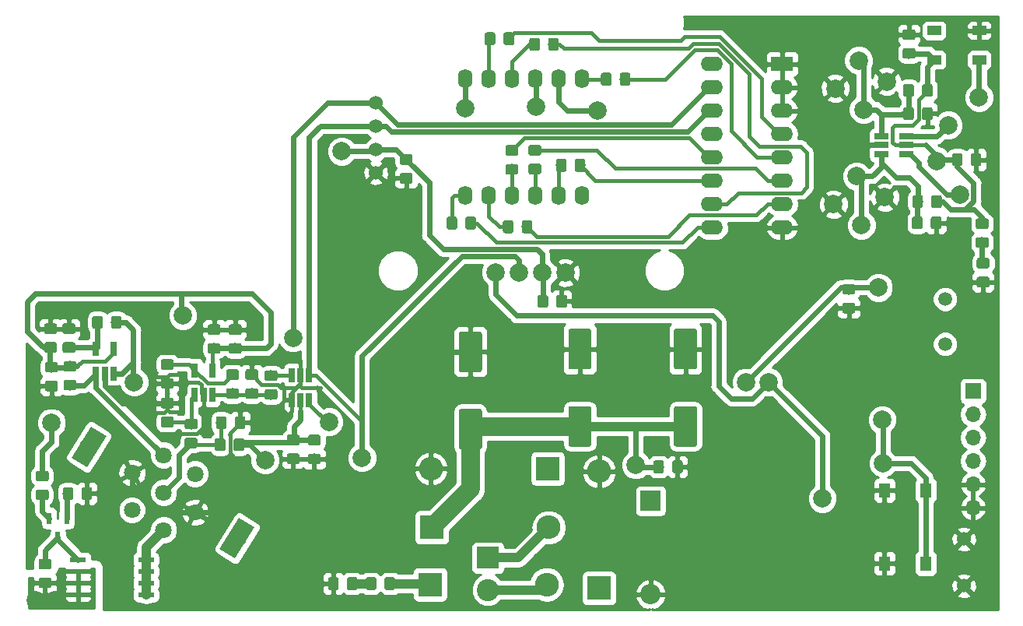
<source format=gbr>
G04 #@! TF.GenerationSoftware,KiCad,Pcbnew,(5.0.2)-1*
G04 #@! TF.CreationDate,2019-02-03T16:24:29+01:00*
G04 #@! TF.ProjectId,V1,56312e6b-6963-4616-945f-706362585858,rev?*
G04 #@! TF.SameCoordinates,PX5b8d800PY6453980*
G04 #@! TF.FileFunction,Copper,L2,Bot*
G04 #@! TF.FilePolarity,Positive*
%FSLAX46Y46*%
G04 Gerber Fmt 4.6, Leading zero omitted, Abs format (unit mm)*
G04 Created by KiCad (PCBNEW (5.0.2)-1) date 02/03/19 16:24:29*
%MOMM*%
%LPD*%
G01*
G04 APERTURE LIST*
G04 #@! TA.AperFunction,ComponentPad*
%ADD10C,1.524000*%
G04 #@! TD*
G04 #@! TA.AperFunction,ComponentPad*
%ADD11C,1.800000*%
G04 #@! TD*
G04 #@! TA.AperFunction,WasherPad*
%ADD12C,2.000000*%
G04 #@! TD*
G04 #@! TA.AperFunction,Conductor*
%ADD13C,0.100000*%
G04 #@! TD*
G04 #@! TA.AperFunction,SMDPad,CuDef*
%ADD14C,2.500000*%
G04 #@! TD*
G04 #@! TA.AperFunction,ComponentPad*
%ADD15C,2.000000*%
G04 #@! TD*
G04 #@! TA.AperFunction,SMDPad,CuDef*
%ADD16C,1.150000*%
G04 #@! TD*
G04 #@! TA.AperFunction,SMDPad,CuDef*
%ADD17R,0.650000X1.560000*%
G04 #@! TD*
G04 #@! TA.AperFunction,SMDPad,CuDef*
%ADD18R,1.560000X0.650000*%
G04 #@! TD*
G04 #@! TA.AperFunction,ComponentPad*
%ADD19O,1.600000X2.100000*%
G04 #@! TD*
G04 #@! TA.AperFunction,ComponentPad*
%ADD20O,2.400000X1.600000*%
G04 #@! TD*
G04 #@! TA.AperFunction,ComponentPad*
%ADD21R,2.400000X1.600000*%
G04 #@! TD*
G04 #@! TA.AperFunction,SMDPad,CuDef*
%ADD22R,1.750000X0.550000*%
G04 #@! TD*
G04 #@! TA.AperFunction,SMDPad,CuDef*
%ADD23R,0.600000X1.300000*%
G04 #@! TD*
G04 #@! TA.AperFunction,ComponentPad*
%ADD24O,2.600000X2.600000*%
G04 #@! TD*
G04 #@! TA.AperFunction,ComponentPad*
%ADD25R,2.600000X2.600000*%
G04 #@! TD*
G04 #@! TA.AperFunction,ComponentPad*
%ADD26R,2.200000X2.200000*%
G04 #@! TD*
G04 #@! TA.AperFunction,ComponentPad*
%ADD27O,2.200000X2.200000*%
G04 #@! TD*
G04 #@! TA.AperFunction,SMDPad,CuDef*
%ADD28R,1.300000X1.550000*%
G04 #@! TD*
G04 #@! TA.AperFunction,ComponentPad*
%ADD29R,1.700000X1.700000*%
G04 #@! TD*
G04 #@! TA.AperFunction,ComponentPad*
%ADD30O,1.700000X1.700000*%
G04 #@! TD*
G04 #@! TA.AperFunction,ComponentPad*
%ADD31C,1.500000*%
G04 #@! TD*
G04 #@! TA.AperFunction,SMDPad,CuDef*
%ADD32R,1.500000X1.000000*%
G04 #@! TD*
G04 #@! TA.AperFunction,ComponentPad*
%ADD33R,2.400000X2.400000*%
G04 #@! TD*
G04 #@! TA.AperFunction,ComponentPad*
%ADD34C,2.400000*%
G04 #@! TD*
G04 #@! TA.AperFunction,ViaPad*
%ADD35C,2.000000*%
G04 #@! TD*
G04 #@! TA.AperFunction,Conductor*
%ADD36C,0.400000*%
G04 #@! TD*
G04 #@! TA.AperFunction,Conductor*
%ADD37C,0.600000*%
G04 #@! TD*
G04 #@! TA.AperFunction,Conductor*
%ADD38C,2.000000*%
G04 #@! TD*
G04 #@! TA.AperFunction,Conductor*
%ADD39C,1.000000*%
G04 #@! TD*
G04 #@! TA.AperFunction,Conductor*
%ADD40C,0.254000*%
G04 #@! TD*
G04 APERTURE END LIST*
D10*
G04 #@! TO.P,JP1,1*
G04 #@! TO.N,GND*
X102700000Y3350000D03*
G04 #@! TO.P,JP1,2*
X102700000Y8430000D03*
G04 #@! TD*
D11*
G04 #@! TO.P,J3,2*
G04 #@! TO.N,PWMtoTip*
X15600000Y9436000D03*
G04 #@! TO.P,J3,3*
G04 #@! TO.N,GND*
X19029000Y11341000D03*
G04 #@! TO.P,J3,4*
G04 #@! TO.N,Net-(J3-Pad4)*
X12171000Y11595000D03*
G04 #@! TO.P,J3,5*
G04 #@! TO.N,Net-(J3-Pad5)*
X19029000Y15532000D03*
G04 #@! TO.P,J3,6*
G04 #@! TO.N,HandleTempRaw*
X15600000Y17564000D03*
G04 #@! TO.P,J3,7*
G04 #@! TO.N,GND*
X12171000Y15659000D03*
G04 #@! TO.P,J3,1*
G04 #@! TO.N,TipTemp*
X15600000Y13500000D03*
D12*
G04 #@! TO.P,J3,*
G04 #@! TO.N,*
X7472000Y18453000D03*
D13*
G04 #@! TD*
G04 #@! TO.N,*
G04 #@! TO.C,J3*
G36*
X9379887Y19619177D02*
X7260210Y16226985D01*
X5564113Y17286823D01*
X7683790Y20679015D01*
X9379887Y19619177D01*
X9379887Y19619177D01*
G37*
D12*
G04 #@! TO.P,J3,*
G04 #@! TO.N,*
X23601000Y8547000D03*
D13*
G04 #@! TD*
G04 #@! TO.N,*
G04 #@! TO.C,J3*
G36*
X21693113Y7380823D02*
X23812790Y10773015D01*
X25508887Y9713177D01*
X23389210Y6320985D01*
X21693113Y7380823D01*
X21693113Y7380823D01*
G37*
G04 #@! TO.N,+24V*
G04 #@! TO.C,C6*
G36*
X61924504Y22898796D02*
X61948773Y22895196D01*
X61972571Y22889235D01*
X61995671Y22880970D01*
X62017849Y22870480D01*
X62038893Y22857867D01*
X62058598Y22843253D01*
X62076777Y22826777D01*
X62093253Y22808598D01*
X62107867Y22788893D01*
X62120480Y22767849D01*
X62130970Y22745671D01*
X62139235Y22722571D01*
X62145196Y22698773D01*
X62148796Y22674504D01*
X62150000Y22650000D01*
X62150000Y18750000D01*
X62148796Y18725496D01*
X62145196Y18701227D01*
X62139235Y18677429D01*
X62130970Y18654329D01*
X62120480Y18632151D01*
X62107867Y18611107D01*
X62093253Y18591402D01*
X62076777Y18573223D01*
X62058598Y18556747D01*
X62038893Y18542133D01*
X62017849Y18529520D01*
X61995671Y18519030D01*
X61972571Y18510765D01*
X61948773Y18504804D01*
X61924504Y18501204D01*
X61900000Y18500000D01*
X59900000Y18500000D01*
X59875496Y18501204D01*
X59851227Y18504804D01*
X59827429Y18510765D01*
X59804329Y18519030D01*
X59782151Y18529520D01*
X59761107Y18542133D01*
X59741402Y18556747D01*
X59723223Y18573223D01*
X59706747Y18591402D01*
X59692133Y18611107D01*
X59679520Y18632151D01*
X59669030Y18654329D01*
X59660765Y18677429D01*
X59654804Y18701227D01*
X59651204Y18725496D01*
X59650000Y18750000D01*
X59650000Y22650000D01*
X59651204Y22674504D01*
X59654804Y22698773D01*
X59660765Y22722571D01*
X59669030Y22745671D01*
X59679520Y22767849D01*
X59692133Y22788893D01*
X59706747Y22808598D01*
X59723223Y22826777D01*
X59741402Y22843253D01*
X59761107Y22857867D01*
X59782151Y22870480D01*
X59804329Y22880970D01*
X59827429Y22889235D01*
X59851227Y22895196D01*
X59875496Y22898796D01*
X59900000Y22900000D01*
X61900000Y22900000D01*
X61924504Y22898796D01*
X61924504Y22898796D01*
G37*
D14*
G04 #@! TD*
G04 #@! TO.P,C6,1*
G04 #@! TO.N,+24V*
X60900000Y20700000D03*
D13*
G04 #@! TO.N,GND*
G04 #@! TO.C,C6*
G36*
X61924504Y31298796D02*
X61948773Y31295196D01*
X61972571Y31289235D01*
X61995671Y31280970D01*
X62017849Y31270480D01*
X62038893Y31257867D01*
X62058598Y31243253D01*
X62076777Y31226777D01*
X62093253Y31208598D01*
X62107867Y31188893D01*
X62120480Y31167849D01*
X62130970Y31145671D01*
X62139235Y31122571D01*
X62145196Y31098773D01*
X62148796Y31074504D01*
X62150000Y31050000D01*
X62150000Y27150000D01*
X62148796Y27125496D01*
X62145196Y27101227D01*
X62139235Y27077429D01*
X62130970Y27054329D01*
X62120480Y27032151D01*
X62107867Y27011107D01*
X62093253Y26991402D01*
X62076777Y26973223D01*
X62058598Y26956747D01*
X62038893Y26942133D01*
X62017849Y26929520D01*
X61995671Y26919030D01*
X61972571Y26910765D01*
X61948773Y26904804D01*
X61924504Y26901204D01*
X61900000Y26900000D01*
X59900000Y26900000D01*
X59875496Y26901204D01*
X59851227Y26904804D01*
X59827429Y26910765D01*
X59804329Y26919030D01*
X59782151Y26929520D01*
X59761107Y26942133D01*
X59741402Y26956747D01*
X59723223Y26973223D01*
X59706747Y26991402D01*
X59692133Y27011107D01*
X59679520Y27032151D01*
X59669030Y27054329D01*
X59660765Y27077429D01*
X59654804Y27101227D01*
X59651204Y27125496D01*
X59650000Y27150000D01*
X59650000Y31050000D01*
X59651204Y31074504D01*
X59654804Y31098773D01*
X59660765Y31122571D01*
X59669030Y31145671D01*
X59679520Y31167849D01*
X59692133Y31188893D01*
X59706747Y31208598D01*
X59723223Y31226777D01*
X59741402Y31243253D01*
X59761107Y31257867D01*
X59782151Y31270480D01*
X59804329Y31280970D01*
X59827429Y31289235D01*
X59851227Y31295196D01*
X59875496Y31298796D01*
X59900000Y31300000D01*
X61900000Y31300000D01*
X61924504Y31298796D01*
X61924504Y31298796D01*
G37*
D14*
G04 #@! TD*
G04 #@! TO.P,C6,2*
G04 #@! TO.N,GND*
X60900000Y29100000D03*
D13*
G04 #@! TO.N,GND*
G04 #@! TO.C,C11*
G36*
X73424504Y31298796D02*
X73448773Y31295196D01*
X73472571Y31289235D01*
X73495671Y31280970D01*
X73517849Y31270480D01*
X73538893Y31257867D01*
X73558598Y31243253D01*
X73576777Y31226777D01*
X73593253Y31208598D01*
X73607867Y31188893D01*
X73620480Y31167849D01*
X73630970Y31145671D01*
X73639235Y31122571D01*
X73645196Y31098773D01*
X73648796Y31074504D01*
X73650000Y31050000D01*
X73650000Y27150000D01*
X73648796Y27125496D01*
X73645196Y27101227D01*
X73639235Y27077429D01*
X73630970Y27054329D01*
X73620480Y27032151D01*
X73607867Y27011107D01*
X73593253Y26991402D01*
X73576777Y26973223D01*
X73558598Y26956747D01*
X73538893Y26942133D01*
X73517849Y26929520D01*
X73495671Y26919030D01*
X73472571Y26910765D01*
X73448773Y26904804D01*
X73424504Y26901204D01*
X73400000Y26900000D01*
X71400000Y26900000D01*
X71375496Y26901204D01*
X71351227Y26904804D01*
X71327429Y26910765D01*
X71304329Y26919030D01*
X71282151Y26929520D01*
X71261107Y26942133D01*
X71241402Y26956747D01*
X71223223Y26973223D01*
X71206747Y26991402D01*
X71192133Y27011107D01*
X71179520Y27032151D01*
X71169030Y27054329D01*
X71160765Y27077429D01*
X71154804Y27101227D01*
X71151204Y27125496D01*
X71150000Y27150000D01*
X71150000Y31050000D01*
X71151204Y31074504D01*
X71154804Y31098773D01*
X71160765Y31122571D01*
X71169030Y31145671D01*
X71179520Y31167849D01*
X71192133Y31188893D01*
X71206747Y31208598D01*
X71223223Y31226777D01*
X71241402Y31243253D01*
X71261107Y31257867D01*
X71282151Y31270480D01*
X71304329Y31280970D01*
X71327429Y31289235D01*
X71351227Y31295196D01*
X71375496Y31298796D01*
X71400000Y31300000D01*
X73400000Y31300000D01*
X73424504Y31298796D01*
X73424504Y31298796D01*
G37*
D14*
G04 #@! TD*
G04 #@! TO.P,C11,2*
G04 #@! TO.N,GND*
X72400000Y29100000D03*
D13*
G04 #@! TO.N,+24V*
G04 #@! TO.C,C11*
G36*
X73424504Y22898796D02*
X73448773Y22895196D01*
X73472571Y22889235D01*
X73495671Y22880970D01*
X73517849Y22870480D01*
X73538893Y22857867D01*
X73558598Y22843253D01*
X73576777Y22826777D01*
X73593253Y22808598D01*
X73607867Y22788893D01*
X73620480Y22767849D01*
X73630970Y22745671D01*
X73639235Y22722571D01*
X73645196Y22698773D01*
X73648796Y22674504D01*
X73650000Y22650000D01*
X73650000Y18750000D01*
X73648796Y18725496D01*
X73645196Y18701227D01*
X73639235Y18677429D01*
X73630970Y18654329D01*
X73620480Y18632151D01*
X73607867Y18611107D01*
X73593253Y18591402D01*
X73576777Y18573223D01*
X73558598Y18556747D01*
X73538893Y18542133D01*
X73517849Y18529520D01*
X73495671Y18519030D01*
X73472571Y18510765D01*
X73448773Y18504804D01*
X73424504Y18501204D01*
X73400000Y18500000D01*
X71400000Y18500000D01*
X71375496Y18501204D01*
X71351227Y18504804D01*
X71327429Y18510765D01*
X71304329Y18519030D01*
X71282151Y18529520D01*
X71261107Y18542133D01*
X71241402Y18556747D01*
X71223223Y18573223D01*
X71206747Y18591402D01*
X71192133Y18611107D01*
X71179520Y18632151D01*
X71169030Y18654329D01*
X71160765Y18677429D01*
X71154804Y18701227D01*
X71151204Y18725496D01*
X71150000Y18750000D01*
X71150000Y22650000D01*
X71151204Y22674504D01*
X71154804Y22698773D01*
X71160765Y22722571D01*
X71169030Y22745671D01*
X71179520Y22767849D01*
X71192133Y22788893D01*
X71206747Y22808598D01*
X71223223Y22826777D01*
X71241402Y22843253D01*
X71261107Y22857867D01*
X71282151Y22870480D01*
X71304329Y22880970D01*
X71327429Y22889235D01*
X71351227Y22895196D01*
X71375496Y22898796D01*
X71400000Y22900000D01*
X73400000Y22900000D01*
X73424504Y22898796D01*
X73424504Y22898796D01*
G37*
D14*
G04 #@! TD*
G04 #@! TO.P,C11,1*
G04 #@! TO.N,+24V*
X72400000Y20700000D03*
D13*
G04 #@! TO.N,+24V*
G04 #@! TO.C,C17*
G36*
X50024504Y22598796D02*
X50048773Y22595196D01*
X50072571Y22589235D01*
X50095671Y22580970D01*
X50117849Y22570480D01*
X50138893Y22557867D01*
X50158598Y22543253D01*
X50176777Y22526777D01*
X50193253Y22508598D01*
X50207867Y22488893D01*
X50220480Y22467849D01*
X50230970Y22445671D01*
X50239235Y22422571D01*
X50245196Y22398773D01*
X50248796Y22374504D01*
X50250000Y22350000D01*
X50250000Y18450000D01*
X50248796Y18425496D01*
X50245196Y18401227D01*
X50239235Y18377429D01*
X50230970Y18354329D01*
X50220480Y18332151D01*
X50207867Y18311107D01*
X50193253Y18291402D01*
X50176777Y18273223D01*
X50158598Y18256747D01*
X50138893Y18242133D01*
X50117849Y18229520D01*
X50095671Y18219030D01*
X50072571Y18210765D01*
X50048773Y18204804D01*
X50024504Y18201204D01*
X50000000Y18200000D01*
X48000000Y18200000D01*
X47975496Y18201204D01*
X47951227Y18204804D01*
X47927429Y18210765D01*
X47904329Y18219030D01*
X47882151Y18229520D01*
X47861107Y18242133D01*
X47841402Y18256747D01*
X47823223Y18273223D01*
X47806747Y18291402D01*
X47792133Y18311107D01*
X47779520Y18332151D01*
X47769030Y18354329D01*
X47760765Y18377429D01*
X47754804Y18401227D01*
X47751204Y18425496D01*
X47750000Y18450000D01*
X47750000Y22350000D01*
X47751204Y22374504D01*
X47754804Y22398773D01*
X47760765Y22422571D01*
X47769030Y22445671D01*
X47779520Y22467849D01*
X47792133Y22488893D01*
X47806747Y22508598D01*
X47823223Y22526777D01*
X47841402Y22543253D01*
X47861107Y22557867D01*
X47882151Y22570480D01*
X47904329Y22580970D01*
X47927429Y22589235D01*
X47951227Y22595196D01*
X47975496Y22598796D01*
X48000000Y22600000D01*
X50000000Y22600000D01*
X50024504Y22598796D01*
X50024504Y22598796D01*
G37*
D14*
G04 #@! TD*
G04 #@! TO.P,C17,1*
G04 #@! TO.N,+24V*
X49000000Y20400000D03*
D13*
G04 #@! TO.N,GND*
G04 #@! TO.C,C17*
G36*
X50024504Y30998796D02*
X50048773Y30995196D01*
X50072571Y30989235D01*
X50095671Y30980970D01*
X50117849Y30970480D01*
X50138893Y30957867D01*
X50158598Y30943253D01*
X50176777Y30926777D01*
X50193253Y30908598D01*
X50207867Y30888893D01*
X50220480Y30867849D01*
X50230970Y30845671D01*
X50239235Y30822571D01*
X50245196Y30798773D01*
X50248796Y30774504D01*
X50250000Y30750000D01*
X50250000Y26850000D01*
X50248796Y26825496D01*
X50245196Y26801227D01*
X50239235Y26777429D01*
X50230970Y26754329D01*
X50220480Y26732151D01*
X50207867Y26711107D01*
X50193253Y26691402D01*
X50176777Y26673223D01*
X50158598Y26656747D01*
X50138893Y26642133D01*
X50117849Y26629520D01*
X50095671Y26619030D01*
X50072571Y26610765D01*
X50048773Y26604804D01*
X50024504Y26601204D01*
X50000000Y26600000D01*
X48000000Y26600000D01*
X47975496Y26601204D01*
X47951227Y26604804D01*
X47927429Y26610765D01*
X47904329Y26619030D01*
X47882151Y26629520D01*
X47861107Y26642133D01*
X47841402Y26656747D01*
X47823223Y26673223D01*
X47806747Y26691402D01*
X47792133Y26711107D01*
X47779520Y26732151D01*
X47769030Y26754329D01*
X47760765Y26777429D01*
X47754804Y26801227D01*
X47751204Y26825496D01*
X47750000Y26850000D01*
X47750000Y30750000D01*
X47751204Y30774504D01*
X47754804Y30798773D01*
X47760765Y30822571D01*
X47769030Y30845671D01*
X47779520Y30867849D01*
X47792133Y30888893D01*
X47806747Y30908598D01*
X47823223Y30926777D01*
X47841402Y30943253D01*
X47861107Y30957867D01*
X47882151Y30970480D01*
X47904329Y30980970D01*
X47927429Y30989235D01*
X47951227Y30995196D01*
X47975496Y30998796D01*
X48000000Y31000000D01*
X50000000Y31000000D01*
X50024504Y30998796D01*
X50024504Y30998796D01*
G37*
D14*
G04 #@! TD*
G04 #@! TO.P,C17,2*
G04 #@! TO.N,GND*
X49000000Y28800000D03*
D15*
G04 #@! TO.P,U2,1*
G04 #@! TO.N,GND*
X59350000Y37400000D03*
G04 #@! TO.P,U2,2*
G04 #@! TO.N,VCC*
X56810000Y37400000D03*
G04 #@! TO.P,U2,3*
G04 #@! TO.N,SCL*
X54270000Y37400000D03*
G04 #@! TO.P,U2,4*
G04 #@! TO.N,SDA*
X51730000Y37400000D03*
G04 #@! TD*
D13*
G04 #@! TO.N,GND*
G04 #@! TO.C,C32*
G36*
X3874505Y25648796D02*
X3898773Y25645196D01*
X3922572Y25639235D01*
X3945671Y25630970D01*
X3967850Y25620480D01*
X3988893Y25607868D01*
X4008599Y25593253D01*
X4026777Y25576777D01*
X4043253Y25558599D01*
X4057868Y25538893D01*
X4070480Y25517850D01*
X4080970Y25495671D01*
X4089235Y25472572D01*
X4095196Y25448773D01*
X4098796Y25424505D01*
X4100000Y25400001D01*
X4100000Y24749999D01*
X4098796Y24725495D01*
X4095196Y24701227D01*
X4089235Y24677428D01*
X4080970Y24654329D01*
X4070480Y24632150D01*
X4057868Y24611107D01*
X4043253Y24591401D01*
X4026777Y24573223D01*
X4008599Y24556747D01*
X3988893Y24542132D01*
X3967850Y24529520D01*
X3945671Y24519030D01*
X3922572Y24510765D01*
X3898773Y24504804D01*
X3874505Y24501204D01*
X3850001Y24500000D01*
X2949999Y24500000D01*
X2925495Y24501204D01*
X2901227Y24504804D01*
X2877428Y24510765D01*
X2854329Y24519030D01*
X2832150Y24529520D01*
X2811107Y24542132D01*
X2791401Y24556747D01*
X2773223Y24573223D01*
X2756747Y24591401D01*
X2742132Y24611107D01*
X2729520Y24632150D01*
X2719030Y24654329D01*
X2710765Y24677428D01*
X2704804Y24701227D01*
X2701204Y24725495D01*
X2700000Y24749999D01*
X2700000Y25400001D01*
X2701204Y25424505D01*
X2704804Y25448773D01*
X2710765Y25472572D01*
X2719030Y25495671D01*
X2729520Y25517850D01*
X2742132Y25538893D01*
X2756747Y25558599D01*
X2773223Y25576777D01*
X2791401Y25593253D01*
X2811107Y25607868D01*
X2832150Y25620480D01*
X2854329Y25630970D01*
X2877428Y25639235D01*
X2901227Y25645196D01*
X2925495Y25648796D01*
X2949999Y25650000D01*
X3850001Y25650000D01*
X3874505Y25648796D01*
X3874505Y25648796D01*
G37*
D16*
G04 #@! TD*
G04 #@! TO.P,C32,2*
G04 #@! TO.N,GND*
X3400000Y25075000D03*
D13*
G04 #@! TO.N,VCC*
G04 #@! TO.C,C32*
G36*
X3874505Y27698796D02*
X3898773Y27695196D01*
X3922572Y27689235D01*
X3945671Y27680970D01*
X3967850Y27670480D01*
X3988893Y27657868D01*
X4008599Y27643253D01*
X4026777Y27626777D01*
X4043253Y27608599D01*
X4057868Y27588893D01*
X4070480Y27567850D01*
X4080970Y27545671D01*
X4089235Y27522572D01*
X4095196Y27498773D01*
X4098796Y27474505D01*
X4100000Y27450001D01*
X4100000Y26799999D01*
X4098796Y26775495D01*
X4095196Y26751227D01*
X4089235Y26727428D01*
X4080970Y26704329D01*
X4070480Y26682150D01*
X4057868Y26661107D01*
X4043253Y26641401D01*
X4026777Y26623223D01*
X4008599Y26606747D01*
X3988893Y26592132D01*
X3967850Y26579520D01*
X3945671Y26569030D01*
X3922572Y26560765D01*
X3898773Y26554804D01*
X3874505Y26551204D01*
X3850001Y26550000D01*
X2949999Y26550000D01*
X2925495Y26551204D01*
X2901227Y26554804D01*
X2877428Y26560765D01*
X2854329Y26569030D01*
X2832150Y26579520D01*
X2811107Y26592132D01*
X2791401Y26606747D01*
X2773223Y26623223D01*
X2756747Y26641401D01*
X2742132Y26661107D01*
X2729520Y26682150D01*
X2719030Y26704329D01*
X2710765Y26727428D01*
X2704804Y26751227D01*
X2701204Y26775495D01*
X2700000Y26799999D01*
X2700000Y27450001D01*
X2701204Y27474505D01*
X2704804Y27498773D01*
X2710765Y27522572D01*
X2719030Y27545671D01*
X2729520Y27567850D01*
X2742132Y27588893D01*
X2756747Y27608599D01*
X2773223Y27626777D01*
X2791401Y27643253D01*
X2811107Y27657868D01*
X2832150Y27670480D01*
X2854329Y27680970D01*
X2877428Y27689235D01*
X2901227Y27695196D01*
X2925495Y27698796D01*
X2949999Y27700000D01*
X3850001Y27700000D01*
X3874505Y27698796D01*
X3874505Y27698796D01*
G37*
D16*
G04 #@! TD*
G04 #@! TO.P,C32,1*
G04 #@! TO.N,VCC*
X3400000Y27125000D03*
D13*
G04 #@! TO.N,VCC*
G04 #@! TO.C,C31*
G36*
X3774505Y29848796D02*
X3798773Y29845196D01*
X3822572Y29839235D01*
X3845671Y29830970D01*
X3867850Y29820480D01*
X3888893Y29807868D01*
X3908599Y29793253D01*
X3926777Y29776777D01*
X3943253Y29758599D01*
X3957868Y29738893D01*
X3970480Y29717850D01*
X3980970Y29695671D01*
X3989235Y29672572D01*
X3995196Y29648773D01*
X3998796Y29624505D01*
X4000000Y29600001D01*
X4000000Y28949999D01*
X3998796Y28925495D01*
X3995196Y28901227D01*
X3989235Y28877428D01*
X3980970Y28854329D01*
X3970480Y28832150D01*
X3957868Y28811107D01*
X3943253Y28791401D01*
X3926777Y28773223D01*
X3908599Y28756747D01*
X3888893Y28742132D01*
X3867850Y28729520D01*
X3845671Y28719030D01*
X3822572Y28710765D01*
X3798773Y28704804D01*
X3774505Y28701204D01*
X3750001Y28700000D01*
X2849999Y28700000D01*
X2825495Y28701204D01*
X2801227Y28704804D01*
X2777428Y28710765D01*
X2754329Y28719030D01*
X2732150Y28729520D01*
X2711107Y28742132D01*
X2691401Y28756747D01*
X2673223Y28773223D01*
X2656747Y28791401D01*
X2642132Y28811107D01*
X2629520Y28832150D01*
X2619030Y28854329D01*
X2610765Y28877428D01*
X2604804Y28901227D01*
X2601204Y28925495D01*
X2600000Y28949999D01*
X2600000Y29600001D01*
X2601204Y29624505D01*
X2604804Y29648773D01*
X2610765Y29672572D01*
X2619030Y29695671D01*
X2629520Y29717850D01*
X2642132Y29738893D01*
X2656747Y29758599D01*
X2673223Y29776777D01*
X2691401Y29793253D01*
X2711107Y29807868D01*
X2732150Y29820480D01*
X2754329Y29830970D01*
X2777428Y29839235D01*
X2801227Y29845196D01*
X2825495Y29848796D01*
X2849999Y29850000D01*
X3750001Y29850000D01*
X3774505Y29848796D01*
X3774505Y29848796D01*
G37*
D16*
G04 #@! TD*
G04 #@! TO.P,C31,1*
G04 #@! TO.N,VCC*
X3300000Y29275000D03*
D13*
G04 #@! TO.N,GND*
G04 #@! TO.C,C31*
G36*
X3774505Y31898796D02*
X3798773Y31895196D01*
X3822572Y31889235D01*
X3845671Y31880970D01*
X3867850Y31870480D01*
X3888893Y31857868D01*
X3908599Y31843253D01*
X3926777Y31826777D01*
X3943253Y31808599D01*
X3957868Y31788893D01*
X3970480Y31767850D01*
X3980970Y31745671D01*
X3989235Y31722572D01*
X3995196Y31698773D01*
X3998796Y31674505D01*
X4000000Y31650001D01*
X4000000Y30999999D01*
X3998796Y30975495D01*
X3995196Y30951227D01*
X3989235Y30927428D01*
X3980970Y30904329D01*
X3970480Y30882150D01*
X3957868Y30861107D01*
X3943253Y30841401D01*
X3926777Y30823223D01*
X3908599Y30806747D01*
X3888893Y30792132D01*
X3867850Y30779520D01*
X3845671Y30769030D01*
X3822572Y30760765D01*
X3798773Y30754804D01*
X3774505Y30751204D01*
X3750001Y30750000D01*
X2849999Y30750000D01*
X2825495Y30751204D01*
X2801227Y30754804D01*
X2777428Y30760765D01*
X2754329Y30769030D01*
X2732150Y30779520D01*
X2711107Y30792132D01*
X2691401Y30806747D01*
X2673223Y30823223D01*
X2656747Y30841401D01*
X2642132Y30861107D01*
X2629520Y30882150D01*
X2619030Y30904329D01*
X2610765Y30927428D01*
X2604804Y30951227D01*
X2601204Y30975495D01*
X2600000Y30999999D01*
X2600000Y31650001D01*
X2601204Y31674505D01*
X2604804Y31698773D01*
X2610765Y31722572D01*
X2619030Y31745671D01*
X2629520Y31767850D01*
X2642132Y31788893D01*
X2656747Y31808599D01*
X2673223Y31826777D01*
X2691401Y31843253D01*
X2711107Y31857868D01*
X2732150Y31870480D01*
X2754329Y31880970D01*
X2777428Y31889235D01*
X2801227Y31895196D01*
X2825495Y31898796D01*
X2849999Y31900000D01*
X3750001Y31900000D01*
X3774505Y31898796D01*
X3774505Y31898796D01*
G37*
D16*
G04 #@! TD*
G04 #@! TO.P,C31,2*
G04 #@! TO.N,GND*
X3300000Y31325000D03*
D17*
G04 #@! TO.P,U11,1*
G04 #@! TO.N,HandleTemp*
X10150000Y26450000D03*
G04 #@! TO.P,U11,2*
G04 #@! TO.N,GND*
X9200000Y26450000D03*
G04 #@! TO.P,U11,3*
G04 #@! TO.N,HandleTempRaw*
X8250000Y26450000D03*
G04 #@! TO.P,U11,4*
G04 #@! TO.N,Net-(R26-Pad2)*
X8250000Y29150000D03*
G04 #@! TO.P,U11,5*
G04 #@! TO.N,VCC*
X10150000Y29150000D03*
G04 #@! TD*
D13*
G04 #@! TO.N,HandleTemp*
G04 #@! TO.C,R26*
G36*
X10799505Y32698796D02*
X10823773Y32695196D01*
X10847572Y32689235D01*
X10870671Y32680970D01*
X10892850Y32670480D01*
X10913893Y32657868D01*
X10933599Y32643253D01*
X10951777Y32626777D01*
X10968253Y32608599D01*
X10982868Y32588893D01*
X10995480Y32567850D01*
X11005970Y32545671D01*
X11014235Y32522572D01*
X11020196Y32498773D01*
X11023796Y32474505D01*
X11025000Y32450001D01*
X11025000Y31549999D01*
X11023796Y31525495D01*
X11020196Y31501227D01*
X11014235Y31477428D01*
X11005970Y31454329D01*
X10995480Y31432150D01*
X10982868Y31411107D01*
X10968253Y31391401D01*
X10951777Y31373223D01*
X10933599Y31356747D01*
X10913893Y31342132D01*
X10892850Y31329520D01*
X10870671Y31319030D01*
X10847572Y31310765D01*
X10823773Y31304804D01*
X10799505Y31301204D01*
X10775001Y31300000D01*
X10124999Y31300000D01*
X10100495Y31301204D01*
X10076227Y31304804D01*
X10052428Y31310765D01*
X10029329Y31319030D01*
X10007150Y31329520D01*
X9986107Y31342132D01*
X9966401Y31356747D01*
X9948223Y31373223D01*
X9931747Y31391401D01*
X9917132Y31411107D01*
X9904520Y31432150D01*
X9894030Y31454329D01*
X9885765Y31477428D01*
X9879804Y31501227D01*
X9876204Y31525495D01*
X9875000Y31549999D01*
X9875000Y32450001D01*
X9876204Y32474505D01*
X9879804Y32498773D01*
X9885765Y32522572D01*
X9894030Y32545671D01*
X9904520Y32567850D01*
X9917132Y32588893D01*
X9931747Y32608599D01*
X9948223Y32626777D01*
X9966401Y32643253D01*
X9986107Y32657868D01*
X10007150Y32670480D01*
X10029329Y32680970D01*
X10052428Y32689235D01*
X10076227Y32695196D01*
X10100495Y32698796D01*
X10124999Y32700000D01*
X10775001Y32700000D01*
X10799505Y32698796D01*
X10799505Y32698796D01*
G37*
D16*
G04 #@! TD*
G04 #@! TO.P,R26,1*
G04 #@! TO.N,HandleTemp*
X10450000Y32000000D03*
D13*
G04 #@! TO.N,Net-(R26-Pad2)*
G04 #@! TO.C,R26*
G36*
X8749505Y32698796D02*
X8773773Y32695196D01*
X8797572Y32689235D01*
X8820671Y32680970D01*
X8842850Y32670480D01*
X8863893Y32657868D01*
X8883599Y32643253D01*
X8901777Y32626777D01*
X8918253Y32608599D01*
X8932868Y32588893D01*
X8945480Y32567850D01*
X8955970Y32545671D01*
X8964235Y32522572D01*
X8970196Y32498773D01*
X8973796Y32474505D01*
X8975000Y32450001D01*
X8975000Y31549999D01*
X8973796Y31525495D01*
X8970196Y31501227D01*
X8964235Y31477428D01*
X8955970Y31454329D01*
X8945480Y31432150D01*
X8932868Y31411107D01*
X8918253Y31391401D01*
X8901777Y31373223D01*
X8883599Y31356747D01*
X8863893Y31342132D01*
X8842850Y31329520D01*
X8820671Y31319030D01*
X8797572Y31310765D01*
X8773773Y31304804D01*
X8749505Y31301204D01*
X8725001Y31300000D01*
X8074999Y31300000D01*
X8050495Y31301204D01*
X8026227Y31304804D01*
X8002428Y31310765D01*
X7979329Y31319030D01*
X7957150Y31329520D01*
X7936107Y31342132D01*
X7916401Y31356747D01*
X7898223Y31373223D01*
X7881747Y31391401D01*
X7867132Y31411107D01*
X7854520Y31432150D01*
X7844030Y31454329D01*
X7835765Y31477428D01*
X7829804Y31501227D01*
X7826204Y31525495D01*
X7825000Y31549999D01*
X7825000Y32450001D01*
X7826204Y32474505D01*
X7829804Y32498773D01*
X7835765Y32522572D01*
X7844030Y32545671D01*
X7854520Y32567850D01*
X7867132Y32588893D01*
X7881747Y32608599D01*
X7898223Y32626777D01*
X7916401Y32643253D01*
X7936107Y32657868D01*
X7957150Y32670480D01*
X7979329Y32680970D01*
X8002428Y32689235D01*
X8026227Y32695196D01*
X8050495Y32698796D01*
X8074999Y32700000D01*
X8725001Y32700000D01*
X8749505Y32698796D01*
X8749505Y32698796D01*
G37*
D16*
G04 #@! TD*
G04 #@! TO.P,R26,2*
G04 #@! TO.N,Net-(R26-Pad2)*
X8400000Y32000000D03*
D13*
G04 #@! TO.N,GND*
G04 #@! TO.C,R27*
G36*
X5774505Y31898796D02*
X5798773Y31895196D01*
X5822572Y31889235D01*
X5845671Y31880970D01*
X5867850Y31870480D01*
X5888893Y31857868D01*
X5908599Y31843253D01*
X5926777Y31826777D01*
X5943253Y31808599D01*
X5957868Y31788893D01*
X5970480Y31767850D01*
X5980970Y31745671D01*
X5989235Y31722572D01*
X5995196Y31698773D01*
X5998796Y31674505D01*
X6000000Y31650001D01*
X6000000Y30999999D01*
X5998796Y30975495D01*
X5995196Y30951227D01*
X5989235Y30927428D01*
X5980970Y30904329D01*
X5970480Y30882150D01*
X5957868Y30861107D01*
X5943253Y30841401D01*
X5926777Y30823223D01*
X5908599Y30806747D01*
X5888893Y30792132D01*
X5867850Y30779520D01*
X5845671Y30769030D01*
X5822572Y30760765D01*
X5798773Y30754804D01*
X5774505Y30751204D01*
X5750001Y30750000D01*
X4849999Y30750000D01*
X4825495Y30751204D01*
X4801227Y30754804D01*
X4777428Y30760765D01*
X4754329Y30769030D01*
X4732150Y30779520D01*
X4711107Y30792132D01*
X4691401Y30806747D01*
X4673223Y30823223D01*
X4656747Y30841401D01*
X4642132Y30861107D01*
X4629520Y30882150D01*
X4619030Y30904329D01*
X4610765Y30927428D01*
X4604804Y30951227D01*
X4601204Y30975495D01*
X4600000Y30999999D01*
X4600000Y31650001D01*
X4601204Y31674505D01*
X4604804Y31698773D01*
X4610765Y31722572D01*
X4619030Y31745671D01*
X4629520Y31767850D01*
X4642132Y31788893D01*
X4656747Y31808599D01*
X4673223Y31826777D01*
X4691401Y31843253D01*
X4711107Y31857868D01*
X4732150Y31870480D01*
X4754329Y31880970D01*
X4777428Y31889235D01*
X4801227Y31895196D01*
X4825495Y31898796D01*
X4849999Y31900000D01*
X5750001Y31900000D01*
X5774505Y31898796D01*
X5774505Y31898796D01*
G37*
D16*
G04 #@! TD*
G04 #@! TO.P,R27,2*
G04 #@! TO.N,GND*
X5300000Y31325000D03*
D13*
G04 #@! TO.N,Net-(R26-Pad2)*
G04 #@! TO.C,R27*
G36*
X5774505Y29848796D02*
X5798773Y29845196D01*
X5822572Y29839235D01*
X5845671Y29830970D01*
X5867850Y29820480D01*
X5888893Y29807868D01*
X5908599Y29793253D01*
X5926777Y29776777D01*
X5943253Y29758599D01*
X5957868Y29738893D01*
X5970480Y29717850D01*
X5980970Y29695671D01*
X5989235Y29672572D01*
X5995196Y29648773D01*
X5998796Y29624505D01*
X6000000Y29600001D01*
X6000000Y28949999D01*
X5998796Y28925495D01*
X5995196Y28901227D01*
X5989235Y28877428D01*
X5980970Y28854329D01*
X5970480Y28832150D01*
X5957868Y28811107D01*
X5943253Y28791401D01*
X5926777Y28773223D01*
X5908599Y28756747D01*
X5888893Y28742132D01*
X5867850Y28729520D01*
X5845671Y28719030D01*
X5822572Y28710765D01*
X5798773Y28704804D01*
X5774505Y28701204D01*
X5750001Y28700000D01*
X4849999Y28700000D01*
X4825495Y28701204D01*
X4801227Y28704804D01*
X4777428Y28710765D01*
X4754329Y28719030D01*
X4732150Y28729520D01*
X4711107Y28742132D01*
X4691401Y28756747D01*
X4673223Y28773223D01*
X4656747Y28791401D01*
X4642132Y28811107D01*
X4629520Y28832150D01*
X4619030Y28854329D01*
X4610765Y28877428D01*
X4604804Y28901227D01*
X4601204Y28925495D01*
X4600000Y28949999D01*
X4600000Y29600001D01*
X4601204Y29624505D01*
X4604804Y29648773D01*
X4610765Y29672572D01*
X4619030Y29695671D01*
X4629520Y29717850D01*
X4642132Y29738893D01*
X4656747Y29758599D01*
X4673223Y29776777D01*
X4691401Y29793253D01*
X4711107Y29807868D01*
X4732150Y29820480D01*
X4754329Y29830970D01*
X4777428Y29839235D01*
X4801227Y29845196D01*
X4825495Y29848796D01*
X4849999Y29850000D01*
X5750001Y29850000D01*
X5774505Y29848796D01*
X5774505Y29848796D01*
G37*
D16*
G04 #@! TD*
G04 #@! TO.P,R27,1*
G04 #@! TO.N,Net-(R26-Pad2)*
X5300000Y29275000D03*
D13*
G04 #@! TO.N,VCC*
G04 #@! TO.C,R28*
G36*
X5874505Y27798796D02*
X5898773Y27795196D01*
X5922572Y27789235D01*
X5945671Y27780970D01*
X5967850Y27770480D01*
X5988893Y27757868D01*
X6008599Y27743253D01*
X6026777Y27726777D01*
X6043253Y27708599D01*
X6057868Y27688893D01*
X6070480Y27667850D01*
X6080970Y27645671D01*
X6089235Y27622572D01*
X6095196Y27598773D01*
X6098796Y27574505D01*
X6100000Y27550001D01*
X6100000Y26899999D01*
X6098796Y26875495D01*
X6095196Y26851227D01*
X6089235Y26827428D01*
X6080970Y26804329D01*
X6070480Y26782150D01*
X6057868Y26761107D01*
X6043253Y26741401D01*
X6026777Y26723223D01*
X6008599Y26706747D01*
X5988893Y26692132D01*
X5967850Y26679520D01*
X5945671Y26669030D01*
X5922572Y26660765D01*
X5898773Y26654804D01*
X5874505Y26651204D01*
X5850001Y26650000D01*
X4949999Y26650000D01*
X4925495Y26651204D01*
X4901227Y26654804D01*
X4877428Y26660765D01*
X4854329Y26669030D01*
X4832150Y26679520D01*
X4811107Y26692132D01*
X4791401Y26706747D01*
X4773223Y26723223D01*
X4756747Y26741401D01*
X4742132Y26761107D01*
X4729520Y26782150D01*
X4719030Y26804329D01*
X4710765Y26827428D01*
X4704804Y26851227D01*
X4701204Y26875495D01*
X4700000Y26899999D01*
X4700000Y27550001D01*
X4701204Y27574505D01*
X4704804Y27598773D01*
X4710765Y27622572D01*
X4719030Y27645671D01*
X4729520Y27667850D01*
X4742132Y27688893D01*
X4756747Y27708599D01*
X4773223Y27726777D01*
X4791401Y27743253D01*
X4811107Y27757868D01*
X4832150Y27770480D01*
X4854329Y27780970D01*
X4877428Y27789235D01*
X4901227Y27795196D01*
X4925495Y27798796D01*
X4949999Y27800000D01*
X5850001Y27800000D01*
X5874505Y27798796D01*
X5874505Y27798796D01*
G37*
D16*
G04 #@! TD*
G04 #@! TO.P,R28,1*
G04 #@! TO.N,VCC*
X5400000Y27225000D03*
D13*
G04 #@! TO.N,HandleTempRaw*
G04 #@! TO.C,R28*
G36*
X5874505Y25748796D02*
X5898773Y25745196D01*
X5922572Y25739235D01*
X5945671Y25730970D01*
X5967850Y25720480D01*
X5988893Y25707868D01*
X6008599Y25693253D01*
X6026777Y25676777D01*
X6043253Y25658599D01*
X6057868Y25638893D01*
X6070480Y25617850D01*
X6080970Y25595671D01*
X6089235Y25572572D01*
X6095196Y25548773D01*
X6098796Y25524505D01*
X6100000Y25500001D01*
X6100000Y24849999D01*
X6098796Y24825495D01*
X6095196Y24801227D01*
X6089235Y24777428D01*
X6080970Y24754329D01*
X6070480Y24732150D01*
X6057868Y24711107D01*
X6043253Y24691401D01*
X6026777Y24673223D01*
X6008599Y24656747D01*
X5988893Y24642132D01*
X5967850Y24629520D01*
X5945671Y24619030D01*
X5922572Y24610765D01*
X5898773Y24604804D01*
X5874505Y24601204D01*
X5850001Y24600000D01*
X4949999Y24600000D01*
X4925495Y24601204D01*
X4901227Y24604804D01*
X4877428Y24610765D01*
X4854329Y24619030D01*
X4832150Y24629520D01*
X4811107Y24642132D01*
X4791401Y24656747D01*
X4773223Y24673223D01*
X4756747Y24691401D01*
X4742132Y24711107D01*
X4729520Y24732150D01*
X4719030Y24754329D01*
X4710765Y24777428D01*
X4704804Y24801227D01*
X4701204Y24825495D01*
X4700000Y24849999D01*
X4700000Y25500001D01*
X4701204Y25524505D01*
X4704804Y25548773D01*
X4710765Y25572572D01*
X4719030Y25595671D01*
X4729520Y25617850D01*
X4742132Y25638893D01*
X4756747Y25658599D01*
X4773223Y25676777D01*
X4791401Y25693253D01*
X4811107Y25707868D01*
X4832150Y25720480D01*
X4854329Y25730970D01*
X4877428Y25739235D01*
X4901227Y25745196D01*
X4925495Y25748796D01*
X4949999Y25750000D01*
X5850001Y25750000D01*
X5874505Y25748796D01*
X5874505Y25748796D01*
G37*
D16*
G04 #@! TD*
G04 #@! TO.P,R28,2*
G04 #@! TO.N,HandleTempRaw*
X5400000Y25175000D03*
D13*
G04 #@! TO.N,Net-(C30-Pad1)*
G04 #@! TO.C,C30*
G36*
X97974505Y43523796D02*
X97998773Y43520196D01*
X98022572Y43514235D01*
X98045671Y43505970D01*
X98067850Y43495480D01*
X98088893Y43482868D01*
X98108599Y43468253D01*
X98126777Y43451777D01*
X98143253Y43433599D01*
X98157868Y43413893D01*
X98170480Y43392850D01*
X98180970Y43370671D01*
X98189235Y43347572D01*
X98195196Y43323773D01*
X98198796Y43299505D01*
X98200000Y43275001D01*
X98200000Y42374999D01*
X98198796Y42350495D01*
X98195196Y42326227D01*
X98189235Y42302428D01*
X98180970Y42279329D01*
X98170480Y42257150D01*
X98157868Y42236107D01*
X98143253Y42216401D01*
X98126777Y42198223D01*
X98108599Y42181747D01*
X98088893Y42167132D01*
X98067850Y42154520D01*
X98045671Y42144030D01*
X98022572Y42135765D01*
X97998773Y42129804D01*
X97974505Y42126204D01*
X97950001Y42125000D01*
X97299999Y42125000D01*
X97275495Y42126204D01*
X97251227Y42129804D01*
X97227428Y42135765D01*
X97204329Y42144030D01*
X97182150Y42154520D01*
X97161107Y42167132D01*
X97141401Y42181747D01*
X97123223Y42198223D01*
X97106747Y42216401D01*
X97092132Y42236107D01*
X97079520Y42257150D01*
X97069030Y42279329D01*
X97060765Y42302428D01*
X97054804Y42326227D01*
X97051204Y42350495D01*
X97050000Y42374999D01*
X97050000Y43275001D01*
X97051204Y43299505D01*
X97054804Y43323773D01*
X97060765Y43347572D01*
X97069030Y43370671D01*
X97079520Y43392850D01*
X97092132Y43413893D01*
X97106747Y43433599D01*
X97123223Y43451777D01*
X97141401Y43468253D01*
X97161107Y43482868D01*
X97182150Y43495480D01*
X97204329Y43505970D01*
X97227428Y43514235D01*
X97251227Y43520196D01*
X97275495Y43523796D01*
X97299999Y43525000D01*
X97950001Y43525000D01*
X97974505Y43523796D01*
X97974505Y43523796D01*
G37*
D16*
G04 #@! TD*
G04 #@! TO.P,C30,1*
G04 #@! TO.N,Net-(C30-Pad1)*
X97625000Y42825000D03*
D13*
G04 #@! TO.N,GND*
G04 #@! TO.C,C30*
G36*
X100024505Y43523796D02*
X100048773Y43520196D01*
X100072572Y43514235D01*
X100095671Y43505970D01*
X100117850Y43495480D01*
X100138893Y43482868D01*
X100158599Y43468253D01*
X100176777Y43451777D01*
X100193253Y43433599D01*
X100207868Y43413893D01*
X100220480Y43392850D01*
X100230970Y43370671D01*
X100239235Y43347572D01*
X100245196Y43323773D01*
X100248796Y43299505D01*
X100250000Y43275001D01*
X100250000Y42374999D01*
X100248796Y42350495D01*
X100245196Y42326227D01*
X100239235Y42302428D01*
X100230970Y42279329D01*
X100220480Y42257150D01*
X100207868Y42236107D01*
X100193253Y42216401D01*
X100176777Y42198223D01*
X100158599Y42181747D01*
X100138893Y42167132D01*
X100117850Y42154520D01*
X100095671Y42144030D01*
X100072572Y42135765D01*
X100048773Y42129804D01*
X100024505Y42126204D01*
X100000001Y42125000D01*
X99349999Y42125000D01*
X99325495Y42126204D01*
X99301227Y42129804D01*
X99277428Y42135765D01*
X99254329Y42144030D01*
X99232150Y42154520D01*
X99211107Y42167132D01*
X99191401Y42181747D01*
X99173223Y42198223D01*
X99156747Y42216401D01*
X99142132Y42236107D01*
X99129520Y42257150D01*
X99119030Y42279329D01*
X99110765Y42302428D01*
X99104804Y42326227D01*
X99101204Y42350495D01*
X99100000Y42374999D01*
X99100000Y43275001D01*
X99101204Y43299505D01*
X99104804Y43323773D01*
X99110765Y43347572D01*
X99119030Y43370671D01*
X99129520Y43392850D01*
X99142132Y43413893D01*
X99156747Y43433599D01*
X99173223Y43451777D01*
X99191401Y43468253D01*
X99211107Y43482868D01*
X99232150Y43495480D01*
X99254329Y43505970D01*
X99277428Y43514235D01*
X99301227Y43520196D01*
X99325495Y43523796D01*
X99349999Y43525000D01*
X100000001Y43525000D01*
X100024505Y43523796D01*
X100024505Y43523796D01*
G37*
D16*
G04 #@! TD*
G04 #@! TO.P,C30,2*
G04 #@! TO.N,GND*
X99675000Y42825000D03*
D13*
G04 #@! TO.N,GND*
G04 #@! TO.C,C29*
G36*
X99074505Y55398796D02*
X99098773Y55395196D01*
X99122572Y55389235D01*
X99145671Y55380970D01*
X99167850Y55370480D01*
X99188893Y55357868D01*
X99208599Y55343253D01*
X99226777Y55326777D01*
X99243253Y55308599D01*
X99257868Y55288893D01*
X99270480Y55267850D01*
X99280970Y55245671D01*
X99289235Y55222572D01*
X99295196Y55198773D01*
X99298796Y55174505D01*
X99300000Y55150001D01*
X99300000Y54249999D01*
X99298796Y54225495D01*
X99295196Y54201227D01*
X99289235Y54177428D01*
X99280970Y54154329D01*
X99270480Y54132150D01*
X99257868Y54111107D01*
X99243253Y54091401D01*
X99226777Y54073223D01*
X99208599Y54056747D01*
X99188893Y54042132D01*
X99167850Y54029520D01*
X99145671Y54019030D01*
X99122572Y54010765D01*
X99098773Y54004804D01*
X99074505Y54001204D01*
X99050001Y54000000D01*
X98399999Y54000000D01*
X98375495Y54001204D01*
X98351227Y54004804D01*
X98327428Y54010765D01*
X98304329Y54019030D01*
X98282150Y54029520D01*
X98261107Y54042132D01*
X98241401Y54056747D01*
X98223223Y54073223D01*
X98206747Y54091401D01*
X98192132Y54111107D01*
X98179520Y54132150D01*
X98169030Y54154329D01*
X98160765Y54177428D01*
X98154804Y54201227D01*
X98151204Y54225495D01*
X98150000Y54249999D01*
X98150000Y55150001D01*
X98151204Y55174505D01*
X98154804Y55198773D01*
X98160765Y55222572D01*
X98169030Y55245671D01*
X98179520Y55267850D01*
X98192132Y55288893D01*
X98206747Y55308599D01*
X98223223Y55326777D01*
X98241401Y55343253D01*
X98261107Y55357868D01*
X98282150Y55370480D01*
X98304329Y55380970D01*
X98327428Y55389235D01*
X98351227Y55395196D01*
X98375495Y55398796D01*
X98399999Y55400000D01*
X99050001Y55400000D01*
X99074505Y55398796D01*
X99074505Y55398796D01*
G37*
D16*
G04 #@! TD*
G04 #@! TO.P,C29,2*
G04 #@! TO.N,GND*
X98725000Y54700000D03*
D13*
G04 #@! TO.N,Net-(C29-Pad1)*
G04 #@! TO.C,C29*
G36*
X97024505Y55398796D02*
X97048773Y55395196D01*
X97072572Y55389235D01*
X97095671Y55380970D01*
X97117850Y55370480D01*
X97138893Y55357868D01*
X97158599Y55343253D01*
X97176777Y55326777D01*
X97193253Y55308599D01*
X97207868Y55288893D01*
X97220480Y55267850D01*
X97230970Y55245671D01*
X97239235Y55222572D01*
X97245196Y55198773D01*
X97248796Y55174505D01*
X97250000Y55150001D01*
X97250000Y54249999D01*
X97248796Y54225495D01*
X97245196Y54201227D01*
X97239235Y54177428D01*
X97230970Y54154329D01*
X97220480Y54132150D01*
X97207868Y54111107D01*
X97193253Y54091401D01*
X97176777Y54073223D01*
X97158599Y54056747D01*
X97138893Y54042132D01*
X97117850Y54029520D01*
X97095671Y54019030D01*
X97072572Y54010765D01*
X97048773Y54004804D01*
X97024505Y54001204D01*
X97000001Y54000000D01*
X96349999Y54000000D01*
X96325495Y54001204D01*
X96301227Y54004804D01*
X96277428Y54010765D01*
X96254329Y54019030D01*
X96232150Y54029520D01*
X96211107Y54042132D01*
X96191401Y54056747D01*
X96173223Y54073223D01*
X96156747Y54091401D01*
X96142132Y54111107D01*
X96129520Y54132150D01*
X96119030Y54154329D01*
X96110765Y54177428D01*
X96104804Y54201227D01*
X96101204Y54225495D01*
X96100000Y54249999D01*
X96100000Y55150001D01*
X96101204Y55174505D01*
X96104804Y55198773D01*
X96110765Y55222572D01*
X96119030Y55245671D01*
X96129520Y55267850D01*
X96142132Y55288893D01*
X96156747Y55308599D01*
X96173223Y55326777D01*
X96191401Y55343253D01*
X96211107Y55357868D01*
X96232150Y55370480D01*
X96254329Y55380970D01*
X96277428Y55389235D01*
X96301227Y55395196D01*
X96325495Y55398796D01*
X96349999Y55400000D01*
X97000001Y55400000D01*
X97024505Y55398796D01*
X97024505Y55398796D01*
G37*
D16*
G04 #@! TD*
G04 #@! TO.P,C29,1*
G04 #@! TO.N,Net-(C29-Pad1)*
X96675000Y54700000D03*
D13*
G04 #@! TO.N,GND*
G04 #@! TO.C,C28*
G36*
X104374505Y50398796D02*
X104398773Y50395196D01*
X104422572Y50389235D01*
X104445671Y50380970D01*
X104467850Y50370480D01*
X104488893Y50357868D01*
X104508599Y50343253D01*
X104526777Y50326777D01*
X104543253Y50308599D01*
X104557868Y50288893D01*
X104570480Y50267850D01*
X104580970Y50245671D01*
X104589235Y50222572D01*
X104595196Y50198773D01*
X104598796Y50174505D01*
X104600000Y50150001D01*
X104600000Y49249999D01*
X104598796Y49225495D01*
X104595196Y49201227D01*
X104589235Y49177428D01*
X104580970Y49154329D01*
X104570480Y49132150D01*
X104557868Y49111107D01*
X104543253Y49091401D01*
X104526777Y49073223D01*
X104508599Y49056747D01*
X104488893Y49042132D01*
X104467850Y49029520D01*
X104445671Y49019030D01*
X104422572Y49010765D01*
X104398773Y49004804D01*
X104374505Y49001204D01*
X104350001Y49000000D01*
X103699999Y49000000D01*
X103675495Y49001204D01*
X103651227Y49004804D01*
X103627428Y49010765D01*
X103604329Y49019030D01*
X103582150Y49029520D01*
X103561107Y49042132D01*
X103541401Y49056747D01*
X103523223Y49073223D01*
X103506747Y49091401D01*
X103492132Y49111107D01*
X103479520Y49132150D01*
X103469030Y49154329D01*
X103460765Y49177428D01*
X103454804Y49201227D01*
X103451204Y49225495D01*
X103450000Y49249999D01*
X103450000Y50150001D01*
X103451204Y50174505D01*
X103454804Y50198773D01*
X103460765Y50222572D01*
X103469030Y50245671D01*
X103479520Y50267850D01*
X103492132Y50288893D01*
X103506747Y50308599D01*
X103523223Y50326777D01*
X103541401Y50343253D01*
X103561107Y50357868D01*
X103582150Y50370480D01*
X103604329Y50380970D01*
X103627428Y50389235D01*
X103651227Y50395196D01*
X103675495Y50398796D01*
X103699999Y50400000D01*
X104350001Y50400000D01*
X104374505Y50398796D01*
X104374505Y50398796D01*
G37*
D16*
G04 #@! TD*
G04 #@! TO.P,C28,1*
G04 #@! TO.N,GND*
X104025000Y49700000D03*
D13*
G04 #@! TO.N,VCC*
G04 #@! TO.C,C28*
G36*
X102324505Y50398796D02*
X102348773Y50395196D01*
X102372572Y50389235D01*
X102395671Y50380970D01*
X102417850Y50370480D01*
X102438893Y50357868D01*
X102458599Y50343253D01*
X102476777Y50326777D01*
X102493253Y50308599D01*
X102507868Y50288893D01*
X102520480Y50267850D01*
X102530970Y50245671D01*
X102539235Y50222572D01*
X102545196Y50198773D01*
X102548796Y50174505D01*
X102550000Y50150001D01*
X102550000Y49249999D01*
X102548796Y49225495D01*
X102545196Y49201227D01*
X102539235Y49177428D01*
X102530970Y49154329D01*
X102520480Y49132150D01*
X102507868Y49111107D01*
X102493253Y49091401D01*
X102476777Y49073223D01*
X102458599Y49056747D01*
X102438893Y49042132D01*
X102417850Y49029520D01*
X102395671Y49019030D01*
X102372572Y49010765D01*
X102348773Y49004804D01*
X102324505Y49001204D01*
X102300001Y49000000D01*
X101649999Y49000000D01*
X101625495Y49001204D01*
X101601227Y49004804D01*
X101577428Y49010765D01*
X101554329Y49019030D01*
X101532150Y49029520D01*
X101511107Y49042132D01*
X101491401Y49056747D01*
X101473223Y49073223D01*
X101456747Y49091401D01*
X101442132Y49111107D01*
X101429520Y49132150D01*
X101419030Y49154329D01*
X101410765Y49177428D01*
X101404804Y49201227D01*
X101401204Y49225495D01*
X101400000Y49249999D01*
X101400000Y50150001D01*
X101401204Y50174505D01*
X101404804Y50198773D01*
X101410765Y50222572D01*
X101419030Y50245671D01*
X101429520Y50267850D01*
X101442132Y50288893D01*
X101456747Y50308599D01*
X101473223Y50326777D01*
X101491401Y50343253D01*
X101511107Y50357868D01*
X101532150Y50370480D01*
X101554329Y50380970D01*
X101577428Y50389235D01*
X101601227Y50395196D01*
X101625495Y50398796D01*
X101649999Y50400000D01*
X102300001Y50400000D01*
X102324505Y50398796D01*
X102324505Y50398796D01*
G37*
D16*
G04 #@! TD*
G04 #@! TO.P,C28,2*
G04 #@! TO.N,VCC*
X101975000Y49700000D03*
D13*
G04 #@! TO.N,Net-(C22-Pad1)*
G04 #@! TO.C,C22*
G36*
X16474505Y21748796D02*
X16498773Y21745196D01*
X16522572Y21739235D01*
X16545671Y21730970D01*
X16567850Y21720480D01*
X16588893Y21707868D01*
X16608599Y21693253D01*
X16626777Y21676777D01*
X16643253Y21658599D01*
X16657868Y21638893D01*
X16670480Y21617850D01*
X16680970Y21595671D01*
X16689235Y21572572D01*
X16695196Y21548773D01*
X16698796Y21524505D01*
X16700000Y21500001D01*
X16700000Y20849999D01*
X16698796Y20825495D01*
X16695196Y20801227D01*
X16689235Y20777428D01*
X16680970Y20754329D01*
X16670480Y20732150D01*
X16657868Y20711107D01*
X16643253Y20691401D01*
X16626777Y20673223D01*
X16608599Y20656747D01*
X16588893Y20642132D01*
X16567850Y20629520D01*
X16545671Y20619030D01*
X16522572Y20610765D01*
X16498773Y20604804D01*
X16474505Y20601204D01*
X16450001Y20600000D01*
X15549999Y20600000D01*
X15525495Y20601204D01*
X15501227Y20604804D01*
X15477428Y20610765D01*
X15454329Y20619030D01*
X15432150Y20629520D01*
X15411107Y20642132D01*
X15391401Y20656747D01*
X15373223Y20673223D01*
X15356747Y20691401D01*
X15342132Y20711107D01*
X15329520Y20732150D01*
X15319030Y20754329D01*
X15310765Y20777428D01*
X15304804Y20801227D01*
X15301204Y20825495D01*
X15300000Y20849999D01*
X15300000Y21500001D01*
X15301204Y21524505D01*
X15304804Y21548773D01*
X15310765Y21572572D01*
X15319030Y21595671D01*
X15329520Y21617850D01*
X15342132Y21638893D01*
X15356747Y21658599D01*
X15373223Y21676777D01*
X15391401Y21693253D01*
X15411107Y21707868D01*
X15432150Y21720480D01*
X15454329Y21730970D01*
X15477428Y21739235D01*
X15501227Y21745196D01*
X15525495Y21748796D01*
X15549999Y21750000D01*
X16450001Y21750000D01*
X16474505Y21748796D01*
X16474505Y21748796D01*
G37*
D16*
G04 #@! TD*
G04 #@! TO.P,C22,1*
G04 #@! TO.N,Net-(C22-Pad1)*
X16000000Y21175000D03*
D13*
G04 #@! TO.N,GND*
G04 #@! TO.C,C22*
G36*
X16474505Y23798796D02*
X16498773Y23795196D01*
X16522572Y23789235D01*
X16545671Y23780970D01*
X16567850Y23770480D01*
X16588893Y23757868D01*
X16608599Y23743253D01*
X16626777Y23726777D01*
X16643253Y23708599D01*
X16657868Y23688893D01*
X16670480Y23667850D01*
X16680970Y23645671D01*
X16689235Y23622572D01*
X16695196Y23598773D01*
X16698796Y23574505D01*
X16700000Y23550001D01*
X16700000Y22899999D01*
X16698796Y22875495D01*
X16695196Y22851227D01*
X16689235Y22827428D01*
X16680970Y22804329D01*
X16670480Y22782150D01*
X16657868Y22761107D01*
X16643253Y22741401D01*
X16626777Y22723223D01*
X16608599Y22706747D01*
X16588893Y22692132D01*
X16567850Y22679520D01*
X16545671Y22669030D01*
X16522572Y22660765D01*
X16498773Y22654804D01*
X16474505Y22651204D01*
X16450001Y22650000D01*
X15549999Y22650000D01*
X15525495Y22651204D01*
X15501227Y22654804D01*
X15477428Y22660765D01*
X15454329Y22669030D01*
X15432150Y22679520D01*
X15411107Y22692132D01*
X15391401Y22706747D01*
X15373223Y22723223D01*
X15356747Y22741401D01*
X15342132Y22761107D01*
X15329520Y22782150D01*
X15319030Y22804329D01*
X15310765Y22827428D01*
X15304804Y22851227D01*
X15301204Y22875495D01*
X15300000Y22899999D01*
X15300000Y23550001D01*
X15301204Y23574505D01*
X15304804Y23598773D01*
X15310765Y23622572D01*
X15319030Y23645671D01*
X15329520Y23667850D01*
X15342132Y23688893D01*
X15356747Y23708599D01*
X15373223Y23726777D01*
X15391401Y23743253D01*
X15411107Y23757868D01*
X15432150Y23770480D01*
X15454329Y23780970D01*
X15477428Y23789235D01*
X15501227Y23795196D01*
X15525495Y23798796D01*
X15549999Y23800000D01*
X16450001Y23800000D01*
X16474505Y23798796D01*
X16474505Y23798796D01*
G37*
D16*
G04 #@! TD*
G04 #@! TO.P,C22,2*
G04 #@! TO.N,GND*
X16000000Y23225000D03*
D13*
G04 #@! TO.N,GND*
G04 #@! TO.C,C21*
G36*
X23874505Y31798796D02*
X23898773Y31795196D01*
X23922572Y31789235D01*
X23945671Y31780970D01*
X23967850Y31770480D01*
X23988893Y31757868D01*
X24008599Y31743253D01*
X24026777Y31726777D01*
X24043253Y31708599D01*
X24057868Y31688893D01*
X24070480Y31667850D01*
X24080970Y31645671D01*
X24089235Y31622572D01*
X24095196Y31598773D01*
X24098796Y31574505D01*
X24100000Y31550001D01*
X24100000Y30899999D01*
X24098796Y30875495D01*
X24095196Y30851227D01*
X24089235Y30827428D01*
X24080970Y30804329D01*
X24070480Y30782150D01*
X24057868Y30761107D01*
X24043253Y30741401D01*
X24026777Y30723223D01*
X24008599Y30706747D01*
X23988893Y30692132D01*
X23967850Y30679520D01*
X23945671Y30669030D01*
X23922572Y30660765D01*
X23898773Y30654804D01*
X23874505Y30651204D01*
X23850001Y30650000D01*
X22949999Y30650000D01*
X22925495Y30651204D01*
X22901227Y30654804D01*
X22877428Y30660765D01*
X22854329Y30669030D01*
X22832150Y30679520D01*
X22811107Y30692132D01*
X22791401Y30706747D01*
X22773223Y30723223D01*
X22756747Y30741401D01*
X22742132Y30761107D01*
X22729520Y30782150D01*
X22719030Y30804329D01*
X22710765Y30827428D01*
X22704804Y30851227D01*
X22701204Y30875495D01*
X22700000Y30899999D01*
X22700000Y31550001D01*
X22701204Y31574505D01*
X22704804Y31598773D01*
X22710765Y31622572D01*
X22719030Y31645671D01*
X22729520Y31667850D01*
X22742132Y31688893D01*
X22756747Y31708599D01*
X22773223Y31726777D01*
X22791401Y31743253D01*
X22811107Y31757868D01*
X22832150Y31770480D01*
X22854329Y31780970D01*
X22877428Y31789235D01*
X22901227Y31795196D01*
X22925495Y31798796D01*
X22949999Y31800000D01*
X23850001Y31800000D01*
X23874505Y31798796D01*
X23874505Y31798796D01*
G37*
D16*
G04 #@! TD*
G04 #@! TO.P,C21,2*
G04 #@! TO.N,GND*
X23400000Y31225000D03*
D13*
G04 #@! TO.N,VCC*
G04 #@! TO.C,C21*
G36*
X23874505Y29748796D02*
X23898773Y29745196D01*
X23922572Y29739235D01*
X23945671Y29730970D01*
X23967850Y29720480D01*
X23988893Y29707868D01*
X24008599Y29693253D01*
X24026777Y29676777D01*
X24043253Y29658599D01*
X24057868Y29638893D01*
X24070480Y29617850D01*
X24080970Y29595671D01*
X24089235Y29572572D01*
X24095196Y29548773D01*
X24098796Y29524505D01*
X24100000Y29500001D01*
X24100000Y28849999D01*
X24098796Y28825495D01*
X24095196Y28801227D01*
X24089235Y28777428D01*
X24080970Y28754329D01*
X24070480Y28732150D01*
X24057868Y28711107D01*
X24043253Y28691401D01*
X24026777Y28673223D01*
X24008599Y28656747D01*
X23988893Y28642132D01*
X23967850Y28629520D01*
X23945671Y28619030D01*
X23922572Y28610765D01*
X23898773Y28604804D01*
X23874505Y28601204D01*
X23850001Y28600000D01*
X22949999Y28600000D01*
X22925495Y28601204D01*
X22901227Y28604804D01*
X22877428Y28610765D01*
X22854329Y28619030D01*
X22832150Y28629520D01*
X22811107Y28642132D01*
X22791401Y28656747D01*
X22773223Y28673223D01*
X22756747Y28691401D01*
X22742132Y28711107D01*
X22729520Y28732150D01*
X22719030Y28754329D01*
X22710765Y28777428D01*
X22704804Y28801227D01*
X22701204Y28825495D01*
X22700000Y28849999D01*
X22700000Y29500001D01*
X22701204Y29524505D01*
X22704804Y29548773D01*
X22710765Y29572572D01*
X22719030Y29595671D01*
X22729520Y29617850D01*
X22742132Y29638893D01*
X22756747Y29658599D01*
X22773223Y29676777D01*
X22791401Y29693253D01*
X22811107Y29707868D01*
X22832150Y29720480D01*
X22854329Y29730970D01*
X22877428Y29739235D01*
X22901227Y29745196D01*
X22925495Y29748796D01*
X22949999Y29750000D01*
X23850001Y29750000D01*
X23874505Y29748796D01*
X23874505Y29748796D01*
G37*
D16*
G04 #@! TD*
G04 #@! TO.P,C21,1*
G04 #@! TO.N,VCC*
X23400000Y29175000D03*
D13*
G04 #@! TO.N,VCC*
G04 #@! TO.C,C20*
G36*
X21574505Y29748796D02*
X21598773Y29745196D01*
X21622572Y29739235D01*
X21645671Y29730970D01*
X21667850Y29720480D01*
X21688893Y29707868D01*
X21708599Y29693253D01*
X21726777Y29676777D01*
X21743253Y29658599D01*
X21757868Y29638893D01*
X21770480Y29617850D01*
X21780970Y29595671D01*
X21789235Y29572572D01*
X21795196Y29548773D01*
X21798796Y29524505D01*
X21800000Y29500001D01*
X21800000Y28849999D01*
X21798796Y28825495D01*
X21795196Y28801227D01*
X21789235Y28777428D01*
X21780970Y28754329D01*
X21770480Y28732150D01*
X21757868Y28711107D01*
X21743253Y28691401D01*
X21726777Y28673223D01*
X21708599Y28656747D01*
X21688893Y28642132D01*
X21667850Y28629520D01*
X21645671Y28619030D01*
X21622572Y28610765D01*
X21598773Y28604804D01*
X21574505Y28601204D01*
X21550001Y28600000D01*
X20649999Y28600000D01*
X20625495Y28601204D01*
X20601227Y28604804D01*
X20577428Y28610765D01*
X20554329Y28619030D01*
X20532150Y28629520D01*
X20511107Y28642132D01*
X20491401Y28656747D01*
X20473223Y28673223D01*
X20456747Y28691401D01*
X20442132Y28711107D01*
X20429520Y28732150D01*
X20419030Y28754329D01*
X20410765Y28777428D01*
X20404804Y28801227D01*
X20401204Y28825495D01*
X20400000Y28849999D01*
X20400000Y29500001D01*
X20401204Y29524505D01*
X20404804Y29548773D01*
X20410765Y29572572D01*
X20419030Y29595671D01*
X20429520Y29617850D01*
X20442132Y29638893D01*
X20456747Y29658599D01*
X20473223Y29676777D01*
X20491401Y29693253D01*
X20511107Y29707868D01*
X20532150Y29720480D01*
X20554329Y29730970D01*
X20577428Y29739235D01*
X20601227Y29745196D01*
X20625495Y29748796D01*
X20649999Y29750000D01*
X21550001Y29750000D01*
X21574505Y29748796D01*
X21574505Y29748796D01*
G37*
D16*
G04 #@! TD*
G04 #@! TO.P,C20,1*
G04 #@! TO.N,VCC*
X21100000Y29175000D03*
D13*
G04 #@! TO.N,GND*
G04 #@! TO.C,C20*
G36*
X21574505Y31798796D02*
X21598773Y31795196D01*
X21622572Y31789235D01*
X21645671Y31780970D01*
X21667850Y31770480D01*
X21688893Y31757868D01*
X21708599Y31743253D01*
X21726777Y31726777D01*
X21743253Y31708599D01*
X21757868Y31688893D01*
X21770480Y31667850D01*
X21780970Y31645671D01*
X21789235Y31622572D01*
X21795196Y31598773D01*
X21798796Y31574505D01*
X21800000Y31550001D01*
X21800000Y30899999D01*
X21798796Y30875495D01*
X21795196Y30851227D01*
X21789235Y30827428D01*
X21780970Y30804329D01*
X21770480Y30782150D01*
X21757868Y30761107D01*
X21743253Y30741401D01*
X21726777Y30723223D01*
X21708599Y30706747D01*
X21688893Y30692132D01*
X21667850Y30679520D01*
X21645671Y30669030D01*
X21622572Y30660765D01*
X21598773Y30654804D01*
X21574505Y30651204D01*
X21550001Y30650000D01*
X20649999Y30650000D01*
X20625495Y30651204D01*
X20601227Y30654804D01*
X20577428Y30660765D01*
X20554329Y30669030D01*
X20532150Y30679520D01*
X20511107Y30692132D01*
X20491401Y30706747D01*
X20473223Y30723223D01*
X20456747Y30741401D01*
X20442132Y30761107D01*
X20429520Y30782150D01*
X20419030Y30804329D01*
X20410765Y30827428D01*
X20404804Y30851227D01*
X20401204Y30875495D01*
X20400000Y30899999D01*
X20400000Y31550001D01*
X20401204Y31574505D01*
X20404804Y31598773D01*
X20410765Y31622572D01*
X20419030Y31645671D01*
X20429520Y31667850D01*
X20442132Y31688893D01*
X20456747Y31708599D01*
X20473223Y31726777D01*
X20491401Y31743253D01*
X20511107Y31757868D01*
X20532150Y31770480D01*
X20554329Y31780970D01*
X20577428Y31789235D01*
X20601227Y31795196D01*
X20625495Y31798796D01*
X20649999Y31800000D01*
X21550001Y31800000D01*
X21574505Y31798796D01*
X21574505Y31798796D01*
G37*
D16*
G04 #@! TD*
G04 #@! TO.P,C20,2*
G04 #@! TO.N,GND*
X21100000Y31225000D03*
D13*
G04 #@! TO.N,GND*
G04 #@! TO.C,C19*
G36*
X25674505Y26898796D02*
X25698773Y26895196D01*
X25722572Y26889235D01*
X25745671Y26880970D01*
X25767850Y26870480D01*
X25788893Y26857868D01*
X25808599Y26843253D01*
X25826777Y26826777D01*
X25843253Y26808599D01*
X25857868Y26788893D01*
X25870480Y26767850D01*
X25880970Y26745671D01*
X25889235Y26722572D01*
X25895196Y26698773D01*
X25898796Y26674505D01*
X25900000Y26650001D01*
X25900000Y25999999D01*
X25898796Y25975495D01*
X25895196Y25951227D01*
X25889235Y25927428D01*
X25880970Y25904329D01*
X25870480Y25882150D01*
X25857868Y25861107D01*
X25843253Y25841401D01*
X25826777Y25823223D01*
X25808599Y25806747D01*
X25788893Y25792132D01*
X25767850Y25779520D01*
X25745671Y25769030D01*
X25722572Y25760765D01*
X25698773Y25754804D01*
X25674505Y25751204D01*
X25650001Y25750000D01*
X24749999Y25750000D01*
X24725495Y25751204D01*
X24701227Y25754804D01*
X24677428Y25760765D01*
X24654329Y25769030D01*
X24632150Y25779520D01*
X24611107Y25792132D01*
X24591401Y25806747D01*
X24573223Y25823223D01*
X24556747Y25841401D01*
X24542132Y25861107D01*
X24529520Y25882150D01*
X24519030Y25904329D01*
X24510765Y25927428D01*
X24504804Y25951227D01*
X24501204Y25975495D01*
X24500000Y25999999D01*
X24500000Y26650001D01*
X24501204Y26674505D01*
X24504804Y26698773D01*
X24510765Y26722572D01*
X24519030Y26745671D01*
X24529520Y26767850D01*
X24542132Y26788893D01*
X24556747Y26808599D01*
X24573223Y26826777D01*
X24591401Y26843253D01*
X24611107Y26857868D01*
X24632150Y26870480D01*
X24654329Y26880970D01*
X24677428Y26889235D01*
X24701227Y26895196D01*
X24725495Y26898796D01*
X24749999Y26900000D01*
X25650001Y26900000D01*
X25674505Y26898796D01*
X25674505Y26898796D01*
G37*
D16*
G04 #@! TD*
G04 #@! TO.P,C19,2*
G04 #@! TO.N,GND*
X25200000Y26325000D03*
D13*
G04 #@! TO.N,Net-(C19-Pad1)*
G04 #@! TO.C,C19*
G36*
X25674505Y24848796D02*
X25698773Y24845196D01*
X25722572Y24839235D01*
X25745671Y24830970D01*
X25767850Y24820480D01*
X25788893Y24807868D01*
X25808599Y24793253D01*
X25826777Y24776777D01*
X25843253Y24758599D01*
X25857868Y24738893D01*
X25870480Y24717850D01*
X25880970Y24695671D01*
X25889235Y24672572D01*
X25895196Y24648773D01*
X25898796Y24624505D01*
X25900000Y24600001D01*
X25900000Y23949999D01*
X25898796Y23925495D01*
X25895196Y23901227D01*
X25889235Y23877428D01*
X25880970Y23854329D01*
X25870480Y23832150D01*
X25857868Y23811107D01*
X25843253Y23791401D01*
X25826777Y23773223D01*
X25808599Y23756747D01*
X25788893Y23742132D01*
X25767850Y23729520D01*
X25745671Y23719030D01*
X25722572Y23710765D01*
X25698773Y23704804D01*
X25674505Y23701204D01*
X25650001Y23700000D01*
X24749999Y23700000D01*
X24725495Y23701204D01*
X24701227Y23704804D01*
X24677428Y23710765D01*
X24654329Y23719030D01*
X24632150Y23729520D01*
X24611107Y23742132D01*
X24591401Y23756747D01*
X24573223Y23773223D01*
X24556747Y23791401D01*
X24542132Y23811107D01*
X24529520Y23832150D01*
X24519030Y23854329D01*
X24510765Y23877428D01*
X24504804Y23901227D01*
X24501204Y23925495D01*
X24500000Y23949999D01*
X24500000Y24600001D01*
X24501204Y24624505D01*
X24504804Y24648773D01*
X24510765Y24672572D01*
X24519030Y24695671D01*
X24529520Y24717850D01*
X24542132Y24738893D01*
X24556747Y24758599D01*
X24573223Y24776777D01*
X24591401Y24793253D01*
X24611107Y24807868D01*
X24632150Y24820480D01*
X24654329Y24830970D01*
X24677428Y24839235D01*
X24701227Y24845196D01*
X24725495Y24848796D01*
X24749999Y24850000D01*
X25650001Y24850000D01*
X25674505Y24848796D01*
X25674505Y24848796D01*
G37*
D16*
G04 #@! TD*
G04 #@! TO.P,C19,1*
G04 #@! TO.N,Net-(C19-Pad1)*
X25200000Y24275000D03*
D13*
G04 #@! TO.N,VCC*
G04 #@! TO.C,C16*
G36*
X30174505Y19798796D02*
X30198773Y19795196D01*
X30222572Y19789235D01*
X30245671Y19780970D01*
X30267850Y19770480D01*
X30288893Y19757868D01*
X30308599Y19743253D01*
X30326777Y19726777D01*
X30343253Y19708599D01*
X30357868Y19688893D01*
X30370480Y19667850D01*
X30380970Y19645671D01*
X30389235Y19622572D01*
X30395196Y19598773D01*
X30398796Y19574505D01*
X30400000Y19550001D01*
X30400000Y18899999D01*
X30398796Y18875495D01*
X30395196Y18851227D01*
X30389235Y18827428D01*
X30380970Y18804329D01*
X30370480Y18782150D01*
X30357868Y18761107D01*
X30343253Y18741401D01*
X30326777Y18723223D01*
X30308599Y18706747D01*
X30288893Y18692132D01*
X30267850Y18679520D01*
X30245671Y18669030D01*
X30222572Y18660765D01*
X30198773Y18654804D01*
X30174505Y18651204D01*
X30150001Y18650000D01*
X29249999Y18650000D01*
X29225495Y18651204D01*
X29201227Y18654804D01*
X29177428Y18660765D01*
X29154329Y18669030D01*
X29132150Y18679520D01*
X29111107Y18692132D01*
X29091401Y18706747D01*
X29073223Y18723223D01*
X29056747Y18741401D01*
X29042132Y18761107D01*
X29029520Y18782150D01*
X29019030Y18804329D01*
X29010765Y18827428D01*
X29004804Y18851227D01*
X29001204Y18875495D01*
X29000000Y18899999D01*
X29000000Y19550001D01*
X29001204Y19574505D01*
X29004804Y19598773D01*
X29010765Y19622572D01*
X29019030Y19645671D01*
X29029520Y19667850D01*
X29042132Y19688893D01*
X29056747Y19708599D01*
X29073223Y19726777D01*
X29091401Y19743253D01*
X29111107Y19757868D01*
X29132150Y19770480D01*
X29154329Y19780970D01*
X29177428Y19789235D01*
X29201227Y19795196D01*
X29225495Y19798796D01*
X29249999Y19800000D01*
X30150001Y19800000D01*
X30174505Y19798796D01*
X30174505Y19798796D01*
G37*
D16*
G04 #@! TD*
G04 #@! TO.P,C16,1*
G04 #@! TO.N,VCC*
X29700000Y19225000D03*
D13*
G04 #@! TO.N,GND*
G04 #@! TO.C,C16*
G36*
X30174505Y17748796D02*
X30198773Y17745196D01*
X30222572Y17739235D01*
X30245671Y17730970D01*
X30267850Y17720480D01*
X30288893Y17707868D01*
X30308599Y17693253D01*
X30326777Y17676777D01*
X30343253Y17658599D01*
X30357868Y17638893D01*
X30370480Y17617850D01*
X30380970Y17595671D01*
X30389235Y17572572D01*
X30395196Y17548773D01*
X30398796Y17524505D01*
X30400000Y17500001D01*
X30400000Y16849999D01*
X30398796Y16825495D01*
X30395196Y16801227D01*
X30389235Y16777428D01*
X30380970Y16754329D01*
X30370480Y16732150D01*
X30357868Y16711107D01*
X30343253Y16691401D01*
X30326777Y16673223D01*
X30308599Y16656747D01*
X30288893Y16642132D01*
X30267850Y16629520D01*
X30245671Y16619030D01*
X30222572Y16610765D01*
X30198773Y16604804D01*
X30174505Y16601204D01*
X30150001Y16600000D01*
X29249999Y16600000D01*
X29225495Y16601204D01*
X29201227Y16604804D01*
X29177428Y16610765D01*
X29154329Y16619030D01*
X29132150Y16629520D01*
X29111107Y16642132D01*
X29091401Y16656747D01*
X29073223Y16673223D01*
X29056747Y16691401D01*
X29042132Y16711107D01*
X29029520Y16732150D01*
X29019030Y16754329D01*
X29010765Y16777428D01*
X29004804Y16801227D01*
X29001204Y16825495D01*
X29000000Y16849999D01*
X29000000Y17500001D01*
X29001204Y17524505D01*
X29004804Y17548773D01*
X29010765Y17572572D01*
X29019030Y17595671D01*
X29029520Y17617850D01*
X29042132Y17638893D01*
X29056747Y17658599D01*
X29073223Y17676777D01*
X29091401Y17693253D01*
X29111107Y17707868D01*
X29132150Y17720480D01*
X29154329Y17730970D01*
X29177428Y17739235D01*
X29201227Y17745196D01*
X29225495Y17748796D01*
X29249999Y17750000D01*
X30150001Y17750000D01*
X30174505Y17748796D01*
X30174505Y17748796D01*
G37*
D16*
G04 #@! TD*
G04 #@! TO.P,C16,2*
G04 #@! TO.N,GND*
X29700000Y17175000D03*
D13*
G04 #@! TO.N,GND*
G04 #@! TO.C,C15*
G36*
X32474505Y17723796D02*
X32498773Y17720196D01*
X32522572Y17714235D01*
X32545671Y17705970D01*
X32567850Y17695480D01*
X32588893Y17682868D01*
X32608599Y17668253D01*
X32626777Y17651777D01*
X32643253Y17633599D01*
X32657868Y17613893D01*
X32670480Y17592850D01*
X32680970Y17570671D01*
X32689235Y17547572D01*
X32695196Y17523773D01*
X32698796Y17499505D01*
X32700000Y17475001D01*
X32700000Y16824999D01*
X32698796Y16800495D01*
X32695196Y16776227D01*
X32689235Y16752428D01*
X32680970Y16729329D01*
X32670480Y16707150D01*
X32657868Y16686107D01*
X32643253Y16666401D01*
X32626777Y16648223D01*
X32608599Y16631747D01*
X32588893Y16617132D01*
X32567850Y16604520D01*
X32545671Y16594030D01*
X32522572Y16585765D01*
X32498773Y16579804D01*
X32474505Y16576204D01*
X32450001Y16575000D01*
X31549999Y16575000D01*
X31525495Y16576204D01*
X31501227Y16579804D01*
X31477428Y16585765D01*
X31454329Y16594030D01*
X31432150Y16604520D01*
X31411107Y16617132D01*
X31391401Y16631747D01*
X31373223Y16648223D01*
X31356747Y16666401D01*
X31342132Y16686107D01*
X31329520Y16707150D01*
X31319030Y16729329D01*
X31310765Y16752428D01*
X31304804Y16776227D01*
X31301204Y16800495D01*
X31300000Y16824999D01*
X31300000Y17475001D01*
X31301204Y17499505D01*
X31304804Y17523773D01*
X31310765Y17547572D01*
X31319030Y17570671D01*
X31329520Y17592850D01*
X31342132Y17613893D01*
X31356747Y17633599D01*
X31373223Y17651777D01*
X31391401Y17668253D01*
X31411107Y17682868D01*
X31432150Y17695480D01*
X31454329Y17705970D01*
X31477428Y17714235D01*
X31501227Y17720196D01*
X31525495Y17723796D01*
X31549999Y17725000D01*
X32450001Y17725000D01*
X32474505Y17723796D01*
X32474505Y17723796D01*
G37*
D16*
G04 #@! TD*
G04 #@! TO.P,C15,2*
G04 #@! TO.N,GND*
X32000000Y17150000D03*
D13*
G04 #@! TO.N,VCC*
G04 #@! TO.C,C15*
G36*
X32474505Y19773796D02*
X32498773Y19770196D01*
X32522572Y19764235D01*
X32545671Y19755970D01*
X32567850Y19745480D01*
X32588893Y19732868D01*
X32608599Y19718253D01*
X32626777Y19701777D01*
X32643253Y19683599D01*
X32657868Y19663893D01*
X32670480Y19642850D01*
X32680970Y19620671D01*
X32689235Y19597572D01*
X32695196Y19573773D01*
X32698796Y19549505D01*
X32700000Y19525001D01*
X32700000Y18874999D01*
X32698796Y18850495D01*
X32695196Y18826227D01*
X32689235Y18802428D01*
X32680970Y18779329D01*
X32670480Y18757150D01*
X32657868Y18736107D01*
X32643253Y18716401D01*
X32626777Y18698223D01*
X32608599Y18681747D01*
X32588893Y18667132D01*
X32567850Y18654520D01*
X32545671Y18644030D01*
X32522572Y18635765D01*
X32498773Y18629804D01*
X32474505Y18626204D01*
X32450001Y18625000D01*
X31549999Y18625000D01*
X31525495Y18626204D01*
X31501227Y18629804D01*
X31477428Y18635765D01*
X31454329Y18644030D01*
X31432150Y18654520D01*
X31411107Y18667132D01*
X31391401Y18681747D01*
X31373223Y18698223D01*
X31356747Y18716401D01*
X31342132Y18736107D01*
X31329520Y18757150D01*
X31319030Y18779329D01*
X31310765Y18802428D01*
X31304804Y18826227D01*
X31301204Y18850495D01*
X31300000Y18874999D01*
X31300000Y19525001D01*
X31301204Y19549505D01*
X31304804Y19573773D01*
X31310765Y19597572D01*
X31319030Y19620671D01*
X31329520Y19642850D01*
X31342132Y19663893D01*
X31356747Y19683599D01*
X31373223Y19701777D01*
X31391401Y19718253D01*
X31411107Y19732868D01*
X31432150Y19745480D01*
X31454329Y19755970D01*
X31477428Y19764235D01*
X31501227Y19770196D01*
X31525495Y19773796D01*
X31549999Y19775000D01*
X32450001Y19775000D01*
X32474505Y19773796D01*
X32474505Y19773796D01*
G37*
D16*
G04 #@! TD*
G04 #@! TO.P,C15,1*
G04 #@! TO.N,VCC*
X32000000Y19200000D03*
D17*
G04 #@! TO.P,U9,1*
G04 #@! TO.N,Net-(C19-Pad1)*
X20900000Y24100000D03*
G04 #@! TO.P,U9,2*
G04 #@! TO.N,GND*
X19950000Y24100000D03*
G04 #@! TO.P,U9,3*
G04 #@! TO.N,Net-(C22-Pad1)*
X19000000Y24100000D03*
G04 #@! TO.P,U9,4*
G04 #@! TO.N,Net-(R19-Pad1)*
X19000000Y26800000D03*
G04 #@! TO.P,U9,5*
G04 #@! TO.N,VCC*
X20900000Y26800000D03*
G04 #@! TD*
G04 #@! TO.P,U8,5*
G04 #@! TO.N,VCC*
X30500000Y23550000D03*
G04 #@! TO.P,U8,6*
G04 #@! TO.N,GND*
X29550000Y23550000D03*
G04 #@! TO.P,U8,4*
G04 #@! TO.N,SDA*
X31450000Y23550000D03*
G04 #@! TO.P,U8,3*
G04 #@! TO.N,SCL*
X31450000Y26250000D03*
G04 #@! TO.P,U8,2*
G04 #@! TO.N,GND*
X30500000Y26250000D03*
G04 #@! TO.P,U8,1*
G04 #@! TO.N,Net-(R18-Pad2)*
X29550000Y26250000D03*
G04 #@! TD*
D18*
G04 #@! TO.P,U10,1*
G04 #@! TO.N,Net-(C30-Pad1)*
X93725000Y50325000D03*
G04 #@! TO.P,U10,2*
G04 #@! TO.N,GND*
X93725000Y51275000D03*
G04 #@! TO.P,U10,3*
G04 #@! TO.N,Net-(C29-Pad1)*
X93725000Y52225000D03*
G04 #@! TO.P,U10,4*
G04 #@! TO.N,BTN_DN*
X96425000Y52225000D03*
G04 #@! TO.P,U10,6*
G04 #@! TO.N,BTN_UP*
X96425000Y50325000D03*
G04 #@! TO.P,U10,5*
G04 #@! TO.N,VCC*
X96425000Y51275000D03*
G04 #@! TD*
D13*
G04 #@! TO.N,Net-(C22-Pad1)*
G04 #@! TO.C,R21*
G36*
X19074505Y21523796D02*
X19098773Y21520196D01*
X19122572Y21514235D01*
X19145671Y21505970D01*
X19167850Y21495480D01*
X19188893Y21482868D01*
X19208599Y21468253D01*
X19226777Y21451777D01*
X19243253Y21433599D01*
X19257868Y21413893D01*
X19270480Y21392850D01*
X19280970Y21370671D01*
X19289235Y21347572D01*
X19295196Y21323773D01*
X19298796Y21299505D01*
X19300000Y21275001D01*
X19300000Y20624999D01*
X19298796Y20600495D01*
X19295196Y20576227D01*
X19289235Y20552428D01*
X19280970Y20529329D01*
X19270480Y20507150D01*
X19257868Y20486107D01*
X19243253Y20466401D01*
X19226777Y20448223D01*
X19208599Y20431747D01*
X19188893Y20417132D01*
X19167850Y20404520D01*
X19145671Y20394030D01*
X19122572Y20385765D01*
X19098773Y20379804D01*
X19074505Y20376204D01*
X19050001Y20375000D01*
X18149999Y20375000D01*
X18125495Y20376204D01*
X18101227Y20379804D01*
X18077428Y20385765D01*
X18054329Y20394030D01*
X18032150Y20404520D01*
X18011107Y20417132D01*
X17991401Y20431747D01*
X17973223Y20448223D01*
X17956747Y20466401D01*
X17942132Y20486107D01*
X17929520Y20507150D01*
X17919030Y20529329D01*
X17910765Y20552428D01*
X17904804Y20576227D01*
X17901204Y20600495D01*
X17900000Y20624999D01*
X17900000Y21275001D01*
X17901204Y21299505D01*
X17904804Y21323773D01*
X17910765Y21347572D01*
X17919030Y21370671D01*
X17929520Y21392850D01*
X17942132Y21413893D01*
X17956747Y21433599D01*
X17973223Y21451777D01*
X17991401Y21468253D01*
X18011107Y21482868D01*
X18032150Y21495480D01*
X18054329Y21505970D01*
X18077428Y21514235D01*
X18101227Y21520196D01*
X18125495Y21523796D01*
X18149999Y21525000D01*
X19050001Y21525000D01*
X19074505Y21523796D01*
X19074505Y21523796D01*
G37*
D16*
G04 #@! TD*
G04 #@! TO.P,R21,2*
G04 #@! TO.N,Net-(C22-Pad1)*
X18600000Y20950000D03*
D13*
G04 #@! TO.N,TipTemp*
G04 #@! TO.C,R21*
G36*
X19074505Y19473796D02*
X19098773Y19470196D01*
X19122572Y19464235D01*
X19145671Y19455970D01*
X19167850Y19445480D01*
X19188893Y19432868D01*
X19208599Y19418253D01*
X19226777Y19401777D01*
X19243253Y19383599D01*
X19257868Y19363893D01*
X19270480Y19342850D01*
X19280970Y19320671D01*
X19289235Y19297572D01*
X19295196Y19273773D01*
X19298796Y19249505D01*
X19300000Y19225001D01*
X19300000Y18574999D01*
X19298796Y18550495D01*
X19295196Y18526227D01*
X19289235Y18502428D01*
X19280970Y18479329D01*
X19270480Y18457150D01*
X19257868Y18436107D01*
X19243253Y18416401D01*
X19226777Y18398223D01*
X19208599Y18381747D01*
X19188893Y18367132D01*
X19167850Y18354520D01*
X19145671Y18344030D01*
X19122572Y18335765D01*
X19098773Y18329804D01*
X19074505Y18326204D01*
X19050001Y18325000D01*
X18149999Y18325000D01*
X18125495Y18326204D01*
X18101227Y18329804D01*
X18077428Y18335765D01*
X18054329Y18344030D01*
X18032150Y18354520D01*
X18011107Y18367132D01*
X17991401Y18381747D01*
X17973223Y18398223D01*
X17956747Y18416401D01*
X17942132Y18436107D01*
X17929520Y18457150D01*
X17919030Y18479329D01*
X17910765Y18502428D01*
X17904804Y18526227D01*
X17901204Y18550495D01*
X17900000Y18574999D01*
X17900000Y19225001D01*
X17901204Y19249505D01*
X17904804Y19273773D01*
X17910765Y19297572D01*
X17919030Y19320671D01*
X17929520Y19342850D01*
X17942132Y19363893D01*
X17956747Y19383599D01*
X17973223Y19401777D01*
X17991401Y19418253D01*
X18011107Y19432868D01*
X18032150Y19445480D01*
X18054329Y19455970D01*
X18077428Y19464235D01*
X18101227Y19470196D01*
X18125495Y19473796D01*
X18149999Y19475000D01*
X19050001Y19475000D01*
X19074505Y19473796D01*
X19074505Y19473796D01*
G37*
D16*
G04 #@! TD*
G04 #@! TO.P,R21,1*
G04 #@! TO.N,TipTemp*
X18600000Y18900000D03*
D13*
G04 #@! TO.N,VCC*
G04 #@! TO.C,R22*
G36*
X24149505Y19398796D02*
X24173773Y19395196D01*
X24197572Y19389235D01*
X24220671Y19380970D01*
X24242850Y19370480D01*
X24263893Y19357868D01*
X24283599Y19343253D01*
X24301777Y19326777D01*
X24318253Y19308599D01*
X24332868Y19288893D01*
X24345480Y19267850D01*
X24355970Y19245671D01*
X24364235Y19222572D01*
X24370196Y19198773D01*
X24373796Y19174505D01*
X24375000Y19150001D01*
X24375000Y18249999D01*
X24373796Y18225495D01*
X24370196Y18201227D01*
X24364235Y18177428D01*
X24355970Y18154329D01*
X24345480Y18132150D01*
X24332868Y18111107D01*
X24318253Y18091401D01*
X24301777Y18073223D01*
X24283599Y18056747D01*
X24263893Y18042132D01*
X24242850Y18029520D01*
X24220671Y18019030D01*
X24197572Y18010765D01*
X24173773Y18004804D01*
X24149505Y18001204D01*
X24125001Y18000000D01*
X23474999Y18000000D01*
X23450495Y18001204D01*
X23426227Y18004804D01*
X23402428Y18010765D01*
X23379329Y18019030D01*
X23357150Y18029520D01*
X23336107Y18042132D01*
X23316401Y18056747D01*
X23298223Y18073223D01*
X23281747Y18091401D01*
X23267132Y18111107D01*
X23254520Y18132150D01*
X23244030Y18154329D01*
X23235765Y18177428D01*
X23229804Y18201227D01*
X23226204Y18225495D01*
X23225000Y18249999D01*
X23225000Y19150001D01*
X23226204Y19174505D01*
X23229804Y19198773D01*
X23235765Y19222572D01*
X23244030Y19245671D01*
X23254520Y19267850D01*
X23267132Y19288893D01*
X23281747Y19308599D01*
X23298223Y19326777D01*
X23316401Y19343253D01*
X23336107Y19357868D01*
X23357150Y19370480D01*
X23379329Y19380970D01*
X23402428Y19389235D01*
X23426227Y19395196D01*
X23450495Y19398796D01*
X23474999Y19400000D01*
X24125001Y19400000D01*
X24149505Y19398796D01*
X24149505Y19398796D01*
G37*
D16*
G04 #@! TD*
G04 #@! TO.P,R22,1*
G04 #@! TO.N,VCC*
X23800000Y18700000D03*
D13*
G04 #@! TO.N,TipTemp*
G04 #@! TO.C,R22*
G36*
X22099505Y19398796D02*
X22123773Y19395196D01*
X22147572Y19389235D01*
X22170671Y19380970D01*
X22192850Y19370480D01*
X22213893Y19357868D01*
X22233599Y19343253D01*
X22251777Y19326777D01*
X22268253Y19308599D01*
X22282868Y19288893D01*
X22295480Y19267850D01*
X22305970Y19245671D01*
X22314235Y19222572D01*
X22320196Y19198773D01*
X22323796Y19174505D01*
X22325000Y19150001D01*
X22325000Y18249999D01*
X22323796Y18225495D01*
X22320196Y18201227D01*
X22314235Y18177428D01*
X22305970Y18154329D01*
X22295480Y18132150D01*
X22282868Y18111107D01*
X22268253Y18091401D01*
X22251777Y18073223D01*
X22233599Y18056747D01*
X22213893Y18042132D01*
X22192850Y18029520D01*
X22170671Y18019030D01*
X22147572Y18010765D01*
X22123773Y18004804D01*
X22099505Y18001204D01*
X22075001Y18000000D01*
X21424999Y18000000D01*
X21400495Y18001204D01*
X21376227Y18004804D01*
X21352428Y18010765D01*
X21329329Y18019030D01*
X21307150Y18029520D01*
X21286107Y18042132D01*
X21266401Y18056747D01*
X21248223Y18073223D01*
X21231747Y18091401D01*
X21217132Y18111107D01*
X21204520Y18132150D01*
X21194030Y18154329D01*
X21185765Y18177428D01*
X21179804Y18201227D01*
X21176204Y18225495D01*
X21175000Y18249999D01*
X21175000Y19150001D01*
X21176204Y19174505D01*
X21179804Y19198773D01*
X21185765Y19222572D01*
X21194030Y19245671D01*
X21204520Y19267850D01*
X21217132Y19288893D01*
X21231747Y19308599D01*
X21248223Y19326777D01*
X21266401Y19343253D01*
X21286107Y19357868D01*
X21307150Y19370480D01*
X21329329Y19380970D01*
X21352428Y19389235D01*
X21376227Y19395196D01*
X21400495Y19398796D01*
X21424999Y19400000D01*
X22075001Y19400000D01*
X22099505Y19398796D01*
X22099505Y19398796D01*
G37*
D16*
G04 #@! TD*
G04 #@! TO.P,R22,2*
G04 #@! TO.N,TipTemp*
X21750000Y18700000D03*
D13*
G04 #@! TO.N,GND*
G04 #@! TO.C,R23*
G36*
X24274505Y21798796D02*
X24298773Y21795196D01*
X24322572Y21789235D01*
X24345671Y21780970D01*
X24367850Y21770480D01*
X24388893Y21757868D01*
X24408599Y21743253D01*
X24426777Y21726777D01*
X24443253Y21708599D01*
X24457868Y21688893D01*
X24470480Y21667850D01*
X24480970Y21645671D01*
X24489235Y21622572D01*
X24495196Y21598773D01*
X24498796Y21574505D01*
X24500000Y21550001D01*
X24500000Y20649999D01*
X24498796Y20625495D01*
X24495196Y20601227D01*
X24489235Y20577428D01*
X24480970Y20554329D01*
X24470480Y20532150D01*
X24457868Y20511107D01*
X24443253Y20491401D01*
X24426777Y20473223D01*
X24408599Y20456747D01*
X24388893Y20442132D01*
X24367850Y20429520D01*
X24345671Y20419030D01*
X24322572Y20410765D01*
X24298773Y20404804D01*
X24274505Y20401204D01*
X24250001Y20400000D01*
X23599999Y20400000D01*
X23575495Y20401204D01*
X23551227Y20404804D01*
X23527428Y20410765D01*
X23504329Y20419030D01*
X23482150Y20429520D01*
X23461107Y20442132D01*
X23441401Y20456747D01*
X23423223Y20473223D01*
X23406747Y20491401D01*
X23392132Y20511107D01*
X23379520Y20532150D01*
X23369030Y20554329D01*
X23360765Y20577428D01*
X23354804Y20601227D01*
X23351204Y20625495D01*
X23350000Y20649999D01*
X23350000Y21550001D01*
X23351204Y21574505D01*
X23354804Y21598773D01*
X23360765Y21622572D01*
X23369030Y21645671D01*
X23379520Y21667850D01*
X23392132Y21688893D01*
X23406747Y21708599D01*
X23423223Y21726777D01*
X23441401Y21743253D01*
X23461107Y21757868D01*
X23482150Y21770480D01*
X23504329Y21780970D01*
X23527428Y21789235D01*
X23551227Y21795196D01*
X23575495Y21798796D01*
X23599999Y21800000D01*
X24250001Y21800000D01*
X24274505Y21798796D01*
X24274505Y21798796D01*
G37*
D16*
G04 #@! TD*
G04 #@! TO.P,R23,2*
G04 #@! TO.N,GND*
X23925000Y21100000D03*
D13*
G04 #@! TO.N,TipTemp*
G04 #@! TO.C,R23*
G36*
X22224505Y21798796D02*
X22248773Y21795196D01*
X22272572Y21789235D01*
X22295671Y21780970D01*
X22317850Y21770480D01*
X22338893Y21757868D01*
X22358599Y21743253D01*
X22376777Y21726777D01*
X22393253Y21708599D01*
X22407868Y21688893D01*
X22420480Y21667850D01*
X22430970Y21645671D01*
X22439235Y21622572D01*
X22445196Y21598773D01*
X22448796Y21574505D01*
X22450000Y21550001D01*
X22450000Y20649999D01*
X22448796Y20625495D01*
X22445196Y20601227D01*
X22439235Y20577428D01*
X22430970Y20554329D01*
X22420480Y20532150D01*
X22407868Y20511107D01*
X22393253Y20491401D01*
X22376777Y20473223D01*
X22358599Y20456747D01*
X22338893Y20442132D01*
X22317850Y20429520D01*
X22295671Y20419030D01*
X22272572Y20410765D01*
X22248773Y20404804D01*
X22224505Y20401204D01*
X22200001Y20400000D01*
X21549999Y20400000D01*
X21525495Y20401204D01*
X21501227Y20404804D01*
X21477428Y20410765D01*
X21454329Y20419030D01*
X21432150Y20429520D01*
X21411107Y20442132D01*
X21391401Y20456747D01*
X21373223Y20473223D01*
X21356747Y20491401D01*
X21342132Y20511107D01*
X21329520Y20532150D01*
X21319030Y20554329D01*
X21310765Y20577428D01*
X21304804Y20601227D01*
X21301204Y20625495D01*
X21300000Y20649999D01*
X21300000Y21550001D01*
X21301204Y21574505D01*
X21304804Y21598773D01*
X21310765Y21622572D01*
X21319030Y21645671D01*
X21329520Y21667850D01*
X21342132Y21688893D01*
X21356747Y21708599D01*
X21373223Y21726777D01*
X21391401Y21743253D01*
X21411107Y21757868D01*
X21432150Y21770480D01*
X21454329Y21780970D01*
X21477428Y21789235D01*
X21501227Y21795196D01*
X21525495Y21798796D01*
X21549999Y21800000D01*
X22200001Y21800000D01*
X22224505Y21798796D01*
X22224505Y21798796D01*
G37*
D16*
G04 #@! TD*
G04 #@! TO.P,R23,1*
G04 #@! TO.N,TipTemp*
X21875000Y21100000D03*
D13*
G04 #@! TO.N,VCC*
G04 #@! TO.C,R24*
G36*
X99074505Y57923796D02*
X99098773Y57920196D01*
X99122572Y57914235D01*
X99145671Y57905970D01*
X99167850Y57895480D01*
X99188893Y57882868D01*
X99208599Y57868253D01*
X99226777Y57851777D01*
X99243253Y57833599D01*
X99257868Y57813893D01*
X99270480Y57792850D01*
X99280970Y57770671D01*
X99289235Y57747572D01*
X99295196Y57723773D01*
X99298796Y57699505D01*
X99300000Y57675001D01*
X99300000Y56774999D01*
X99298796Y56750495D01*
X99295196Y56726227D01*
X99289235Y56702428D01*
X99280970Y56679329D01*
X99270480Y56657150D01*
X99257868Y56636107D01*
X99243253Y56616401D01*
X99226777Y56598223D01*
X99208599Y56581747D01*
X99188893Y56567132D01*
X99167850Y56554520D01*
X99145671Y56544030D01*
X99122572Y56535765D01*
X99098773Y56529804D01*
X99074505Y56526204D01*
X99050001Y56525000D01*
X98399999Y56525000D01*
X98375495Y56526204D01*
X98351227Y56529804D01*
X98327428Y56535765D01*
X98304329Y56544030D01*
X98282150Y56554520D01*
X98261107Y56567132D01*
X98241401Y56581747D01*
X98223223Y56598223D01*
X98206747Y56616401D01*
X98192132Y56636107D01*
X98179520Y56657150D01*
X98169030Y56679329D01*
X98160765Y56702428D01*
X98154804Y56726227D01*
X98151204Y56750495D01*
X98150000Y56774999D01*
X98150000Y57675001D01*
X98151204Y57699505D01*
X98154804Y57723773D01*
X98160765Y57747572D01*
X98169030Y57770671D01*
X98179520Y57792850D01*
X98192132Y57813893D01*
X98206747Y57833599D01*
X98223223Y57851777D01*
X98241401Y57868253D01*
X98261107Y57882868D01*
X98282150Y57895480D01*
X98304329Y57905970D01*
X98327428Y57914235D01*
X98351227Y57920196D01*
X98375495Y57923796D01*
X98399999Y57925000D01*
X99050001Y57925000D01*
X99074505Y57923796D01*
X99074505Y57923796D01*
G37*
D16*
G04 #@! TD*
G04 #@! TO.P,R24,1*
G04 #@! TO.N,VCC*
X98725000Y57225000D03*
D13*
G04 #@! TO.N,Net-(C29-Pad1)*
G04 #@! TO.C,R24*
G36*
X97024505Y57923796D02*
X97048773Y57920196D01*
X97072572Y57914235D01*
X97095671Y57905970D01*
X97117850Y57895480D01*
X97138893Y57882868D01*
X97158599Y57868253D01*
X97176777Y57851777D01*
X97193253Y57833599D01*
X97207868Y57813893D01*
X97220480Y57792850D01*
X97230970Y57770671D01*
X97239235Y57747572D01*
X97245196Y57723773D01*
X97248796Y57699505D01*
X97250000Y57675001D01*
X97250000Y56774999D01*
X97248796Y56750495D01*
X97245196Y56726227D01*
X97239235Y56702428D01*
X97230970Y56679329D01*
X97220480Y56657150D01*
X97207868Y56636107D01*
X97193253Y56616401D01*
X97176777Y56598223D01*
X97158599Y56581747D01*
X97138893Y56567132D01*
X97117850Y56554520D01*
X97095671Y56544030D01*
X97072572Y56535765D01*
X97048773Y56529804D01*
X97024505Y56526204D01*
X97000001Y56525000D01*
X96349999Y56525000D01*
X96325495Y56526204D01*
X96301227Y56529804D01*
X96277428Y56535765D01*
X96254329Y56544030D01*
X96232150Y56554520D01*
X96211107Y56567132D01*
X96191401Y56581747D01*
X96173223Y56598223D01*
X96156747Y56616401D01*
X96142132Y56636107D01*
X96129520Y56657150D01*
X96119030Y56679329D01*
X96110765Y56702428D01*
X96104804Y56726227D01*
X96101204Y56750495D01*
X96100000Y56774999D01*
X96100000Y57675001D01*
X96101204Y57699505D01*
X96104804Y57723773D01*
X96110765Y57747572D01*
X96119030Y57770671D01*
X96129520Y57792850D01*
X96142132Y57813893D01*
X96156747Y57833599D01*
X96173223Y57851777D01*
X96191401Y57868253D01*
X96211107Y57882868D01*
X96232150Y57895480D01*
X96254329Y57905970D01*
X96277428Y57914235D01*
X96301227Y57920196D01*
X96325495Y57923796D01*
X96349999Y57925000D01*
X97000001Y57925000D01*
X97024505Y57923796D01*
X97024505Y57923796D01*
G37*
D16*
G04 #@! TD*
G04 #@! TO.P,R24,2*
G04 #@! TO.N,Net-(C29-Pad1)*
X96675000Y57225000D03*
D13*
G04 #@! TO.N,Net-(C19-Pad1)*
G04 #@! TO.C,R19*
G36*
X23574505Y24848796D02*
X23598773Y24845196D01*
X23622572Y24839235D01*
X23645671Y24830970D01*
X23667850Y24820480D01*
X23688893Y24807868D01*
X23708599Y24793253D01*
X23726777Y24776777D01*
X23743253Y24758599D01*
X23757868Y24738893D01*
X23770480Y24717850D01*
X23780970Y24695671D01*
X23789235Y24672572D01*
X23795196Y24648773D01*
X23798796Y24624505D01*
X23800000Y24600001D01*
X23800000Y23949999D01*
X23798796Y23925495D01*
X23795196Y23901227D01*
X23789235Y23877428D01*
X23780970Y23854329D01*
X23770480Y23832150D01*
X23757868Y23811107D01*
X23743253Y23791401D01*
X23726777Y23773223D01*
X23708599Y23756747D01*
X23688893Y23742132D01*
X23667850Y23729520D01*
X23645671Y23719030D01*
X23622572Y23710765D01*
X23598773Y23704804D01*
X23574505Y23701204D01*
X23550001Y23700000D01*
X22649999Y23700000D01*
X22625495Y23701204D01*
X22601227Y23704804D01*
X22577428Y23710765D01*
X22554329Y23719030D01*
X22532150Y23729520D01*
X22511107Y23742132D01*
X22491401Y23756747D01*
X22473223Y23773223D01*
X22456747Y23791401D01*
X22442132Y23811107D01*
X22429520Y23832150D01*
X22419030Y23854329D01*
X22410765Y23877428D01*
X22404804Y23901227D01*
X22401204Y23925495D01*
X22400000Y23949999D01*
X22400000Y24600001D01*
X22401204Y24624505D01*
X22404804Y24648773D01*
X22410765Y24672572D01*
X22419030Y24695671D01*
X22429520Y24717850D01*
X22442132Y24738893D01*
X22456747Y24758599D01*
X22473223Y24776777D01*
X22491401Y24793253D01*
X22511107Y24807868D01*
X22532150Y24820480D01*
X22554329Y24830970D01*
X22577428Y24839235D01*
X22601227Y24845196D01*
X22625495Y24848796D01*
X22649999Y24850000D01*
X23550001Y24850000D01*
X23574505Y24848796D01*
X23574505Y24848796D01*
G37*
D16*
G04 #@! TD*
G04 #@! TO.P,R19,2*
G04 #@! TO.N,Net-(C19-Pad1)*
X23100000Y24275000D03*
D13*
G04 #@! TO.N,Net-(R19-Pad1)*
G04 #@! TO.C,R19*
G36*
X23574505Y26898796D02*
X23598773Y26895196D01*
X23622572Y26889235D01*
X23645671Y26880970D01*
X23667850Y26870480D01*
X23688893Y26857868D01*
X23708599Y26843253D01*
X23726777Y26826777D01*
X23743253Y26808599D01*
X23757868Y26788893D01*
X23770480Y26767850D01*
X23780970Y26745671D01*
X23789235Y26722572D01*
X23795196Y26698773D01*
X23798796Y26674505D01*
X23800000Y26650001D01*
X23800000Y25999999D01*
X23798796Y25975495D01*
X23795196Y25951227D01*
X23789235Y25927428D01*
X23780970Y25904329D01*
X23770480Y25882150D01*
X23757868Y25861107D01*
X23743253Y25841401D01*
X23726777Y25823223D01*
X23708599Y25806747D01*
X23688893Y25792132D01*
X23667850Y25779520D01*
X23645671Y25769030D01*
X23622572Y25760765D01*
X23598773Y25754804D01*
X23574505Y25751204D01*
X23550001Y25750000D01*
X22649999Y25750000D01*
X22625495Y25751204D01*
X22601227Y25754804D01*
X22577428Y25760765D01*
X22554329Y25769030D01*
X22532150Y25779520D01*
X22511107Y25792132D01*
X22491401Y25806747D01*
X22473223Y25823223D01*
X22456747Y25841401D01*
X22442132Y25861107D01*
X22429520Y25882150D01*
X22419030Y25904329D01*
X22410765Y25927428D01*
X22404804Y25951227D01*
X22401204Y25975495D01*
X22400000Y25999999D01*
X22400000Y26650001D01*
X22401204Y26674505D01*
X22404804Y26698773D01*
X22410765Y26722572D01*
X22419030Y26745671D01*
X22429520Y26767850D01*
X22442132Y26788893D01*
X22456747Y26808599D01*
X22473223Y26826777D01*
X22491401Y26843253D01*
X22511107Y26857868D01*
X22532150Y26870480D01*
X22554329Y26880970D01*
X22577428Y26889235D01*
X22601227Y26895196D01*
X22625495Y26898796D01*
X22649999Y26900000D01*
X23550001Y26900000D01*
X23574505Y26898796D01*
X23574505Y26898796D01*
G37*
D16*
G04 #@! TD*
G04 #@! TO.P,R19,1*
G04 #@! TO.N,Net-(R19-Pad1)*
X23100000Y26325000D03*
D13*
G04 #@! TO.N,VCC*
G04 #@! TO.C,R25*
G36*
X100074505Y45848796D02*
X100098773Y45845196D01*
X100122572Y45839235D01*
X100145671Y45830970D01*
X100167850Y45820480D01*
X100188893Y45807868D01*
X100208599Y45793253D01*
X100226777Y45776777D01*
X100243253Y45758599D01*
X100257868Y45738893D01*
X100270480Y45717850D01*
X100280970Y45695671D01*
X100289235Y45672572D01*
X100295196Y45648773D01*
X100298796Y45624505D01*
X100300000Y45600001D01*
X100300000Y44699999D01*
X100298796Y44675495D01*
X100295196Y44651227D01*
X100289235Y44627428D01*
X100280970Y44604329D01*
X100270480Y44582150D01*
X100257868Y44561107D01*
X100243253Y44541401D01*
X100226777Y44523223D01*
X100208599Y44506747D01*
X100188893Y44492132D01*
X100167850Y44479520D01*
X100145671Y44469030D01*
X100122572Y44460765D01*
X100098773Y44454804D01*
X100074505Y44451204D01*
X100050001Y44450000D01*
X99399999Y44450000D01*
X99375495Y44451204D01*
X99351227Y44454804D01*
X99327428Y44460765D01*
X99304329Y44469030D01*
X99282150Y44479520D01*
X99261107Y44492132D01*
X99241401Y44506747D01*
X99223223Y44523223D01*
X99206747Y44541401D01*
X99192132Y44561107D01*
X99179520Y44582150D01*
X99169030Y44604329D01*
X99160765Y44627428D01*
X99154804Y44651227D01*
X99151204Y44675495D01*
X99150000Y44699999D01*
X99150000Y45600001D01*
X99151204Y45624505D01*
X99154804Y45648773D01*
X99160765Y45672572D01*
X99169030Y45695671D01*
X99179520Y45717850D01*
X99192132Y45738893D01*
X99206747Y45758599D01*
X99223223Y45776777D01*
X99241401Y45793253D01*
X99261107Y45807868D01*
X99282150Y45820480D01*
X99304329Y45830970D01*
X99327428Y45839235D01*
X99351227Y45845196D01*
X99375495Y45848796D01*
X99399999Y45850000D01*
X100050001Y45850000D01*
X100074505Y45848796D01*
X100074505Y45848796D01*
G37*
D16*
G04 #@! TD*
G04 #@! TO.P,R25,1*
G04 #@! TO.N,VCC*
X99725000Y45150000D03*
D13*
G04 #@! TO.N,Net-(C30-Pad1)*
G04 #@! TO.C,R25*
G36*
X98024505Y45848796D02*
X98048773Y45845196D01*
X98072572Y45839235D01*
X98095671Y45830970D01*
X98117850Y45820480D01*
X98138893Y45807868D01*
X98158599Y45793253D01*
X98176777Y45776777D01*
X98193253Y45758599D01*
X98207868Y45738893D01*
X98220480Y45717850D01*
X98230970Y45695671D01*
X98239235Y45672572D01*
X98245196Y45648773D01*
X98248796Y45624505D01*
X98250000Y45600001D01*
X98250000Y44699999D01*
X98248796Y44675495D01*
X98245196Y44651227D01*
X98239235Y44627428D01*
X98230970Y44604329D01*
X98220480Y44582150D01*
X98207868Y44561107D01*
X98193253Y44541401D01*
X98176777Y44523223D01*
X98158599Y44506747D01*
X98138893Y44492132D01*
X98117850Y44479520D01*
X98095671Y44469030D01*
X98072572Y44460765D01*
X98048773Y44454804D01*
X98024505Y44451204D01*
X98000001Y44450000D01*
X97349999Y44450000D01*
X97325495Y44451204D01*
X97301227Y44454804D01*
X97277428Y44460765D01*
X97254329Y44469030D01*
X97232150Y44479520D01*
X97211107Y44492132D01*
X97191401Y44506747D01*
X97173223Y44523223D01*
X97156747Y44541401D01*
X97142132Y44561107D01*
X97129520Y44582150D01*
X97119030Y44604329D01*
X97110765Y44627428D01*
X97104804Y44651227D01*
X97101204Y44675495D01*
X97100000Y44699999D01*
X97100000Y45600001D01*
X97101204Y45624505D01*
X97104804Y45648773D01*
X97110765Y45672572D01*
X97119030Y45695671D01*
X97129520Y45717850D01*
X97142132Y45738893D01*
X97156747Y45758599D01*
X97173223Y45776777D01*
X97191401Y45793253D01*
X97211107Y45807868D01*
X97232150Y45820480D01*
X97254329Y45830970D01*
X97277428Y45839235D01*
X97301227Y45845196D01*
X97325495Y45848796D01*
X97349999Y45850000D01*
X98000001Y45850000D01*
X98024505Y45848796D01*
X98024505Y45848796D01*
G37*
D16*
G04 #@! TD*
G04 #@! TO.P,R25,2*
G04 #@! TO.N,Net-(C30-Pad1)*
X97675000Y45150000D03*
D13*
G04 #@! TO.N,GND*
G04 #@! TO.C,R20*
G36*
X16474505Y25948796D02*
X16498773Y25945196D01*
X16522572Y25939235D01*
X16545671Y25930970D01*
X16567850Y25920480D01*
X16588893Y25907868D01*
X16608599Y25893253D01*
X16626777Y25876777D01*
X16643253Y25858599D01*
X16657868Y25838893D01*
X16670480Y25817850D01*
X16680970Y25795671D01*
X16689235Y25772572D01*
X16695196Y25748773D01*
X16698796Y25724505D01*
X16700000Y25700001D01*
X16700000Y25049999D01*
X16698796Y25025495D01*
X16695196Y25001227D01*
X16689235Y24977428D01*
X16680970Y24954329D01*
X16670480Y24932150D01*
X16657868Y24911107D01*
X16643253Y24891401D01*
X16626777Y24873223D01*
X16608599Y24856747D01*
X16588893Y24842132D01*
X16567850Y24829520D01*
X16545671Y24819030D01*
X16522572Y24810765D01*
X16498773Y24804804D01*
X16474505Y24801204D01*
X16450001Y24800000D01*
X15549999Y24800000D01*
X15525495Y24801204D01*
X15501227Y24804804D01*
X15477428Y24810765D01*
X15454329Y24819030D01*
X15432150Y24829520D01*
X15411107Y24842132D01*
X15391401Y24856747D01*
X15373223Y24873223D01*
X15356747Y24891401D01*
X15342132Y24911107D01*
X15329520Y24932150D01*
X15319030Y24954329D01*
X15310765Y24977428D01*
X15304804Y25001227D01*
X15301204Y25025495D01*
X15300000Y25049999D01*
X15300000Y25700001D01*
X15301204Y25724505D01*
X15304804Y25748773D01*
X15310765Y25772572D01*
X15319030Y25795671D01*
X15329520Y25817850D01*
X15342132Y25838893D01*
X15356747Y25858599D01*
X15373223Y25876777D01*
X15391401Y25893253D01*
X15411107Y25907868D01*
X15432150Y25920480D01*
X15454329Y25930970D01*
X15477428Y25939235D01*
X15501227Y25945196D01*
X15525495Y25948796D01*
X15549999Y25950000D01*
X16450001Y25950000D01*
X16474505Y25948796D01*
X16474505Y25948796D01*
G37*
D16*
G04 #@! TD*
G04 #@! TO.P,R20,2*
G04 #@! TO.N,GND*
X16000000Y25375000D03*
D13*
G04 #@! TO.N,Net-(R19-Pad1)*
G04 #@! TO.C,R20*
G36*
X16474505Y27998796D02*
X16498773Y27995196D01*
X16522572Y27989235D01*
X16545671Y27980970D01*
X16567850Y27970480D01*
X16588893Y27957868D01*
X16608599Y27943253D01*
X16626777Y27926777D01*
X16643253Y27908599D01*
X16657868Y27888893D01*
X16670480Y27867850D01*
X16680970Y27845671D01*
X16689235Y27822572D01*
X16695196Y27798773D01*
X16698796Y27774505D01*
X16700000Y27750001D01*
X16700000Y27099999D01*
X16698796Y27075495D01*
X16695196Y27051227D01*
X16689235Y27027428D01*
X16680970Y27004329D01*
X16670480Y26982150D01*
X16657868Y26961107D01*
X16643253Y26941401D01*
X16626777Y26923223D01*
X16608599Y26906747D01*
X16588893Y26892132D01*
X16567850Y26879520D01*
X16545671Y26869030D01*
X16522572Y26860765D01*
X16498773Y26854804D01*
X16474505Y26851204D01*
X16450001Y26850000D01*
X15549999Y26850000D01*
X15525495Y26851204D01*
X15501227Y26854804D01*
X15477428Y26860765D01*
X15454329Y26869030D01*
X15432150Y26879520D01*
X15411107Y26892132D01*
X15391401Y26906747D01*
X15373223Y26923223D01*
X15356747Y26941401D01*
X15342132Y26961107D01*
X15329520Y26982150D01*
X15319030Y27004329D01*
X15310765Y27027428D01*
X15304804Y27051227D01*
X15301204Y27075495D01*
X15300000Y27099999D01*
X15300000Y27750001D01*
X15301204Y27774505D01*
X15304804Y27798773D01*
X15310765Y27822572D01*
X15319030Y27845671D01*
X15329520Y27867850D01*
X15342132Y27888893D01*
X15356747Y27908599D01*
X15373223Y27926777D01*
X15391401Y27943253D01*
X15411107Y27957868D01*
X15432150Y27970480D01*
X15454329Y27980970D01*
X15477428Y27989235D01*
X15501227Y27995196D01*
X15525495Y27998796D01*
X15549999Y28000000D01*
X16450001Y28000000D01*
X16474505Y27998796D01*
X16474505Y27998796D01*
G37*
D16*
G04 #@! TD*
G04 #@! TO.P,R20,1*
G04 #@! TO.N,Net-(R19-Pad1)*
X16000000Y27425000D03*
D13*
G04 #@! TO.N,Net-(C19-Pad1)*
G04 #@! TO.C,R18*
G36*
X27774505Y24748796D02*
X27798773Y24745196D01*
X27822572Y24739235D01*
X27845671Y24730970D01*
X27867850Y24720480D01*
X27888893Y24707868D01*
X27908599Y24693253D01*
X27926777Y24676777D01*
X27943253Y24658599D01*
X27957868Y24638893D01*
X27970480Y24617850D01*
X27980970Y24595671D01*
X27989235Y24572572D01*
X27995196Y24548773D01*
X27998796Y24524505D01*
X28000000Y24500001D01*
X28000000Y23849999D01*
X27998796Y23825495D01*
X27995196Y23801227D01*
X27989235Y23777428D01*
X27980970Y23754329D01*
X27970480Y23732150D01*
X27957868Y23711107D01*
X27943253Y23691401D01*
X27926777Y23673223D01*
X27908599Y23656747D01*
X27888893Y23642132D01*
X27867850Y23629520D01*
X27845671Y23619030D01*
X27822572Y23610765D01*
X27798773Y23604804D01*
X27774505Y23601204D01*
X27750001Y23600000D01*
X26849999Y23600000D01*
X26825495Y23601204D01*
X26801227Y23604804D01*
X26777428Y23610765D01*
X26754329Y23619030D01*
X26732150Y23629520D01*
X26711107Y23642132D01*
X26691401Y23656747D01*
X26673223Y23673223D01*
X26656747Y23691401D01*
X26642132Y23711107D01*
X26629520Y23732150D01*
X26619030Y23754329D01*
X26610765Y23777428D01*
X26604804Y23801227D01*
X26601204Y23825495D01*
X26600000Y23849999D01*
X26600000Y24500001D01*
X26601204Y24524505D01*
X26604804Y24548773D01*
X26610765Y24572572D01*
X26619030Y24595671D01*
X26629520Y24617850D01*
X26642132Y24638893D01*
X26656747Y24658599D01*
X26673223Y24676777D01*
X26691401Y24693253D01*
X26711107Y24707868D01*
X26732150Y24720480D01*
X26754329Y24730970D01*
X26777428Y24739235D01*
X26801227Y24745196D01*
X26825495Y24748796D01*
X26849999Y24750000D01*
X27750001Y24750000D01*
X27774505Y24748796D01*
X27774505Y24748796D01*
G37*
D16*
G04 #@! TD*
G04 #@! TO.P,R18,1*
G04 #@! TO.N,Net-(C19-Pad1)*
X27300000Y24175000D03*
D13*
G04 #@! TO.N,Net-(R18-Pad2)*
G04 #@! TO.C,R18*
G36*
X27774505Y26798796D02*
X27798773Y26795196D01*
X27822572Y26789235D01*
X27845671Y26780970D01*
X27867850Y26770480D01*
X27888893Y26757868D01*
X27908599Y26743253D01*
X27926777Y26726777D01*
X27943253Y26708599D01*
X27957868Y26688893D01*
X27970480Y26667850D01*
X27980970Y26645671D01*
X27989235Y26622572D01*
X27995196Y26598773D01*
X27998796Y26574505D01*
X28000000Y26550001D01*
X28000000Y25899999D01*
X27998796Y25875495D01*
X27995196Y25851227D01*
X27989235Y25827428D01*
X27980970Y25804329D01*
X27970480Y25782150D01*
X27957868Y25761107D01*
X27943253Y25741401D01*
X27926777Y25723223D01*
X27908599Y25706747D01*
X27888893Y25692132D01*
X27867850Y25679520D01*
X27845671Y25669030D01*
X27822572Y25660765D01*
X27798773Y25654804D01*
X27774505Y25651204D01*
X27750001Y25650000D01*
X26849999Y25650000D01*
X26825495Y25651204D01*
X26801227Y25654804D01*
X26777428Y25660765D01*
X26754329Y25669030D01*
X26732150Y25679520D01*
X26711107Y25692132D01*
X26691401Y25706747D01*
X26673223Y25723223D01*
X26656747Y25741401D01*
X26642132Y25761107D01*
X26629520Y25782150D01*
X26619030Y25804329D01*
X26610765Y25827428D01*
X26604804Y25851227D01*
X26601204Y25875495D01*
X26600000Y25899999D01*
X26600000Y26550001D01*
X26601204Y26574505D01*
X26604804Y26598773D01*
X26610765Y26622572D01*
X26619030Y26645671D01*
X26629520Y26667850D01*
X26642132Y26688893D01*
X26656747Y26708599D01*
X26673223Y26726777D01*
X26691401Y26743253D01*
X26711107Y26757868D01*
X26732150Y26770480D01*
X26754329Y26780970D01*
X26777428Y26789235D01*
X26801227Y26795196D01*
X26825495Y26798796D01*
X26849999Y26800000D01*
X27750001Y26800000D01*
X27774505Y26798796D01*
X27774505Y26798796D01*
G37*
D16*
G04 #@! TD*
G04 #@! TO.P,R18,2*
G04 #@! TO.N,Net-(R18-Pad2)*
X27300000Y26225000D03*
D19*
G04 #@! TO.P,U6,12*
G04 #@! TO.N,Dig3*
X48450000Y58550000D03*
G04 #@! TO.P,U6,1*
G04 #@! TO.N,Net-(R14-Pad1)*
X48450000Y45850000D03*
G04 #@! TO.P,U6,11*
G04 #@! TO.N,Net-(R10-Pad1)*
X50990000Y58550000D03*
G04 #@! TO.P,U6,2*
G04 #@! TO.N,Net-(R13-Pad1)*
X50990000Y45850000D03*
G04 #@! TO.P,U6,10*
G04 #@! TO.N,Net-(R15-Pad1)*
X53530000Y58550000D03*
G04 #@! TO.P,U6,3*
G04 #@! TO.N,Net-(R17-Pad1)*
X53530000Y45850000D03*
G04 #@! TO.P,U6,9*
G04 #@! TO.N,Dig2*
X56070000Y58550000D03*
G04 #@! TO.P,U6,4*
G04 #@! TO.N,Net-(R12-Pad1)*
X56070000Y45850000D03*
G04 #@! TO.P,U6,8*
G04 #@! TO.N,Dig1*
X58610000Y58550000D03*
G04 #@! TO.P,U6,5*
G04 #@! TO.N,Net-(R16-Pad1)*
X58610000Y45850000D03*
G04 #@! TO.P,U6,7*
G04 #@! TO.N,Net-(R11-Pad1)*
X61150000Y58550000D03*
G04 #@! TO.P,U6,6*
G04 #@! TO.N,Net-(U6-Pad6)*
X61150000Y45850000D03*
G04 #@! TD*
D13*
G04 #@! TO.N,Net-(Q2-Pad1)*
G04 #@! TO.C,R5*
G36*
X2874505Y13823796D02*
X2898773Y13820196D01*
X2922572Y13814235D01*
X2945671Y13805970D01*
X2967850Y13795480D01*
X2988893Y13782868D01*
X3008599Y13768253D01*
X3026777Y13751777D01*
X3043253Y13733599D01*
X3057868Y13713893D01*
X3070480Y13692850D01*
X3080970Y13670671D01*
X3089235Y13647572D01*
X3095196Y13623773D01*
X3098796Y13599505D01*
X3100000Y13575001D01*
X3100000Y12924999D01*
X3098796Y12900495D01*
X3095196Y12876227D01*
X3089235Y12852428D01*
X3080970Y12829329D01*
X3070480Y12807150D01*
X3057868Y12786107D01*
X3043253Y12766401D01*
X3026777Y12748223D01*
X3008599Y12731747D01*
X2988893Y12717132D01*
X2967850Y12704520D01*
X2945671Y12694030D01*
X2922572Y12685765D01*
X2898773Y12679804D01*
X2874505Y12676204D01*
X2850001Y12675000D01*
X1949999Y12675000D01*
X1925495Y12676204D01*
X1901227Y12679804D01*
X1877428Y12685765D01*
X1854329Y12694030D01*
X1832150Y12704520D01*
X1811107Y12717132D01*
X1791401Y12731747D01*
X1773223Y12748223D01*
X1756747Y12766401D01*
X1742132Y12786107D01*
X1729520Y12807150D01*
X1719030Y12829329D01*
X1710765Y12852428D01*
X1704804Y12876227D01*
X1701204Y12900495D01*
X1700000Y12924999D01*
X1700000Y13575001D01*
X1701204Y13599505D01*
X1704804Y13623773D01*
X1710765Y13647572D01*
X1719030Y13670671D01*
X1729520Y13692850D01*
X1742132Y13713893D01*
X1756747Y13733599D01*
X1773223Y13751777D01*
X1791401Y13768253D01*
X1811107Y13782868D01*
X1832150Y13795480D01*
X1854329Y13805970D01*
X1877428Y13814235D01*
X1901227Y13820196D01*
X1925495Y13823796D01*
X1949999Y13825000D01*
X2850001Y13825000D01*
X2874505Y13823796D01*
X2874505Y13823796D01*
G37*
D16*
G04 #@! TD*
G04 #@! TO.P,R5,1*
G04 #@! TO.N,Net-(Q2-Pad1)*
X2400000Y13250000D03*
D13*
G04 #@! TO.N,SolderPWM*
G04 #@! TO.C,R5*
G36*
X2874505Y15873796D02*
X2898773Y15870196D01*
X2922572Y15864235D01*
X2945671Y15855970D01*
X2967850Y15845480D01*
X2988893Y15832868D01*
X3008599Y15818253D01*
X3026777Y15801777D01*
X3043253Y15783599D01*
X3057868Y15763893D01*
X3070480Y15742850D01*
X3080970Y15720671D01*
X3089235Y15697572D01*
X3095196Y15673773D01*
X3098796Y15649505D01*
X3100000Y15625001D01*
X3100000Y14974999D01*
X3098796Y14950495D01*
X3095196Y14926227D01*
X3089235Y14902428D01*
X3080970Y14879329D01*
X3070480Y14857150D01*
X3057868Y14836107D01*
X3043253Y14816401D01*
X3026777Y14798223D01*
X3008599Y14781747D01*
X2988893Y14767132D01*
X2967850Y14754520D01*
X2945671Y14744030D01*
X2922572Y14735765D01*
X2898773Y14729804D01*
X2874505Y14726204D01*
X2850001Y14725000D01*
X1949999Y14725000D01*
X1925495Y14726204D01*
X1901227Y14729804D01*
X1877428Y14735765D01*
X1854329Y14744030D01*
X1832150Y14754520D01*
X1811107Y14767132D01*
X1791401Y14781747D01*
X1773223Y14798223D01*
X1756747Y14816401D01*
X1742132Y14836107D01*
X1729520Y14857150D01*
X1719030Y14879329D01*
X1710765Y14902428D01*
X1704804Y14926227D01*
X1701204Y14950495D01*
X1700000Y14974999D01*
X1700000Y15625001D01*
X1701204Y15649505D01*
X1704804Y15673773D01*
X1710765Y15697572D01*
X1719030Y15720671D01*
X1729520Y15742850D01*
X1742132Y15763893D01*
X1756747Y15783599D01*
X1773223Y15801777D01*
X1791401Y15818253D01*
X1811107Y15832868D01*
X1832150Y15845480D01*
X1854329Y15855970D01*
X1877428Y15864235D01*
X1901227Y15870196D01*
X1925495Y15873796D01*
X1949999Y15875000D01*
X2850001Y15875000D01*
X2874505Y15873796D01*
X2874505Y15873796D01*
G37*
D16*
G04 #@! TD*
G04 #@! TO.P,R5,2*
G04 #@! TO.N,SolderPWM*
X2400000Y15300000D03*
D20*
G04 #@! TO.P,U3,16*
G04 #@! TO.N,VCC*
X75305000Y60100000D03*
G04 #@! TO.P,U3,8*
G04 #@! TO.N,GND*
X82925000Y42320000D03*
G04 #@! TO.P,U3,15*
G04 #@! TO.N,SDA*
X75305000Y57560000D03*
G04 #@! TO.P,U3,7*
G04 #@! TO.N,Net-(R13-Pad2)*
X82925000Y44860000D03*
G04 #@! TO.P,U3,14*
G04 #@! TO.N,SCL*
X75305000Y55020000D03*
G04 #@! TO.P,U3,6*
G04 #@! TO.N,Net-(R12-Pad2)*
X82925000Y47400000D03*
G04 #@! TO.P,U3,13*
G04 #@! TO.N,Net-(U3-Pad13)*
X75305000Y52480000D03*
G04 #@! TO.P,U3,5*
G04 #@! TO.N,Net-(R11-Pad2)*
X82925000Y49940000D03*
G04 #@! TO.P,U3,12*
G04 #@! TO.N,Net-(R17-Pad2)*
X75305000Y49940000D03*
G04 #@! TO.P,U3,4*
G04 #@! TO.N,Net-(R10-Pad2)*
X82925000Y52480000D03*
G04 #@! TO.P,U3,11*
G04 #@! TO.N,Net-(R16-Pad2)*
X75305000Y47400000D03*
G04 #@! TO.P,U3,3*
G04 #@! TO.N,GND*
X82925000Y55020000D03*
G04 #@! TO.P,U3,10*
G04 #@! TO.N,Net-(R15-Pad2)*
X75305000Y44860000D03*
G04 #@! TO.P,U3,2*
G04 #@! TO.N,GND*
X82925000Y57560000D03*
G04 #@! TO.P,U3,9*
G04 #@! TO.N,Net-(R14-Pad2)*
X75305000Y42320000D03*
D21*
G04 #@! TO.P,U3,1*
G04 #@! TO.N,GND*
X82925000Y60100000D03*
G04 #@! TD*
D22*
G04 #@! TO.P,Q1,8*
G04 #@! TO.N,PWMtoTip*
X13700000Y2395000D03*
G04 #@! TO.P,Q1,7*
X13700000Y3665000D03*
G04 #@! TO.P,Q1,6*
X13700000Y4935000D03*
G04 #@! TO.P,Q1,5*
X13700000Y6205000D03*
G04 #@! TO.P,Q1,4*
G04 #@! TO.N,Net-(Q1-Pad4)*
X6300000Y6205000D03*
G04 #@! TO.P,Q1,3*
G04 #@! TO.N,Net-(C8-Pad2)*
X6300000Y4935000D03*
G04 #@! TO.P,Q1,2*
X6300000Y3665000D03*
G04 #@! TO.P,Q1,1*
X6300000Y2395000D03*
G04 #@! TD*
D13*
G04 #@! TO.N,Net-(Q2-Pad2)*
G04 #@! TO.C,R35*
G36*
X5549505Y14098796D02*
X5573773Y14095196D01*
X5597572Y14089235D01*
X5620671Y14080970D01*
X5642850Y14070480D01*
X5663893Y14057868D01*
X5683599Y14043253D01*
X5701777Y14026777D01*
X5718253Y14008599D01*
X5732868Y13988893D01*
X5745480Y13967850D01*
X5755970Y13945671D01*
X5764235Y13922572D01*
X5770196Y13898773D01*
X5773796Y13874505D01*
X5775000Y13850001D01*
X5775000Y12949999D01*
X5773796Y12925495D01*
X5770196Y12901227D01*
X5764235Y12877428D01*
X5755970Y12854329D01*
X5745480Y12832150D01*
X5732868Y12811107D01*
X5718253Y12791401D01*
X5701777Y12773223D01*
X5683599Y12756747D01*
X5663893Y12742132D01*
X5642850Y12729520D01*
X5620671Y12719030D01*
X5597572Y12710765D01*
X5573773Y12704804D01*
X5549505Y12701204D01*
X5525001Y12700000D01*
X4874999Y12700000D01*
X4850495Y12701204D01*
X4826227Y12704804D01*
X4802428Y12710765D01*
X4779329Y12719030D01*
X4757150Y12729520D01*
X4736107Y12742132D01*
X4716401Y12756747D01*
X4698223Y12773223D01*
X4681747Y12791401D01*
X4667132Y12811107D01*
X4654520Y12832150D01*
X4644030Y12854329D01*
X4635765Y12877428D01*
X4629804Y12901227D01*
X4626204Y12925495D01*
X4625000Y12949999D01*
X4625000Y13850001D01*
X4626204Y13874505D01*
X4629804Y13898773D01*
X4635765Y13922572D01*
X4644030Y13945671D01*
X4654520Y13967850D01*
X4667132Y13988893D01*
X4681747Y14008599D01*
X4698223Y14026777D01*
X4716401Y14043253D01*
X4736107Y14057868D01*
X4757150Y14070480D01*
X4779329Y14080970D01*
X4802428Y14089235D01*
X4826227Y14095196D01*
X4850495Y14098796D01*
X4874999Y14100000D01*
X5525001Y14100000D01*
X5549505Y14098796D01*
X5549505Y14098796D01*
G37*
D16*
G04 #@! TD*
G04 #@! TO.P,R35,1*
G04 #@! TO.N,Net-(Q2-Pad2)*
X5200000Y13400000D03*
D13*
G04 #@! TO.N,GND*
G04 #@! TO.C,R35*
G36*
X7599505Y14098796D02*
X7623773Y14095196D01*
X7647572Y14089235D01*
X7670671Y14080970D01*
X7692850Y14070480D01*
X7713893Y14057868D01*
X7733599Y14043253D01*
X7751777Y14026777D01*
X7768253Y14008599D01*
X7782868Y13988893D01*
X7795480Y13967850D01*
X7805970Y13945671D01*
X7814235Y13922572D01*
X7820196Y13898773D01*
X7823796Y13874505D01*
X7825000Y13850001D01*
X7825000Y12949999D01*
X7823796Y12925495D01*
X7820196Y12901227D01*
X7814235Y12877428D01*
X7805970Y12854329D01*
X7795480Y12832150D01*
X7782868Y12811107D01*
X7768253Y12791401D01*
X7751777Y12773223D01*
X7733599Y12756747D01*
X7713893Y12742132D01*
X7692850Y12729520D01*
X7670671Y12719030D01*
X7647572Y12710765D01*
X7623773Y12704804D01*
X7599505Y12701204D01*
X7575001Y12700000D01*
X6924999Y12700000D01*
X6900495Y12701204D01*
X6876227Y12704804D01*
X6852428Y12710765D01*
X6829329Y12719030D01*
X6807150Y12729520D01*
X6786107Y12742132D01*
X6766401Y12756747D01*
X6748223Y12773223D01*
X6731747Y12791401D01*
X6717132Y12811107D01*
X6704520Y12832150D01*
X6694030Y12854329D01*
X6685765Y12877428D01*
X6679804Y12901227D01*
X6676204Y12925495D01*
X6675000Y12949999D01*
X6675000Y13850001D01*
X6676204Y13874505D01*
X6679804Y13898773D01*
X6685765Y13922572D01*
X6694030Y13945671D01*
X6704520Y13967850D01*
X6717132Y13988893D01*
X6731747Y14008599D01*
X6748223Y14026777D01*
X6766401Y14043253D01*
X6786107Y14057868D01*
X6807150Y14070480D01*
X6829329Y14080970D01*
X6852428Y14089235D01*
X6876227Y14095196D01*
X6900495Y14098796D01*
X6924999Y14100000D01*
X7575001Y14100000D01*
X7599505Y14098796D01*
X7599505Y14098796D01*
G37*
D16*
G04 #@! TD*
G04 #@! TO.P,R35,2*
G04 #@! TO.N,GND*
X7250000Y13400000D03*
D13*
G04 #@! TO.N,Net-(Q1-Pad4)*
G04 #@! TO.C,R34*
G36*
X3174505Y6298796D02*
X3198773Y6295196D01*
X3222572Y6289235D01*
X3245671Y6280970D01*
X3267850Y6270480D01*
X3288893Y6257868D01*
X3308599Y6243253D01*
X3326777Y6226777D01*
X3343253Y6208599D01*
X3357868Y6188893D01*
X3370480Y6167850D01*
X3380970Y6145671D01*
X3389235Y6122572D01*
X3395196Y6098773D01*
X3398796Y6074505D01*
X3400000Y6050001D01*
X3400000Y5399999D01*
X3398796Y5375495D01*
X3395196Y5351227D01*
X3389235Y5327428D01*
X3380970Y5304329D01*
X3370480Y5282150D01*
X3357868Y5261107D01*
X3343253Y5241401D01*
X3326777Y5223223D01*
X3308599Y5206747D01*
X3288893Y5192132D01*
X3267850Y5179520D01*
X3245671Y5169030D01*
X3222572Y5160765D01*
X3198773Y5154804D01*
X3174505Y5151204D01*
X3150001Y5150000D01*
X2249999Y5150000D01*
X2225495Y5151204D01*
X2201227Y5154804D01*
X2177428Y5160765D01*
X2154329Y5169030D01*
X2132150Y5179520D01*
X2111107Y5192132D01*
X2091401Y5206747D01*
X2073223Y5223223D01*
X2056747Y5241401D01*
X2042132Y5261107D01*
X2029520Y5282150D01*
X2019030Y5304329D01*
X2010765Y5327428D01*
X2004804Y5351227D01*
X2001204Y5375495D01*
X2000000Y5399999D01*
X2000000Y6050001D01*
X2001204Y6074505D01*
X2004804Y6098773D01*
X2010765Y6122572D01*
X2019030Y6145671D01*
X2029520Y6167850D01*
X2042132Y6188893D01*
X2056747Y6208599D01*
X2073223Y6226777D01*
X2091401Y6243253D01*
X2111107Y6257868D01*
X2132150Y6270480D01*
X2154329Y6280970D01*
X2177428Y6289235D01*
X2201227Y6295196D01*
X2225495Y6298796D01*
X2249999Y6300000D01*
X3150001Y6300000D01*
X3174505Y6298796D01*
X3174505Y6298796D01*
G37*
D16*
G04 #@! TD*
G04 #@! TO.P,R34,2*
G04 #@! TO.N,Net-(Q1-Pad4)*
X2700000Y5725000D03*
D13*
G04 #@! TO.N,Net-(C8-Pad2)*
G04 #@! TO.C,R34*
G36*
X3174505Y4248796D02*
X3198773Y4245196D01*
X3222572Y4239235D01*
X3245671Y4230970D01*
X3267850Y4220480D01*
X3288893Y4207868D01*
X3308599Y4193253D01*
X3326777Y4176777D01*
X3343253Y4158599D01*
X3357868Y4138893D01*
X3370480Y4117850D01*
X3380970Y4095671D01*
X3389235Y4072572D01*
X3395196Y4048773D01*
X3398796Y4024505D01*
X3400000Y4000001D01*
X3400000Y3349999D01*
X3398796Y3325495D01*
X3395196Y3301227D01*
X3389235Y3277428D01*
X3380970Y3254329D01*
X3370480Y3232150D01*
X3357868Y3211107D01*
X3343253Y3191401D01*
X3326777Y3173223D01*
X3308599Y3156747D01*
X3288893Y3142132D01*
X3267850Y3129520D01*
X3245671Y3119030D01*
X3222572Y3110765D01*
X3198773Y3104804D01*
X3174505Y3101204D01*
X3150001Y3100000D01*
X2249999Y3100000D01*
X2225495Y3101204D01*
X2201227Y3104804D01*
X2177428Y3110765D01*
X2154329Y3119030D01*
X2132150Y3129520D01*
X2111107Y3142132D01*
X2091401Y3156747D01*
X2073223Y3173223D01*
X2056747Y3191401D01*
X2042132Y3211107D01*
X2029520Y3232150D01*
X2019030Y3254329D01*
X2010765Y3277428D01*
X2004804Y3301227D01*
X2001204Y3325495D01*
X2000000Y3349999D01*
X2000000Y4000001D01*
X2001204Y4024505D01*
X2004804Y4048773D01*
X2010765Y4072572D01*
X2019030Y4095671D01*
X2029520Y4117850D01*
X2042132Y4138893D01*
X2056747Y4158599D01*
X2073223Y4176777D01*
X2091401Y4193253D01*
X2111107Y4207868D01*
X2132150Y4220480D01*
X2154329Y4230970D01*
X2177428Y4239235D01*
X2201227Y4245196D01*
X2225495Y4248796D01*
X2249999Y4250000D01*
X3150001Y4250000D01*
X3174505Y4248796D01*
X3174505Y4248796D01*
G37*
D16*
G04 #@! TD*
G04 #@! TO.P,R34,1*
G04 #@! TO.N,Net-(C8-Pad2)*
X2700000Y3675000D03*
D23*
G04 #@! TO.P,Q2,1*
G04 #@! TO.N,Net-(Q2-Pad1)*
X3150000Y10700000D03*
G04 #@! TO.P,Q2,2*
G04 #@! TO.N,Net-(Q2-Pad2)*
X5050000Y10700000D03*
G04 #@! TO.P,Q2,3*
G04 #@! TO.N,Net-(Q1-Pad4)*
X4100000Y8600000D03*
G04 #@! TD*
D13*
G04 #@! TO.N,VCC*
G04 #@! TO.C,C13*
G36*
X57224505Y34998796D02*
X57248773Y34995196D01*
X57272572Y34989235D01*
X57295671Y34980970D01*
X57317850Y34970480D01*
X57338893Y34957868D01*
X57358599Y34943253D01*
X57376777Y34926777D01*
X57393253Y34908599D01*
X57407868Y34888893D01*
X57420480Y34867850D01*
X57430970Y34845671D01*
X57439235Y34822572D01*
X57445196Y34798773D01*
X57448796Y34774505D01*
X57450000Y34750001D01*
X57450000Y33849999D01*
X57448796Y33825495D01*
X57445196Y33801227D01*
X57439235Y33777428D01*
X57430970Y33754329D01*
X57420480Y33732150D01*
X57407868Y33711107D01*
X57393253Y33691401D01*
X57376777Y33673223D01*
X57358599Y33656747D01*
X57338893Y33642132D01*
X57317850Y33629520D01*
X57295671Y33619030D01*
X57272572Y33610765D01*
X57248773Y33604804D01*
X57224505Y33601204D01*
X57200001Y33600000D01*
X56549999Y33600000D01*
X56525495Y33601204D01*
X56501227Y33604804D01*
X56477428Y33610765D01*
X56454329Y33619030D01*
X56432150Y33629520D01*
X56411107Y33642132D01*
X56391401Y33656747D01*
X56373223Y33673223D01*
X56356747Y33691401D01*
X56342132Y33711107D01*
X56329520Y33732150D01*
X56319030Y33754329D01*
X56310765Y33777428D01*
X56304804Y33801227D01*
X56301204Y33825495D01*
X56300000Y33849999D01*
X56300000Y34750001D01*
X56301204Y34774505D01*
X56304804Y34798773D01*
X56310765Y34822572D01*
X56319030Y34845671D01*
X56329520Y34867850D01*
X56342132Y34888893D01*
X56356747Y34908599D01*
X56373223Y34926777D01*
X56391401Y34943253D01*
X56411107Y34957868D01*
X56432150Y34970480D01*
X56454329Y34980970D01*
X56477428Y34989235D01*
X56501227Y34995196D01*
X56525495Y34998796D01*
X56549999Y35000000D01*
X57200001Y35000000D01*
X57224505Y34998796D01*
X57224505Y34998796D01*
G37*
D16*
G04 #@! TD*
G04 #@! TO.P,C13,2*
G04 #@! TO.N,VCC*
X56875000Y34300000D03*
D13*
G04 #@! TO.N,GND*
G04 #@! TO.C,C13*
G36*
X59274505Y34998796D02*
X59298773Y34995196D01*
X59322572Y34989235D01*
X59345671Y34980970D01*
X59367850Y34970480D01*
X59388893Y34957868D01*
X59408599Y34943253D01*
X59426777Y34926777D01*
X59443253Y34908599D01*
X59457868Y34888893D01*
X59470480Y34867850D01*
X59480970Y34845671D01*
X59489235Y34822572D01*
X59495196Y34798773D01*
X59498796Y34774505D01*
X59500000Y34750001D01*
X59500000Y33849999D01*
X59498796Y33825495D01*
X59495196Y33801227D01*
X59489235Y33777428D01*
X59480970Y33754329D01*
X59470480Y33732150D01*
X59457868Y33711107D01*
X59443253Y33691401D01*
X59426777Y33673223D01*
X59408599Y33656747D01*
X59388893Y33642132D01*
X59367850Y33629520D01*
X59345671Y33619030D01*
X59322572Y33610765D01*
X59298773Y33604804D01*
X59274505Y33601204D01*
X59250001Y33600000D01*
X58599999Y33600000D01*
X58575495Y33601204D01*
X58551227Y33604804D01*
X58527428Y33610765D01*
X58504329Y33619030D01*
X58482150Y33629520D01*
X58461107Y33642132D01*
X58441401Y33656747D01*
X58423223Y33673223D01*
X58406747Y33691401D01*
X58392132Y33711107D01*
X58379520Y33732150D01*
X58369030Y33754329D01*
X58360765Y33777428D01*
X58354804Y33801227D01*
X58351204Y33825495D01*
X58350000Y33849999D01*
X58350000Y34750001D01*
X58351204Y34774505D01*
X58354804Y34798773D01*
X58360765Y34822572D01*
X58369030Y34845671D01*
X58379520Y34867850D01*
X58392132Y34888893D01*
X58406747Y34908599D01*
X58423223Y34926777D01*
X58441401Y34943253D01*
X58461107Y34957868D01*
X58482150Y34970480D01*
X58504329Y34980970D01*
X58527428Y34989235D01*
X58551227Y34995196D01*
X58575495Y34998796D01*
X58599999Y35000000D01*
X59250001Y35000000D01*
X59274505Y34998796D01*
X59274505Y34998796D01*
G37*
D16*
G04 #@! TD*
G04 #@! TO.P,C13,1*
G04 #@! TO.N,GND*
X58925000Y34300000D03*
D13*
G04 #@! TO.N,GND*
G04 #@! TO.C,C12*
G36*
X42474505Y48248796D02*
X42498773Y48245196D01*
X42522572Y48239235D01*
X42545671Y48230970D01*
X42567850Y48220480D01*
X42588893Y48207868D01*
X42608599Y48193253D01*
X42626777Y48176777D01*
X42643253Y48158599D01*
X42657868Y48138893D01*
X42670480Y48117850D01*
X42680970Y48095671D01*
X42689235Y48072572D01*
X42695196Y48048773D01*
X42698796Y48024505D01*
X42700000Y48000001D01*
X42700000Y47349999D01*
X42698796Y47325495D01*
X42695196Y47301227D01*
X42689235Y47277428D01*
X42680970Y47254329D01*
X42670480Y47232150D01*
X42657868Y47211107D01*
X42643253Y47191401D01*
X42626777Y47173223D01*
X42608599Y47156747D01*
X42588893Y47142132D01*
X42567850Y47129520D01*
X42545671Y47119030D01*
X42522572Y47110765D01*
X42498773Y47104804D01*
X42474505Y47101204D01*
X42450001Y47100000D01*
X41549999Y47100000D01*
X41525495Y47101204D01*
X41501227Y47104804D01*
X41477428Y47110765D01*
X41454329Y47119030D01*
X41432150Y47129520D01*
X41411107Y47142132D01*
X41391401Y47156747D01*
X41373223Y47173223D01*
X41356747Y47191401D01*
X41342132Y47211107D01*
X41329520Y47232150D01*
X41319030Y47254329D01*
X41310765Y47277428D01*
X41304804Y47301227D01*
X41301204Y47325495D01*
X41300000Y47349999D01*
X41300000Y48000001D01*
X41301204Y48024505D01*
X41304804Y48048773D01*
X41310765Y48072572D01*
X41319030Y48095671D01*
X41329520Y48117850D01*
X41342132Y48138893D01*
X41356747Y48158599D01*
X41373223Y48176777D01*
X41391401Y48193253D01*
X41411107Y48207868D01*
X41432150Y48220480D01*
X41454329Y48230970D01*
X41477428Y48239235D01*
X41501227Y48245196D01*
X41525495Y48248796D01*
X41549999Y48250000D01*
X42450001Y48250000D01*
X42474505Y48248796D01*
X42474505Y48248796D01*
G37*
D16*
G04 #@! TD*
G04 #@! TO.P,C12,1*
G04 #@! TO.N,GND*
X42000000Y47675000D03*
D13*
G04 #@! TO.N,VCC*
G04 #@! TO.C,C12*
G36*
X42474505Y50298796D02*
X42498773Y50295196D01*
X42522572Y50289235D01*
X42545671Y50280970D01*
X42567850Y50270480D01*
X42588893Y50257868D01*
X42608599Y50243253D01*
X42626777Y50226777D01*
X42643253Y50208599D01*
X42657868Y50188893D01*
X42670480Y50167850D01*
X42680970Y50145671D01*
X42689235Y50122572D01*
X42695196Y50098773D01*
X42698796Y50074505D01*
X42700000Y50050001D01*
X42700000Y49399999D01*
X42698796Y49375495D01*
X42695196Y49351227D01*
X42689235Y49327428D01*
X42680970Y49304329D01*
X42670480Y49282150D01*
X42657868Y49261107D01*
X42643253Y49241401D01*
X42626777Y49223223D01*
X42608599Y49206747D01*
X42588893Y49192132D01*
X42567850Y49179520D01*
X42545671Y49169030D01*
X42522572Y49160765D01*
X42498773Y49154804D01*
X42474505Y49151204D01*
X42450001Y49150000D01*
X41549999Y49150000D01*
X41525495Y49151204D01*
X41501227Y49154804D01*
X41477428Y49160765D01*
X41454329Y49169030D01*
X41432150Y49179520D01*
X41411107Y49192132D01*
X41391401Y49206747D01*
X41373223Y49223223D01*
X41356747Y49241401D01*
X41342132Y49261107D01*
X41329520Y49282150D01*
X41319030Y49304329D01*
X41310765Y49327428D01*
X41304804Y49351227D01*
X41301204Y49375495D01*
X41300000Y49399999D01*
X41300000Y50050001D01*
X41301204Y50074505D01*
X41304804Y50098773D01*
X41310765Y50122572D01*
X41319030Y50145671D01*
X41329520Y50167850D01*
X41342132Y50188893D01*
X41356747Y50208599D01*
X41373223Y50226777D01*
X41391401Y50243253D01*
X41411107Y50257868D01*
X41432150Y50270480D01*
X41454329Y50280970D01*
X41477428Y50289235D01*
X41501227Y50295196D01*
X41525495Y50298796D01*
X41549999Y50300000D01*
X42450001Y50300000D01*
X42474505Y50298796D01*
X42474505Y50298796D01*
G37*
D16*
G04 #@! TD*
G04 #@! TO.P,C12,2*
G04 #@! TO.N,VCC*
X42000000Y49725000D03*
D24*
G04 #@! TO.P,D3,2*
G04 #@! TO.N,GND*
X63000000Y15800000D03*
D25*
G04 #@! TO.P,D3,1*
G04 #@! TO.N,Net-(D3-Pad1)*
X63000000Y3100000D03*
G04 #@! TD*
G04 #@! TO.P,D7,1*
G04 #@! TO.N,Net-(D7-Pad1)*
X57400000Y16100000D03*
D24*
G04 #@! TO.P,D7,2*
G04 #@! TO.N,GND*
X44700000Y16100000D03*
G04 #@! TD*
G04 #@! TO.P,D8,2*
G04 #@! TO.N,Net-(D3-Pad1)*
X57300000Y3500000D03*
D25*
G04 #@! TO.P,D8,1*
G04 #@! TO.N,+24V*
X44600000Y3500000D03*
G04 #@! TD*
G04 #@! TO.P,D9,1*
G04 #@! TO.N,+24V*
X44800000Y9700000D03*
D24*
G04 #@! TO.P,D9,2*
G04 #@! TO.N,Net-(D7-Pad1)*
X57500000Y9700000D03*
G04 #@! TD*
D26*
G04 #@! TO.P,D5,1*
G04 #@! TO.N,Net-(C10-Pad1)*
X68600000Y12600000D03*
D27*
G04 #@! TO.P,D5,2*
G04 #@! TO.N,GND*
X68600000Y2440000D03*
G04 #@! TD*
D10*
G04 #@! TO.P,U1,1*
G04 #@! TO.N,SDA*
X38700000Y55880000D03*
G04 #@! TO.P,U1,2*
G04 #@! TO.N,SCL*
X38700000Y53340000D03*
G04 #@! TO.P,U1,3*
G04 #@! TO.N,VCC*
X38700000Y50800000D03*
G04 #@! TO.P,U1,4*
G04 #@! TO.N,GND*
X38700000Y48260000D03*
G04 #@! TD*
D15*
G04 #@! TO.P,DN_sw1,1*
G04 #@! TO.N,Net-(C30-Pad1)*
X91046000Y47894000D03*
G04 #@! TO.P,DN_sw1,2*
G04 #@! TO.N,GND*
X88506000Y44846000D03*
G04 #@! TO.P,DN_sw1,4*
X94094000Y45608000D03*
G04 #@! TO.P,DN_sw1,3*
G04 #@! TO.N,Net-(C30-Pad1)*
X91554000Y42560000D03*
G04 #@! TD*
G04 #@! TO.P,UP_sw1,3*
G04 #@! TO.N,Net-(C29-Pad1)*
X91754000Y55160000D03*
G04 #@! TO.P,UP_sw1,4*
G04 #@! TO.N,GND*
X94294000Y58208000D03*
G04 #@! TO.P,UP_sw1,2*
X88706000Y57446000D03*
G04 #@! TO.P,UP_sw1,1*
G04 #@! TO.N,Net-(C29-Pad1)*
X91246000Y60494000D03*
G04 #@! TD*
D13*
G04 #@! TO.N,Net-(R11-Pad2)*
G04 #@! TO.C,R11*
G36*
X66174505Y59148796D02*
X66198773Y59145196D01*
X66222572Y59139235D01*
X66245671Y59130970D01*
X66267850Y59120480D01*
X66288893Y59107868D01*
X66308599Y59093253D01*
X66326777Y59076777D01*
X66343253Y59058599D01*
X66357868Y59038893D01*
X66370480Y59017850D01*
X66380970Y58995671D01*
X66389235Y58972572D01*
X66395196Y58948773D01*
X66398796Y58924505D01*
X66400000Y58900001D01*
X66400000Y57999999D01*
X66398796Y57975495D01*
X66395196Y57951227D01*
X66389235Y57927428D01*
X66380970Y57904329D01*
X66370480Y57882150D01*
X66357868Y57861107D01*
X66343253Y57841401D01*
X66326777Y57823223D01*
X66308599Y57806747D01*
X66288893Y57792132D01*
X66267850Y57779520D01*
X66245671Y57769030D01*
X66222572Y57760765D01*
X66198773Y57754804D01*
X66174505Y57751204D01*
X66150001Y57750000D01*
X65499999Y57750000D01*
X65475495Y57751204D01*
X65451227Y57754804D01*
X65427428Y57760765D01*
X65404329Y57769030D01*
X65382150Y57779520D01*
X65361107Y57792132D01*
X65341401Y57806747D01*
X65323223Y57823223D01*
X65306747Y57841401D01*
X65292132Y57861107D01*
X65279520Y57882150D01*
X65269030Y57904329D01*
X65260765Y57927428D01*
X65254804Y57951227D01*
X65251204Y57975495D01*
X65250000Y57999999D01*
X65250000Y58900001D01*
X65251204Y58924505D01*
X65254804Y58948773D01*
X65260765Y58972572D01*
X65269030Y58995671D01*
X65279520Y59017850D01*
X65292132Y59038893D01*
X65306747Y59058599D01*
X65323223Y59076777D01*
X65341401Y59093253D01*
X65361107Y59107868D01*
X65382150Y59120480D01*
X65404329Y59130970D01*
X65427428Y59139235D01*
X65451227Y59145196D01*
X65475495Y59148796D01*
X65499999Y59150000D01*
X66150001Y59150000D01*
X66174505Y59148796D01*
X66174505Y59148796D01*
G37*
D16*
G04 #@! TD*
G04 #@! TO.P,R11,2*
G04 #@! TO.N,Net-(R11-Pad2)*
X65825000Y58450000D03*
D13*
G04 #@! TO.N,Net-(R11-Pad1)*
G04 #@! TO.C,R11*
G36*
X64124505Y59148796D02*
X64148773Y59145196D01*
X64172572Y59139235D01*
X64195671Y59130970D01*
X64217850Y59120480D01*
X64238893Y59107868D01*
X64258599Y59093253D01*
X64276777Y59076777D01*
X64293253Y59058599D01*
X64307868Y59038893D01*
X64320480Y59017850D01*
X64330970Y58995671D01*
X64339235Y58972572D01*
X64345196Y58948773D01*
X64348796Y58924505D01*
X64350000Y58900001D01*
X64350000Y57999999D01*
X64348796Y57975495D01*
X64345196Y57951227D01*
X64339235Y57927428D01*
X64330970Y57904329D01*
X64320480Y57882150D01*
X64307868Y57861107D01*
X64293253Y57841401D01*
X64276777Y57823223D01*
X64258599Y57806747D01*
X64238893Y57792132D01*
X64217850Y57779520D01*
X64195671Y57769030D01*
X64172572Y57760765D01*
X64148773Y57754804D01*
X64124505Y57751204D01*
X64100001Y57750000D01*
X63449999Y57750000D01*
X63425495Y57751204D01*
X63401227Y57754804D01*
X63377428Y57760765D01*
X63354329Y57769030D01*
X63332150Y57779520D01*
X63311107Y57792132D01*
X63291401Y57806747D01*
X63273223Y57823223D01*
X63256747Y57841401D01*
X63242132Y57861107D01*
X63229520Y57882150D01*
X63219030Y57904329D01*
X63210765Y57927428D01*
X63204804Y57951227D01*
X63201204Y57975495D01*
X63200000Y57999999D01*
X63200000Y58900001D01*
X63201204Y58924505D01*
X63204804Y58948773D01*
X63210765Y58972572D01*
X63219030Y58995671D01*
X63229520Y59017850D01*
X63242132Y59038893D01*
X63256747Y59058599D01*
X63273223Y59076777D01*
X63291401Y59093253D01*
X63311107Y59107868D01*
X63332150Y59120480D01*
X63354329Y59130970D01*
X63377428Y59139235D01*
X63401227Y59145196D01*
X63425495Y59148796D01*
X63449999Y59150000D01*
X64100001Y59150000D01*
X64124505Y59148796D01*
X64124505Y59148796D01*
G37*
D16*
G04 #@! TD*
G04 #@! TO.P,R11,1*
G04 #@! TO.N,Net-(R11-Pad1)*
X63775000Y58450000D03*
D13*
G04 #@! TO.N,Net-(R10-Pad2)*
G04 #@! TO.C,R10*
G36*
X53524505Y63548796D02*
X53548773Y63545196D01*
X53572572Y63539235D01*
X53595671Y63530970D01*
X53617850Y63520480D01*
X53638893Y63507868D01*
X53658599Y63493253D01*
X53676777Y63476777D01*
X53693253Y63458599D01*
X53707868Y63438893D01*
X53720480Y63417850D01*
X53730970Y63395671D01*
X53739235Y63372572D01*
X53745196Y63348773D01*
X53748796Y63324505D01*
X53750000Y63300001D01*
X53750000Y62399999D01*
X53748796Y62375495D01*
X53745196Y62351227D01*
X53739235Y62327428D01*
X53730970Y62304329D01*
X53720480Y62282150D01*
X53707868Y62261107D01*
X53693253Y62241401D01*
X53676777Y62223223D01*
X53658599Y62206747D01*
X53638893Y62192132D01*
X53617850Y62179520D01*
X53595671Y62169030D01*
X53572572Y62160765D01*
X53548773Y62154804D01*
X53524505Y62151204D01*
X53500001Y62150000D01*
X52849999Y62150000D01*
X52825495Y62151204D01*
X52801227Y62154804D01*
X52777428Y62160765D01*
X52754329Y62169030D01*
X52732150Y62179520D01*
X52711107Y62192132D01*
X52691401Y62206747D01*
X52673223Y62223223D01*
X52656747Y62241401D01*
X52642132Y62261107D01*
X52629520Y62282150D01*
X52619030Y62304329D01*
X52610765Y62327428D01*
X52604804Y62351227D01*
X52601204Y62375495D01*
X52600000Y62399999D01*
X52600000Y63300001D01*
X52601204Y63324505D01*
X52604804Y63348773D01*
X52610765Y63372572D01*
X52619030Y63395671D01*
X52629520Y63417850D01*
X52642132Y63438893D01*
X52656747Y63458599D01*
X52673223Y63476777D01*
X52691401Y63493253D01*
X52711107Y63507868D01*
X52732150Y63520480D01*
X52754329Y63530970D01*
X52777428Y63539235D01*
X52801227Y63545196D01*
X52825495Y63548796D01*
X52849999Y63550000D01*
X53500001Y63550000D01*
X53524505Y63548796D01*
X53524505Y63548796D01*
G37*
D16*
G04 #@! TD*
G04 #@! TO.P,R10,2*
G04 #@! TO.N,Net-(R10-Pad2)*
X53175000Y62850000D03*
D13*
G04 #@! TO.N,Net-(R10-Pad1)*
G04 #@! TO.C,R10*
G36*
X51474505Y63548796D02*
X51498773Y63545196D01*
X51522572Y63539235D01*
X51545671Y63530970D01*
X51567850Y63520480D01*
X51588893Y63507868D01*
X51608599Y63493253D01*
X51626777Y63476777D01*
X51643253Y63458599D01*
X51657868Y63438893D01*
X51670480Y63417850D01*
X51680970Y63395671D01*
X51689235Y63372572D01*
X51695196Y63348773D01*
X51698796Y63324505D01*
X51700000Y63300001D01*
X51700000Y62399999D01*
X51698796Y62375495D01*
X51695196Y62351227D01*
X51689235Y62327428D01*
X51680970Y62304329D01*
X51670480Y62282150D01*
X51657868Y62261107D01*
X51643253Y62241401D01*
X51626777Y62223223D01*
X51608599Y62206747D01*
X51588893Y62192132D01*
X51567850Y62179520D01*
X51545671Y62169030D01*
X51522572Y62160765D01*
X51498773Y62154804D01*
X51474505Y62151204D01*
X51450001Y62150000D01*
X50799999Y62150000D01*
X50775495Y62151204D01*
X50751227Y62154804D01*
X50727428Y62160765D01*
X50704329Y62169030D01*
X50682150Y62179520D01*
X50661107Y62192132D01*
X50641401Y62206747D01*
X50623223Y62223223D01*
X50606747Y62241401D01*
X50592132Y62261107D01*
X50579520Y62282150D01*
X50569030Y62304329D01*
X50560765Y62327428D01*
X50554804Y62351227D01*
X50551204Y62375495D01*
X50550000Y62399999D01*
X50550000Y63300001D01*
X50551204Y63324505D01*
X50554804Y63348773D01*
X50560765Y63372572D01*
X50569030Y63395671D01*
X50579520Y63417850D01*
X50592132Y63438893D01*
X50606747Y63458599D01*
X50623223Y63476777D01*
X50641401Y63493253D01*
X50661107Y63507868D01*
X50682150Y63520480D01*
X50704329Y63530970D01*
X50727428Y63539235D01*
X50751227Y63545196D01*
X50775495Y63548796D01*
X50799999Y63550000D01*
X51450001Y63550000D01*
X51474505Y63548796D01*
X51474505Y63548796D01*
G37*
D16*
G04 #@! TD*
G04 #@! TO.P,R10,1*
G04 #@! TO.N,Net-(R10-Pad1)*
X51125000Y62850000D03*
D13*
G04 #@! TO.N,Net-(R17-Pad1)*
G04 #@! TO.C,R17*
G36*
X53974505Y49223796D02*
X53998773Y49220196D01*
X54022572Y49214235D01*
X54045671Y49205970D01*
X54067850Y49195480D01*
X54088893Y49182868D01*
X54108599Y49168253D01*
X54126777Y49151777D01*
X54143253Y49133599D01*
X54157868Y49113893D01*
X54170480Y49092850D01*
X54180970Y49070671D01*
X54189235Y49047572D01*
X54195196Y49023773D01*
X54198796Y48999505D01*
X54200000Y48975001D01*
X54200000Y48324999D01*
X54198796Y48300495D01*
X54195196Y48276227D01*
X54189235Y48252428D01*
X54180970Y48229329D01*
X54170480Y48207150D01*
X54157868Y48186107D01*
X54143253Y48166401D01*
X54126777Y48148223D01*
X54108599Y48131747D01*
X54088893Y48117132D01*
X54067850Y48104520D01*
X54045671Y48094030D01*
X54022572Y48085765D01*
X53998773Y48079804D01*
X53974505Y48076204D01*
X53950001Y48075000D01*
X53049999Y48075000D01*
X53025495Y48076204D01*
X53001227Y48079804D01*
X52977428Y48085765D01*
X52954329Y48094030D01*
X52932150Y48104520D01*
X52911107Y48117132D01*
X52891401Y48131747D01*
X52873223Y48148223D01*
X52856747Y48166401D01*
X52842132Y48186107D01*
X52829520Y48207150D01*
X52819030Y48229329D01*
X52810765Y48252428D01*
X52804804Y48276227D01*
X52801204Y48300495D01*
X52800000Y48324999D01*
X52800000Y48975001D01*
X52801204Y48999505D01*
X52804804Y49023773D01*
X52810765Y49047572D01*
X52819030Y49070671D01*
X52829520Y49092850D01*
X52842132Y49113893D01*
X52856747Y49133599D01*
X52873223Y49151777D01*
X52891401Y49168253D01*
X52911107Y49182868D01*
X52932150Y49195480D01*
X52954329Y49205970D01*
X52977428Y49214235D01*
X53001227Y49220196D01*
X53025495Y49223796D01*
X53049999Y49225000D01*
X53950001Y49225000D01*
X53974505Y49223796D01*
X53974505Y49223796D01*
G37*
D16*
G04 #@! TD*
G04 #@! TO.P,R17,1*
G04 #@! TO.N,Net-(R17-Pad1)*
X53500000Y48650000D03*
D13*
G04 #@! TO.N,Net-(R17-Pad2)*
G04 #@! TO.C,R17*
G36*
X53974505Y51273796D02*
X53998773Y51270196D01*
X54022572Y51264235D01*
X54045671Y51255970D01*
X54067850Y51245480D01*
X54088893Y51232868D01*
X54108599Y51218253D01*
X54126777Y51201777D01*
X54143253Y51183599D01*
X54157868Y51163893D01*
X54170480Y51142850D01*
X54180970Y51120671D01*
X54189235Y51097572D01*
X54195196Y51073773D01*
X54198796Y51049505D01*
X54200000Y51025001D01*
X54200000Y50374999D01*
X54198796Y50350495D01*
X54195196Y50326227D01*
X54189235Y50302428D01*
X54180970Y50279329D01*
X54170480Y50257150D01*
X54157868Y50236107D01*
X54143253Y50216401D01*
X54126777Y50198223D01*
X54108599Y50181747D01*
X54088893Y50167132D01*
X54067850Y50154520D01*
X54045671Y50144030D01*
X54022572Y50135765D01*
X53998773Y50129804D01*
X53974505Y50126204D01*
X53950001Y50125000D01*
X53049999Y50125000D01*
X53025495Y50126204D01*
X53001227Y50129804D01*
X52977428Y50135765D01*
X52954329Y50144030D01*
X52932150Y50154520D01*
X52911107Y50167132D01*
X52891401Y50181747D01*
X52873223Y50198223D01*
X52856747Y50216401D01*
X52842132Y50236107D01*
X52829520Y50257150D01*
X52819030Y50279329D01*
X52810765Y50302428D01*
X52804804Y50326227D01*
X52801204Y50350495D01*
X52800000Y50374999D01*
X52800000Y51025001D01*
X52801204Y51049505D01*
X52804804Y51073773D01*
X52810765Y51097572D01*
X52819030Y51120671D01*
X52829520Y51142850D01*
X52842132Y51163893D01*
X52856747Y51183599D01*
X52873223Y51201777D01*
X52891401Y51218253D01*
X52911107Y51232868D01*
X52932150Y51245480D01*
X52954329Y51255970D01*
X52977428Y51264235D01*
X53001227Y51270196D01*
X53025495Y51273796D01*
X53049999Y51275000D01*
X53950001Y51275000D01*
X53974505Y51273796D01*
X53974505Y51273796D01*
G37*
D16*
G04 #@! TD*
G04 #@! TO.P,R17,2*
G04 #@! TO.N,Net-(R17-Pad2)*
X53500000Y50700000D03*
D13*
G04 #@! TO.N,Net-(R16-Pad2)*
G04 #@! TO.C,R16*
G36*
X61274505Y49773796D02*
X61298773Y49770196D01*
X61322572Y49764235D01*
X61345671Y49755970D01*
X61367850Y49745480D01*
X61388893Y49732868D01*
X61408599Y49718253D01*
X61426777Y49701777D01*
X61443253Y49683599D01*
X61457868Y49663893D01*
X61470480Y49642850D01*
X61480970Y49620671D01*
X61489235Y49597572D01*
X61495196Y49573773D01*
X61498796Y49549505D01*
X61500000Y49525001D01*
X61500000Y48624999D01*
X61498796Y48600495D01*
X61495196Y48576227D01*
X61489235Y48552428D01*
X61480970Y48529329D01*
X61470480Y48507150D01*
X61457868Y48486107D01*
X61443253Y48466401D01*
X61426777Y48448223D01*
X61408599Y48431747D01*
X61388893Y48417132D01*
X61367850Y48404520D01*
X61345671Y48394030D01*
X61322572Y48385765D01*
X61298773Y48379804D01*
X61274505Y48376204D01*
X61250001Y48375000D01*
X60599999Y48375000D01*
X60575495Y48376204D01*
X60551227Y48379804D01*
X60527428Y48385765D01*
X60504329Y48394030D01*
X60482150Y48404520D01*
X60461107Y48417132D01*
X60441401Y48431747D01*
X60423223Y48448223D01*
X60406747Y48466401D01*
X60392132Y48486107D01*
X60379520Y48507150D01*
X60369030Y48529329D01*
X60360765Y48552428D01*
X60354804Y48576227D01*
X60351204Y48600495D01*
X60350000Y48624999D01*
X60350000Y49525001D01*
X60351204Y49549505D01*
X60354804Y49573773D01*
X60360765Y49597572D01*
X60369030Y49620671D01*
X60379520Y49642850D01*
X60392132Y49663893D01*
X60406747Y49683599D01*
X60423223Y49701777D01*
X60441401Y49718253D01*
X60461107Y49732868D01*
X60482150Y49745480D01*
X60504329Y49755970D01*
X60527428Y49764235D01*
X60551227Y49770196D01*
X60575495Y49773796D01*
X60599999Y49775000D01*
X61250001Y49775000D01*
X61274505Y49773796D01*
X61274505Y49773796D01*
G37*
D16*
G04 #@! TD*
G04 #@! TO.P,R16,2*
G04 #@! TO.N,Net-(R16-Pad2)*
X60925000Y49075000D03*
D13*
G04 #@! TO.N,Net-(R16-Pad1)*
G04 #@! TO.C,R16*
G36*
X59224505Y49773796D02*
X59248773Y49770196D01*
X59272572Y49764235D01*
X59295671Y49755970D01*
X59317850Y49745480D01*
X59338893Y49732868D01*
X59358599Y49718253D01*
X59376777Y49701777D01*
X59393253Y49683599D01*
X59407868Y49663893D01*
X59420480Y49642850D01*
X59430970Y49620671D01*
X59439235Y49597572D01*
X59445196Y49573773D01*
X59448796Y49549505D01*
X59450000Y49525001D01*
X59450000Y48624999D01*
X59448796Y48600495D01*
X59445196Y48576227D01*
X59439235Y48552428D01*
X59430970Y48529329D01*
X59420480Y48507150D01*
X59407868Y48486107D01*
X59393253Y48466401D01*
X59376777Y48448223D01*
X59358599Y48431747D01*
X59338893Y48417132D01*
X59317850Y48404520D01*
X59295671Y48394030D01*
X59272572Y48385765D01*
X59248773Y48379804D01*
X59224505Y48376204D01*
X59200001Y48375000D01*
X58549999Y48375000D01*
X58525495Y48376204D01*
X58501227Y48379804D01*
X58477428Y48385765D01*
X58454329Y48394030D01*
X58432150Y48404520D01*
X58411107Y48417132D01*
X58391401Y48431747D01*
X58373223Y48448223D01*
X58356747Y48466401D01*
X58342132Y48486107D01*
X58329520Y48507150D01*
X58319030Y48529329D01*
X58310765Y48552428D01*
X58304804Y48576227D01*
X58301204Y48600495D01*
X58300000Y48624999D01*
X58300000Y49525001D01*
X58301204Y49549505D01*
X58304804Y49573773D01*
X58310765Y49597572D01*
X58319030Y49620671D01*
X58329520Y49642850D01*
X58342132Y49663893D01*
X58356747Y49683599D01*
X58373223Y49701777D01*
X58391401Y49718253D01*
X58411107Y49732868D01*
X58432150Y49745480D01*
X58454329Y49755970D01*
X58477428Y49764235D01*
X58501227Y49770196D01*
X58525495Y49773796D01*
X58549999Y49775000D01*
X59200001Y49775000D01*
X59224505Y49773796D01*
X59224505Y49773796D01*
G37*
D16*
G04 #@! TD*
G04 #@! TO.P,R16,1*
G04 #@! TO.N,Net-(R16-Pad1)*
X58875000Y49075000D03*
D13*
G04 #@! TO.N,Net-(R15-Pad1)*
G04 #@! TO.C,R15*
G36*
X56324505Y62948796D02*
X56348773Y62945196D01*
X56372572Y62939235D01*
X56395671Y62930970D01*
X56417850Y62920480D01*
X56438893Y62907868D01*
X56458599Y62893253D01*
X56476777Y62876777D01*
X56493253Y62858599D01*
X56507868Y62838893D01*
X56520480Y62817850D01*
X56530970Y62795671D01*
X56539235Y62772572D01*
X56545196Y62748773D01*
X56548796Y62724505D01*
X56550000Y62700001D01*
X56550000Y61799999D01*
X56548796Y61775495D01*
X56545196Y61751227D01*
X56539235Y61727428D01*
X56530970Y61704329D01*
X56520480Y61682150D01*
X56507868Y61661107D01*
X56493253Y61641401D01*
X56476777Y61623223D01*
X56458599Y61606747D01*
X56438893Y61592132D01*
X56417850Y61579520D01*
X56395671Y61569030D01*
X56372572Y61560765D01*
X56348773Y61554804D01*
X56324505Y61551204D01*
X56300001Y61550000D01*
X55649999Y61550000D01*
X55625495Y61551204D01*
X55601227Y61554804D01*
X55577428Y61560765D01*
X55554329Y61569030D01*
X55532150Y61579520D01*
X55511107Y61592132D01*
X55491401Y61606747D01*
X55473223Y61623223D01*
X55456747Y61641401D01*
X55442132Y61661107D01*
X55429520Y61682150D01*
X55419030Y61704329D01*
X55410765Y61727428D01*
X55404804Y61751227D01*
X55401204Y61775495D01*
X55400000Y61799999D01*
X55400000Y62700001D01*
X55401204Y62724505D01*
X55404804Y62748773D01*
X55410765Y62772572D01*
X55419030Y62795671D01*
X55429520Y62817850D01*
X55442132Y62838893D01*
X55456747Y62858599D01*
X55473223Y62876777D01*
X55491401Y62893253D01*
X55511107Y62907868D01*
X55532150Y62920480D01*
X55554329Y62930970D01*
X55577428Y62939235D01*
X55601227Y62945196D01*
X55625495Y62948796D01*
X55649999Y62950000D01*
X56300001Y62950000D01*
X56324505Y62948796D01*
X56324505Y62948796D01*
G37*
D16*
G04 #@! TD*
G04 #@! TO.P,R15,1*
G04 #@! TO.N,Net-(R15-Pad1)*
X55975000Y62250000D03*
D13*
G04 #@! TO.N,Net-(R15-Pad2)*
G04 #@! TO.C,R15*
G36*
X58374505Y62948796D02*
X58398773Y62945196D01*
X58422572Y62939235D01*
X58445671Y62930970D01*
X58467850Y62920480D01*
X58488893Y62907868D01*
X58508599Y62893253D01*
X58526777Y62876777D01*
X58543253Y62858599D01*
X58557868Y62838893D01*
X58570480Y62817850D01*
X58580970Y62795671D01*
X58589235Y62772572D01*
X58595196Y62748773D01*
X58598796Y62724505D01*
X58600000Y62700001D01*
X58600000Y61799999D01*
X58598796Y61775495D01*
X58595196Y61751227D01*
X58589235Y61727428D01*
X58580970Y61704329D01*
X58570480Y61682150D01*
X58557868Y61661107D01*
X58543253Y61641401D01*
X58526777Y61623223D01*
X58508599Y61606747D01*
X58488893Y61592132D01*
X58467850Y61579520D01*
X58445671Y61569030D01*
X58422572Y61560765D01*
X58398773Y61554804D01*
X58374505Y61551204D01*
X58350001Y61550000D01*
X57699999Y61550000D01*
X57675495Y61551204D01*
X57651227Y61554804D01*
X57627428Y61560765D01*
X57604329Y61569030D01*
X57582150Y61579520D01*
X57561107Y61592132D01*
X57541401Y61606747D01*
X57523223Y61623223D01*
X57506747Y61641401D01*
X57492132Y61661107D01*
X57479520Y61682150D01*
X57469030Y61704329D01*
X57460765Y61727428D01*
X57454804Y61751227D01*
X57451204Y61775495D01*
X57450000Y61799999D01*
X57450000Y62700001D01*
X57451204Y62724505D01*
X57454804Y62748773D01*
X57460765Y62772572D01*
X57469030Y62795671D01*
X57479520Y62817850D01*
X57492132Y62838893D01*
X57506747Y62858599D01*
X57523223Y62876777D01*
X57541401Y62893253D01*
X57561107Y62907868D01*
X57582150Y62920480D01*
X57604329Y62930970D01*
X57627428Y62939235D01*
X57651227Y62945196D01*
X57675495Y62948796D01*
X57699999Y62950000D01*
X58350001Y62950000D01*
X58374505Y62948796D01*
X58374505Y62948796D01*
G37*
D16*
G04 #@! TD*
G04 #@! TO.P,R15,2*
G04 #@! TO.N,Net-(R15-Pad2)*
X58025000Y62250000D03*
D13*
G04 #@! TO.N,Net-(R14-Pad2)*
G04 #@! TO.C,R14*
G36*
X49374505Y43498796D02*
X49398773Y43495196D01*
X49422572Y43489235D01*
X49445671Y43480970D01*
X49467850Y43470480D01*
X49488893Y43457868D01*
X49508599Y43443253D01*
X49526777Y43426777D01*
X49543253Y43408599D01*
X49557868Y43388893D01*
X49570480Y43367850D01*
X49580970Y43345671D01*
X49589235Y43322572D01*
X49595196Y43298773D01*
X49598796Y43274505D01*
X49600000Y43250001D01*
X49600000Y42349999D01*
X49598796Y42325495D01*
X49595196Y42301227D01*
X49589235Y42277428D01*
X49580970Y42254329D01*
X49570480Y42232150D01*
X49557868Y42211107D01*
X49543253Y42191401D01*
X49526777Y42173223D01*
X49508599Y42156747D01*
X49488893Y42142132D01*
X49467850Y42129520D01*
X49445671Y42119030D01*
X49422572Y42110765D01*
X49398773Y42104804D01*
X49374505Y42101204D01*
X49350001Y42100000D01*
X48699999Y42100000D01*
X48675495Y42101204D01*
X48651227Y42104804D01*
X48627428Y42110765D01*
X48604329Y42119030D01*
X48582150Y42129520D01*
X48561107Y42142132D01*
X48541401Y42156747D01*
X48523223Y42173223D01*
X48506747Y42191401D01*
X48492132Y42211107D01*
X48479520Y42232150D01*
X48469030Y42254329D01*
X48460765Y42277428D01*
X48454804Y42301227D01*
X48451204Y42325495D01*
X48450000Y42349999D01*
X48450000Y43250001D01*
X48451204Y43274505D01*
X48454804Y43298773D01*
X48460765Y43322572D01*
X48469030Y43345671D01*
X48479520Y43367850D01*
X48492132Y43388893D01*
X48506747Y43408599D01*
X48523223Y43426777D01*
X48541401Y43443253D01*
X48561107Y43457868D01*
X48582150Y43470480D01*
X48604329Y43480970D01*
X48627428Y43489235D01*
X48651227Y43495196D01*
X48675495Y43498796D01*
X48699999Y43500000D01*
X49350001Y43500000D01*
X49374505Y43498796D01*
X49374505Y43498796D01*
G37*
D16*
G04 #@! TD*
G04 #@! TO.P,R14,2*
G04 #@! TO.N,Net-(R14-Pad2)*
X49025000Y42800000D03*
D13*
G04 #@! TO.N,Net-(R14-Pad1)*
G04 #@! TO.C,R14*
G36*
X47324505Y43498796D02*
X47348773Y43495196D01*
X47372572Y43489235D01*
X47395671Y43480970D01*
X47417850Y43470480D01*
X47438893Y43457868D01*
X47458599Y43443253D01*
X47476777Y43426777D01*
X47493253Y43408599D01*
X47507868Y43388893D01*
X47520480Y43367850D01*
X47530970Y43345671D01*
X47539235Y43322572D01*
X47545196Y43298773D01*
X47548796Y43274505D01*
X47550000Y43250001D01*
X47550000Y42349999D01*
X47548796Y42325495D01*
X47545196Y42301227D01*
X47539235Y42277428D01*
X47530970Y42254329D01*
X47520480Y42232150D01*
X47507868Y42211107D01*
X47493253Y42191401D01*
X47476777Y42173223D01*
X47458599Y42156747D01*
X47438893Y42142132D01*
X47417850Y42129520D01*
X47395671Y42119030D01*
X47372572Y42110765D01*
X47348773Y42104804D01*
X47324505Y42101204D01*
X47300001Y42100000D01*
X46649999Y42100000D01*
X46625495Y42101204D01*
X46601227Y42104804D01*
X46577428Y42110765D01*
X46554329Y42119030D01*
X46532150Y42129520D01*
X46511107Y42142132D01*
X46491401Y42156747D01*
X46473223Y42173223D01*
X46456747Y42191401D01*
X46442132Y42211107D01*
X46429520Y42232150D01*
X46419030Y42254329D01*
X46410765Y42277428D01*
X46404804Y42301227D01*
X46401204Y42325495D01*
X46400000Y42349999D01*
X46400000Y43250001D01*
X46401204Y43274505D01*
X46404804Y43298773D01*
X46410765Y43322572D01*
X46419030Y43345671D01*
X46429520Y43367850D01*
X46442132Y43388893D01*
X46456747Y43408599D01*
X46473223Y43426777D01*
X46491401Y43443253D01*
X46511107Y43457868D01*
X46532150Y43470480D01*
X46554329Y43480970D01*
X46577428Y43489235D01*
X46601227Y43495196D01*
X46625495Y43498796D01*
X46649999Y43500000D01*
X47300001Y43500000D01*
X47324505Y43498796D01*
X47324505Y43498796D01*
G37*
D16*
G04 #@! TD*
G04 #@! TO.P,R14,1*
G04 #@! TO.N,Net-(R14-Pad1)*
X46975000Y42800000D03*
D13*
G04 #@! TO.N,Net-(R13-Pad2)*
G04 #@! TO.C,R13*
G36*
X55499505Y43098796D02*
X55523773Y43095196D01*
X55547572Y43089235D01*
X55570671Y43080970D01*
X55592850Y43070480D01*
X55613893Y43057868D01*
X55633599Y43043253D01*
X55651777Y43026777D01*
X55668253Y43008599D01*
X55682868Y42988893D01*
X55695480Y42967850D01*
X55705970Y42945671D01*
X55714235Y42922572D01*
X55720196Y42898773D01*
X55723796Y42874505D01*
X55725000Y42850001D01*
X55725000Y41949999D01*
X55723796Y41925495D01*
X55720196Y41901227D01*
X55714235Y41877428D01*
X55705970Y41854329D01*
X55695480Y41832150D01*
X55682868Y41811107D01*
X55668253Y41791401D01*
X55651777Y41773223D01*
X55633599Y41756747D01*
X55613893Y41742132D01*
X55592850Y41729520D01*
X55570671Y41719030D01*
X55547572Y41710765D01*
X55523773Y41704804D01*
X55499505Y41701204D01*
X55475001Y41700000D01*
X54824999Y41700000D01*
X54800495Y41701204D01*
X54776227Y41704804D01*
X54752428Y41710765D01*
X54729329Y41719030D01*
X54707150Y41729520D01*
X54686107Y41742132D01*
X54666401Y41756747D01*
X54648223Y41773223D01*
X54631747Y41791401D01*
X54617132Y41811107D01*
X54604520Y41832150D01*
X54594030Y41854329D01*
X54585765Y41877428D01*
X54579804Y41901227D01*
X54576204Y41925495D01*
X54575000Y41949999D01*
X54575000Y42850001D01*
X54576204Y42874505D01*
X54579804Y42898773D01*
X54585765Y42922572D01*
X54594030Y42945671D01*
X54604520Y42967850D01*
X54617132Y42988893D01*
X54631747Y43008599D01*
X54648223Y43026777D01*
X54666401Y43043253D01*
X54686107Y43057868D01*
X54707150Y43070480D01*
X54729329Y43080970D01*
X54752428Y43089235D01*
X54776227Y43095196D01*
X54800495Y43098796D01*
X54824999Y43100000D01*
X55475001Y43100000D01*
X55499505Y43098796D01*
X55499505Y43098796D01*
G37*
D16*
G04 #@! TD*
G04 #@! TO.P,R13,2*
G04 #@! TO.N,Net-(R13-Pad2)*
X55150000Y42400000D03*
D13*
G04 #@! TO.N,Net-(R13-Pad1)*
G04 #@! TO.C,R13*
G36*
X53449505Y43098796D02*
X53473773Y43095196D01*
X53497572Y43089235D01*
X53520671Y43080970D01*
X53542850Y43070480D01*
X53563893Y43057868D01*
X53583599Y43043253D01*
X53601777Y43026777D01*
X53618253Y43008599D01*
X53632868Y42988893D01*
X53645480Y42967850D01*
X53655970Y42945671D01*
X53664235Y42922572D01*
X53670196Y42898773D01*
X53673796Y42874505D01*
X53675000Y42850001D01*
X53675000Y41949999D01*
X53673796Y41925495D01*
X53670196Y41901227D01*
X53664235Y41877428D01*
X53655970Y41854329D01*
X53645480Y41832150D01*
X53632868Y41811107D01*
X53618253Y41791401D01*
X53601777Y41773223D01*
X53583599Y41756747D01*
X53563893Y41742132D01*
X53542850Y41729520D01*
X53520671Y41719030D01*
X53497572Y41710765D01*
X53473773Y41704804D01*
X53449505Y41701204D01*
X53425001Y41700000D01*
X52774999Y41700000D01*
X52750495Y41701204D01*
X52726227Y41704804D01*
X52702428Y41710765D01*
X52679329Y41719030D01*
X52657150Y41729520D01*
X52636107Y41742132D01*
X52616401Y41756747D01*
X52598223Y41773223D01*
X52581747Y41791401D01*
X52567132Y41811107D01*
X52554520Y41832150D01*
X52544030Y41854329D01*
X52535765Y41877428D01*
X52529804Y41901227D01*
X52526204Y41925495D01*
X52525000Y41949999D01*
X52525000Y42850001D01*
X52526204Y42874505D01*
X52529804Y42898773D01*
X52535765Y42922572D01*
X52544030Y42945671D01*
X52554520Y42967850D01*
X52567132Y42988893D01*
X52581747Y43008599D01*
X52598223Y43026777D01*
X52616401Y43043253D01*
X52636107Y43057868D01*
X52657150Y43070480D01*
X52679329Y43080970D01*
X52702428Y43089235D01*
X52726227Y43095196D01*
X52750495Y43098796D01*
X52774999Y43100000D01*
X53425001Y43100000D01*
X53449505Y43098796D01*
X53449505Y43098796D01*
G37*
D16*
G04 #@! TD*
G04 #@! TO.P,R13,1*
G04 #@! TO.N,Net-(R13-Pad1)*
X53100000Y42400000D03*
D13*
G04 #@! TO.N,Net-(R12-Pad1)*
G04 #@! TO.C,R12*
G36*
X56474505Y49248796D02*
X56498773Y49245196D01*
X56522572Y49239235D01*
X56545671Y49230970D01*
X56567850Y49220480D01*
X56588893Y49207868D01*
X56608599Y49193253D01*
X56626777Y49176777D01*
X56643253Y49158599D01*
X56657868Y49138893D01*
X56670480Y49117850D01*
X56680970Y49095671D01*
X56689235Y49072572D01*
X56695196Y49048773D01*
X56698796Y49024505D01*
X56700000Y49000001D01*
X56700000Y48349999D01*
X56698796Y48325495D01*
X56695196Y48301227D01*
X56689235Y48277428D01*
X56680970Y48254329D01*
X56670480Y48232150D01*
X56657868Y48211107D01*
X56643253Y48191401D01*
X56626777Y48173223D01*
X56608599Y48156747D01*
X56588893Y48142132D01*
X56567850Y48129520D01*
X56545671Y48119030D01*
X56522572Y48110765D01*
X56498773Y48104804D01*
X56474505Y48101204D01*
X56450001Y48100000D01*
X55549999Y48100000D01*
X55525495Y48101204D01*
X55501227Y48104804D01*
X55477428Y48110765D01*
X55454329Y48119030D01*
X55432150Y48129520D01*
X55411107Y48142132D01*
X55391401Y48156747D01*
X55373223Y48173223D01*
X55356747Y48191401D01*
X55342132Y48211107D01*
X55329520Y48232150D01*
X55319030Y48254329D01*
X55310765Y48277428D01*
X55304804Y48301227D01*
X55301204Y48325495D01*
X55300000Y48349999D01*
X55300000Y49000001D01*
X55301204Y49024505D01*
X55304804Y49048773D01*
X55310765Y49072572D01*
X55319030Y49095671D01*
X55329520Y49117850D01*
X55342132Y49138893D01*
X55356747Y49158599D01*
X55373223Y49176777D01*
X55391401Y49193253D01*
X55411107Y49207868D01*
X55432150Y49220480D01*
X55454329Y49230970D01*
X55477428Y49239235D01*
X55501227Y49245196D01*
X55525495Y49248796D01*
X55549999Y49250000D01*
X56450001Y49250000D01*
X56474505Y49248796D01*
X56474505Y49248796D01*
G37*
D16*
G04 #@! TD*
G04 #@! TO.P,R12,1*
G04 #@! TO.N,Net-(R12-Pad1)*
X56000000Y48675000D03*
D13*
G04 #@! TO.N,Net-(R12-Pad2)*
G04 #@! TO.C,R12*
G36*
X56474505Y51298796D02*
X56498773Y51295196D01*
X56522572Y51289235D01*
X56545671Y51280970D01*
X56567850Y51270480D01*
X56588893Y51257868D01*
X56608599Y51243253D01*
X56626777Y51226777D01*
X56643253Y51208599D01*
X56657868Y51188893D01*
X56670480Y51167850D01*
X56680970Y51145671D01*
X56689235Y51122572D01*
X56695196Y51098773D01*
X56698796Y51074505D01*
X56700000Y51050001D01*
X56700000Y50399999D01*
X56698796Y50375495D01*
X56695196Y50351227D01*
X56689235Y50327428D01*
X56680970Y50304329D01*
X56670480Y50282150D01*
X56657868Y50261107D01*
X56643253Y50241401D01*
X56626777Y50223223D01*
X56608599Y50206747D01*
X56588893Y50192132D01*
X56567850Y50179520D01*
X56545671Y50169030D01*
X56522572Y50160765D01*
X56498773Y50154804D01*
X56474505Y50151204D01*
X56450001Y50150000D01*
X55549999Y50150000D01*
X55525495Y50151204D01*
X55501227Y50154804D01*
X55477428Y50160765D01*
X55454329Y50169030D01*
X55432150Y50179520D01*
X55411107Y50192132D01*
X55391401Y50206747D01*
X55373223Y50223223D01*
X55356747Y50241401D01*
X55342132Y50261107D01*
X55329520Y50282150D01*
X55319030Y50304329D01*
X55310765Y50327428D01*
X55304804Y50351227D01*
X55301204Y50375495D01*
X55300000Y50399999D01*
X55300000Y51050001D01*
X55301204Y51074505D01*
X55304804Y51098773D01*
X55310765Y51122572D01*
X55319030Y51145671D01*
X55329520Y51167850D01*
X55342132Y51188893D01*
X55356747Y51208599D01*
X55373223Y51226777D01*
X55391401Y51243253D01*
X55411107Y51257868D01*
X55432150Y51270480D01*
X55454329Y51280970D01*
X55477428Y51289235D01*
X55501227Y51295196D01*
X55525495Y51298796D01*
X55549999Y51300000D01*
X56450001Y51300000D01*
X56474505Y51298796D01*
X56474505Y51298796D01*
G37*
D16*
G04 #@! TD*
G04 #@! TO.P,R12,2*
G04 #@! TO.N,Net-(R12-Pad2)*
X56000000Y50725000D03*
D28*
G04 #@! TO.P,SW3,1*
G04 #@! TO.N,GND*
X94050000Y13725000D03*
X94050000Y5775000D03*
G04 #@! TO.P,SW3,2*
G04 #@! TO.N,Net-(C1-Pad1)*
X98550000Y13725000D03*
X98550000Y5775000D03*
G04 #@! TD*
D13*
G04 #@! TO.N,VCC*
G04 #@! TO.C,C5*
G36*
X97199505Y61823796D02*
X97223773Y61820196D01*
X97247572Y61814235D01*
X97270671Y61805970D01*
X97292850Y61795480D01*
X97313893Y61782868D01*
X97333599Y61768253D01*
X97351777Y61751777D01*
X97368253Y61733599D01*
X97382868Y61713893D01*
X97395480Y61692850D01*
X97405970Y61670671D01*
X97414235Y61647572D01*
X97420196Y61623773D01*
X97423796Y61599505D01*
X97425000Y61575001D01*
X97425000Y60924999D01*
X97423796Y60900495D01*
X97420196Y60876227D01*
X97414235Y60852428D01*
X97405970Y60829329D01*
X97395480Y60807150D01*
X97382868Y60786107D01*
X97368253Y60766401D01*
X97351777Y60748223D01*
X97333599Y60731747D01*
X97313893Y60717132D01*
X97292850Y60704520D01*
X97270671Y60694030D01*
X97247572Y60685765D01*
X97223773Y60679804D01*
X97199505Y60676204D01*
X97175001Y60675000D01*
X96274999Y60675000D01*
X96250495Y60676204D01*
X96226227Y60679804D01*
X96202428Y60685765D01*
X96179329Y60694030D01*
X96157150Y60704520D01*
X96136107Y60717132D01*
X96116401Y60731747D01*
X96098223Y60748223D01*
X96081747Y60766401D01*
X96067132Y60786107D01*
X96054520Y60807150D01*
X96044030Y60829329D01*
X96035765Y60852428D01*
X96029804Y60876227D01*
X96026204Y60900495D01*
X96025000Y60924999D01*
X96025000Y61575001D01*
X96026204Y61599505D01*
X96029804Y61623773D01*
X96035765Y61647572D01*
X96044030Y61670671D01*
X96054520Y61692850D01*
X96067132Y61713893D01*
X96081747Y61733599D01*
X96098223Y61751777D01*
X96116401Y61768253D01*
X96136107Y61782868D01*
X96157150Y61795480D01*
X96179329Y61805970D01*
X96202428Y61814235D01*
X96226227Y61820196D01*
X96250495Y61823796D01*
X96274999Y61825000D01*
X97175001Y61825000D01*
X97199505Y61823796D01*
X97199505Y61823796D01*
G37*
D16*
G04 #@! TD*
G04 #@! TO.P,C5,2*
G04 #@! TO.N,VCC*
X96725000Y61250000D03*
D13*
G04 #@! TO.N,GND*
G04 #@! TO.C,C5*
G36*
X97199505Y63873796D02*
X97223773Y63870196D01*
X97247572Y63864235D01*
X97270671Y63855970D01*
X97292850Y63845480D01*
X97313893Y63832868D01*
X97333599Y63818253D01*
X97351777Y63801777D01*
X97368253Y63783599D01*
X97382868Y63763893D01*
X97395480Y63742850D01*
X97405970Y63720671D01*
X97414235Y63697572D01*
X97420196Y63673773D01*
X97423796Y63649505D01*
X97425000Y63625001D01*
X97425000Y62974999D01*
X97423796Y62950495D01*
X97420196Y62926227D01*
X97414235Y62902428D01*
X97405970Y62879329D01*
X97395480Y62857150D01*
X97382868Y62836107D01*
X97368253Y62816401D01*
X97351777Y62798223D01*
X97333599Y62781747D01*
X97313893Y62767132D01*
X97292850Y62754520D01*
X97270671Y62744030D01*
X97247572Y62735765D01*
X97223773Y62729804D01*
X97199505Y62726204D01*
X97175001Y62725000D01*
X96274999Y62725000D01*
X96250495Y62726204D01*
X96226227Y62729804D01*
X96202428Y62735765D01*
X96179329Y62744030D01*
X96157150Y62754520D01*
X96136107Y62767132D01*
X96116401Y62781747D01*
X96098223Y62798223D01*
X96081747Y62816401D01*
X96067132Y62836107D01*
X96054520Y62857150D01*
X96044030Y62879329D01*
X96035765Y62902428D01*
X96029804Y62926227D01*
X96026204Y62950495D01*
X96025000Y62974999D01*
X96025000Y63625001D01*
X96026204Y63649505D01*
X96029804Y63673773D01*
X96035765Y63697572D01*
X96044030Y63720671D01*
X96054520Y63742850D01*
X96067132Y63763893D01*
X96081747Y63783599D01*
X96098223Y63801777D01*
X96116401Y63818253D01*
X96136107Y63832868D01*
X96157150Y63845480D01*
X96179329Y63855970D01*
X96202428Y63864235D01*
X96226227Y63870196D01*
X96250495Y63873796D01*
X96274999Y63875000D01*
X97175001Y63875000D01*
X97199505Y63873796D01*
X97199505Y63873796D01*
G37*
D16*
G04 #@! TD*
G04 #@! TO.P,C5,1*
G04 #@! TO.N,GND*
X96725000Y63300000D03*
D13*
G04 #@! TO.N,+24V*
G04 #@! TO.C,C9*
G36*
X69824505Y16998796D02*
X69848773Y16995196D01*
X69872572Y16989235D01*
X69895671Y16980970D01*
X69917850Y16970480D01*
X69938893Y16957868D01*
X69958599Y16943253D01*
X69976777Y16926777D01*
X69993253Y16908599D01*
X70007868Y16888893D01*
X70020480Y16867850D01*
X70030970Y16845671D01*
X70039235Y16822572D01*
X70045196Y16798773D01*
X70048796Y16774505D01*
X70050000Y16750001D01*
X70050000Y15849999D01*
X70048796Y15825495D01*
X70045196Y15801227D01*
X70039235Y15777428D01*
X70030970Y15754329D01*
X70020480Y15732150D01*
X70007868Y15711107D01*
X69993253Y15691401D01*
X69976777Y15673223D01*
X69958599Y15656747D01*
X69938893Y15642132D01*
X69917850Y15629520D01*
X69895671Y15619030D01*
X69872572Y15610765D01*
X69848773Y15604804D01*
X69824505Y15601204D01*
X69800001Y15600000D01*
X69149999Y15600000D01*
X69125495Y15601204D01*
X69101227Y15604804D01*
X69077428Y15610765D01*
X69054329Y15619030D01*
X69032150Y15629520D01*
X69011107Y15642132D01*
X68991401Y15656747D01*
X68973223Y15673223D01*
X68956747Y15691401D01*
X68942132Y15711107D01*
X68929520Y15732150D01*
X68919030Y15754329D01*
X68910765Y15777428D01*
X68904804Y15801227D01*
X68901204Y15825495D01*
X68900000Y15849999D01*
X68900000Y16750001D01*
X68901204Y16774505D01*
X68904804Y16798773D01*
X68910765Y16822572D01*
X68919030Y16845671D01*
X68929520Y16867850D01*
X68942132Y16888893D01*
X68956747Y16908599D01*
X68973223Y16926777D01*
X68991401Y16943253D01*
X69011107Y16957868D01*
X69032150Y16970480D01*
X69054329Y16980970D01*
X69077428Y16989235D01*
X69101227Y16995196D01*
X69125495Y16998796D01*
X69149999Y17000000D01*
X69800001Y17000000D01*
X69824505Y16998796D01*
X69824505Y16998796D01*
G37*
D16*
G04 #@! TD*
G04 #@! TO.P,C9,1*
G04 #@! TO.N,+24V*
X69475000Y16300000D03*
D13*
G04 #@! TO.N,GND*
G04 #@! TO.C,C9*
G36*
X71874505Y16998796D02*
X71898773Y16995196D01*
X71922572Y16989235D01*
X71945671Y16980970D01*
X71967850Y16970480D01*
X71988893Y16957868D01*
X72008599Y16943253D01*
X72026777Y16926777D01*
X72043253Y16908599D01*
X72057868Y16888893D01*
X72070480Y16867850D01*
X72080970Y16845671D01*
X72089235Y16822572D01*
X72095196Y16798773D01*
X72098796Y16774505D01*
X72100000Y16750001D01*
X72100000Y15849999D01*
X72098796Y15825495D01*
X72095196Y15801227D01*
X72089235Y15777428D01*
X72080970Y15754329D01*
X72070480Y15732150D01*
X72057868Y15711107D01*
X72043253Y15691401D01*
X72026777Y15673223D01*
X72008599Y15656747D01*
X71988893Y15642132D01*
X71967850Y15629520D01*
X71945671Y15619030D01*
X71922572Y15610765D01*
X71898773Y15604804D01*
X71874505Y15601204D01*
X71850001Y15600000D01*
X71199999Y15600000D01*
X71175495Y15601204D01*
X71151227Y15604804D01*
X71127428Y15610765D01*
X71104329Y15619030D01*
X71082150Y15629520D01*
X71061107Y15642132D01*
X71041401Y15656747D01*
X71023223Y15673223D01*
X71006747Y15691401D01*
X70992132Y15711107D01*
X70979520Y15732150D01*
X70969030Y15754329D01*
X70960765Y15777428D01*
X70954804Y15801227D01*
X70951204Y15825495D01*
X70950000Y15849999D01*
X70950000Y16750001D01*
X70951204Y16774505D01*
X70954804Y16798773D01*
X70960765Y16822572D01*
X70969030Y16845671D01*
X70979520Y16867850D01*
X70992132Y16888893D01*
X71006747Y16908599D01*
X71023223Y16926777D01*
X71041401Y16943253D01*
X71061107Y16957868D01*
X71082150Y16970480D01*
X71104329Y16980970D01*
X71127428Y16989235D01*
X71151227Y16995196D01*
X71175495Y16998796D01*
X71199999Y17000000D01*
X71850001Y17000000D01*
X71874505Y16998796D01*
X71874505Y16998796D01*
G37*
D16*
G04 #@! TD*
G04 #@! TO.P,C9,2*
G04 #@! TO.N,GND*
X71525000Y16300000D03*
D29*
G04 #@! TO.P,J1,1*
G04 #@! TO.N,DTR*
X103700000Y24530000D03*
D30*
G04 #@! TO.P,J1,2*
G04 #@! TO.N,TXO*
X103700000Y21990000D03*
G04 #@! TO.P,J1,3*
G04 #@! TO.N,RXI*
X103700000Y19450000D03*
G04 #@! TO.P,J1,4*
G04 #@! TO.N,VCC*
X103700000Y16910000D03*
G04 #@! TO.P,J1,5*
G04 #@! TO.N,GND*
X103700000Y14370000D03*
G04 #@! TO.P,J1,6*
X103700000Y11830000D03*
G04 #@! TD*
D31*
G04 #@! TO.P,Y1,1*
G04 #@! TO.N,Net-(C2-Pad1)*
X100650000Y29650000D03*
G04 #@! TO.P,Y1,2*
G04 #@! TO.N,Net-(C3-Pad1)*
X100650000Y34530000D03*
G04 #@! TD*
D13*
G04 #@! TO.N,Net-(D4-Pad2)*
G04 #@! TO.C,D4*
G36*
X36474505Y4298796D02*
X36498773Y4295196D01*
X36522572Y4289235D01*
X36545671Y4280970D01*
X36567850Y4270480D01*
X36588893Y4257868D01*
X36608599Y4243253D01*
X36626777Y4226777D01*
X36643253Y4208599D01*
X36657868Y4188893D01*
X36670480Y4167850D01*
X36680970Y4145671D01*
X36689235Y4122572D01*
X36695196Y4098773D01*
X36698796Y4074505D01*
X36700000Y4050001D01*
X36700000Y3149999D01*
X36698796Y3125495D01*
X36695196Y3101227D01*
X36689235Y3077428D01*
X36680970Y3054329D01*
X36670480Y3032150D01*
X36657868Y3011107D01*
X36643253Y2991401D01*
X36626777Y2973223D01*
X36608599Y2956747D01*
X36588893Y2942132D01*
X36567850Y2929520D01*
X36545671Y2919030D01*
X36522572Y2910765D01*
X36498773Y2904804D01*
X36474505Y2901204D01*
X36450001Y2900000D01*
X35799999Y2900000D01*
X35775495Y2901204D01*
X35751227Y2904804D01*
X35727428Y2910765D01*
X35704329Y2919030D01*
X35682150Y2929520D01*
X35661107Y2942132D01*
X35641401Y2956747D01*
X35623223Y2973223D01*
X35606747Y2991401D01*
X35592132Y3011107D01*
X35579520Y3032150D01*
X35569030Y3054329D01*
X35560765Y3077428D01*
X35554804Y3101227D01*
X35551204Y3125495D01*
X35550000Y3149999D01*
X35550000Y4050001D01*
X35551204Y4074505D01*
X35554804Y4098773D01*
X35560765Y4122572D01*
X35569030Y4145671D01*
X35579520Y4167850D01*
X35592132Y4188893D01*
X35606747Y4208599D01*
X35623223Y4226777D01*
X35641401Y4243253D01*
X35661107Y4257868D01*
X35682150Y4270480D01*
X35704329Y4280970D01*
X35727428Y4289235D01*
X35751227Y4295196D01*
X35775495Y4298796D01*
X35799999Y4300000D01*
X36450001Y4300000D01*
X36474505Y4298796D01*
X36474505Y4298796D01*
G37*
D16*
G04 #@! TD*
G04 #@! TO.P,D4,2*
G04 #@! TO.N,Net-(D4-Pad2)*
X36125000Y3600000D03*
D13*
G04 #@! TO.N,GND*
G04 #@! TO.C,D4*
G36*
X34424505Y4298796D02*
X34448773Y4295196D01*
X34472572Y4289235D01*
X34495671Y4280970D01*
X34517850Y4270480D01*
X34538893Y4257868D01*
X34558599Y4243253D01*
X34576777Y4226777D01*
X34593253Y4208599D01*
X34607868Y4188893D01*
X34620480Y4167850D01*
X34630970Y4145671D01*
X34639235Y4122572D01*
X34645196Y4098773D01*
X34648796Y4074505D01*
X34650000Y4050001D01*
X34650000Y3149999D01*
X34648796Y3125495D01*
X34645196Y3101227D01*
X34639235Y3077428D01*
X34630970Y3054329D01*
X34620480Y3032150D01*
X34607868Y3011107D01*
X34593253Y2991401D01*
X34576777Y2973223D01*
X34558599Y2956747D01*
X34538893Y2942132D01*
X34517850Y2929520D01*
X34495671Y2919030D01*
X34472572Y2910765D01*
X34448773Y2904804D01*
X34424505Y2901204D01*
X34400001Y2900000D01*
X33749999Y2900000D01*
X33725495Y2901204D01*
X33701227Y2904804D01*
X33677428Y2910765D01*
X33654329Y2919030D01*
X33632150Y2929520D01*
X33611107Y2942132D01*
X33591401Y2956747D01*
X33573223Y2973223D01*
X33556747Y2991401D01*
X33542132Y3011107D01*
X33529520Y3032150D01*
X33519030Y3054329D01*
X33510765Y3077428D01*
X33504804Y3101227D01*
X33501204Y3125495D01*
X33500000Y3149999D01*
X33500000Y4050001D01*
X33501204Y4074505D01*
X33504804Y4098773D01*
X33510765Y4122572D01*
X33519030Y4145671D01*
X33529520Y4167850D01*
X33542132Y4188893D01*
X33556747Y4208599D01*
X33573223Y4226777D01*
X33591401Y4243253D01*
X33611107Y4257868D01*
X33632150Y4270480D01*
X33654329Y4280970D01*
X33677428Y4289235D01*
X33701227Y4295196D01*
X33725495Y4298796D01*
X33749999Y4300000D01*
X34400001Y4300000D01*
X34424505Y4298796D01*
X34424505Y4298796D01*
G37*
D16*
G04 #@! TD*
G04 #@! TO.P,D4,1*
G04 #@! TO.N,GND*
X34075000Y3600000D03*
D13*
G04 #@! TO.N,GND*
G04 #@! TO.C,D6*
G36*
X105261350Y36965732D02*
X105285618Y36962132D01*
X105309417Y36956171D01*
X105332516Y36947906D01*
X105354695Y36937416D01*
X105375738Y36924804D01*
X105395444Y36910189D01*
X105413622Y36893713D01*
X105430098Y36875535D01*
X105444713Y36855829D01*
X105457325Y36834786D01*
X105467815Y36812607D01*
X105476080Y36789508D01*
X105482041Y36765709D01*
X105485641Y36741441D01*
X105486845Y36716937D01*
X105486845Y36066935D01*
X105485641Y36042431D01*
X105482041Y36018163D01*
X105476080Y35994364D01*
X105467815Y35971265D01*
X105457325Y35949086D01*
X105444713Y35928043D01*
X105430098Y35908337D01*
X105413622Y35890159D01*
X105395444Y35873683D01*
X105375738Y35859068D01*
X105354695Y35846456D01*
X105332516Y35835966D01*
X105309417Y35827701D01*
X105285618Y35821740D01*
X105261350Y35818140D01*
X105236846Y35816936D01*
X104336844Y35816936D01*
X104312340Y35818140D01*
X104288072Y35821740D01*
X104264273Y35827701D01*
X104241174Y35835966D01*
X104218995Y35846456D01*
X104197952Y35859068D01*
X104178246Y35873683D01*
X104160068Y35890159D01*
X104143592Y35908337D01*
X104128977Y35928043D01*
X104116365Y35949086D01*
X104105875Y35971265D01*
X104097610Y35994364D01*
X104091649Y36018163D01*
X104088049Y36042431D01*
X104086845Y36066935D01*
X104086845Y36716937D01*
X104088049Y36741441D01*
X104091649Y36765709D01*
X104097610Y36789508D01*
X104105875Y36812607D01*
X104116365Y36834786D01*
X104128977Y36855829D01*
X104143592Y36875535D01*
X104160068Y36893713D01*
X104178246Y36910189D01*
X104197952Y36924804D01*
X104218995Y36937416D01*
X104241174Y36947906D01*
X104264273Y36956171D01*
X104288072Y36962132D01*
X104312340Y36965732D01*
X104336844Y36966936D01*
X105236846Y36966936D01*
X105261350Y36965732D01*
X105261350Y36965732D01*
G37*
D16*
G04 #@! TD*
G04 #@! TO.P,D6,1*
G04 #@! TO.N,GND*
X104786845Y36391936D03*
D13*
G04 #@! TO.N,Net-(D6-Pad2)*
G04 #@! TO.C,D6*
G36*
X105261350Y39015732D02*
X105285618Y39012132D01*
X105309417Y39006171D01*
X105332516Y38997906D01*
X105354695Y38987416D01*
X105375738Y38974804D01*
X105395444Y38960189D01*
X105413622Y38943713D01*
X105430098Y38925535D01*
X105444713Y38905829D01*
X105457325Y38884786D01*
X105467815Y38862607D01*
X105476080Y38839508D01*
X105482041Y38815709D01*
X105485641Y38791441D01*
X105486845Y38766937D01*
X105486845Y38116935D01*
X105485641Y38092431D01*
X105482041Y38068163D01*
X105476080Y38044364D01*
X105467815Y38021265D01*
X105457325Y37999086D01*
X105444713Y37978043D01*
X105430098Y37958337D01*
X105413622Y37940159D01*
X105395444Y37923683D01*
X105375738Y37909068D01*
X105354695Y37896456D01*
X105332516Y37885966D01*
X105309417Y37877701D01*
X105285618Y37871740D01*
X105261350Y37868140D01*
X105236846Y37866936D01*
X104336844Y37866936D01*
X104312340Y37868140D01*
X104288072Y37871740D01*
X104264273Y37877701D01*
X104241174Y37885966D01*
X104218995Y37896456D01*
X104197952Y37909068D01*
X104178246Y37923683D01*
X104160068Y37940159D01*
X104143592Y37958337D01*
X104128977Y37978043D01*
X104116365Y37999086D01*
X104105875Y38021265D01*
X104097610Y38044364D01*
X104091649Y38068163D01*
X104088049Y38092431D01*
X104086845Y38116935D01*
X104086845Y38766937D01*
X104088049Y38791441D01*
X104091649Y38815709D01*
X104097610Y38839508D01*
X104105875Y38862607D01*
X104116365Y38884786D01*
X104128977Y38905829D01*
X104143592Y38925535D01*
X104160068Y38943713D01*
X104178246Y38960189D01*
X104197952Y38974804D01*
X104218995Y38987416D01*
X104241174Y38997906D01*
X104264273Y39006171D01*
X104288072Y39012132D01*
X104312340Y39015732D01*
X104336844Y39016936D01*
X105236846Y39016936D01*
X105261350Y39015732D01*
X105261350Y39015732D01*
G37*
D16*
G04 #@! TD*
G04 #@! TO.P,D6,2*
G04 #@! TO.N,Net-(D6-Pad2)*
X104786845Y38441936D03*
D32*
G04 #@! TO.P,D2,3*
G04 #@! TO.N,GND*
X104375000Y63750000D03*
G04 #@! TO.P,D2,4*
G04 #@! TO.N,Pixel*
X104375000Y60550000D03*
G04 #@! TO.P,D2,2*
G04 #@! TO.N,Net-(D2-Pad2)*
X99475000Y63750000D03*
G04 #@! TO.P,D2,1*
G04 #@! TO.N,VCC*
X99475000Y60550000D03*
G04 #@! TD*
D13*
G04 #@! TO.N,+24V*
G04 #@! TO.C,R6*
G36*
X40574505Y4298796D02*
X40598773Y4295196D01*
X40622572Y4289235D01*
X40645671Y4280970D01*
X40667850Y4270480D01*
X40688893Y4257868D01*
X40708599Y4243253D01*
X40726777Y4226777D01*
X40743253Y4208599D01*
X40757868Y4188893D01*
X40770480Y4167850D01*
X40780970Y4145671D01*
X40789235Y4122572D01*
X40795196Y4098773D01*
X40798796Y4074505D01*
X40800000Y4050001D01*
X40800000Y3149999D01*
X40798796Y3125495D01*
X40795196Y3101227D01*
X40789235Y3077428D01*
X40780970Y3054329D01*
X40770480Y3032150D01*
X40757868Y3011107D01*
X40743253Y2991401D01*
X40726777Y2973223D01*
X40708599Y2956747D01*
X40688893Y2942132D01*
X40667850Y2929520D01*
X40645671Y2919030D01*
X40622572Y2910765D01*
X40598773Y2904804D01*
X40574505Y2901204D01*
X40550001Y2900000D01*
X39899999Y2900000D01*
X39875495Y2901204D01*
X39851227Y2904804D01*
X39827428Y2910765D01*
X39804329Y2919030D01*
X39782150Y2929520D01*
X39761107Y2942132D01*
X39741401Y2956747D01*
X39723223Y2973223D01*
X39706747Y2991401D01*
X39692132Y3011107D01*
X39679520Y3032150D01*
X39669030Y3054329D01*
X39660765Y3077428D01*
X39654804Y3101227D01*
X39651204Y3125495D01*
X39650000Y3149999D01*
X39650000Y4050001D01*
X39651204Y4074505D01*
X39654804Y4098773D01*
X39660765Y4122572D01*
X39669030Y4145671D01*
X39679520Y4167850D01*
X39692132Y4188893D01*
X39706747Y4208599D01*
X39723223Y4226777D01*
X39741401Y4243253D01*
X39761107Y4257868D01*
X39782150Y4270480D01*
X39804329Y4280970D01*
X39827428Y4289235D01*
X39851227Y4295196D01*
X39875495Y4298796D01*
X39899999Y4300000D01*
X40550001Y4300000D01*
X40574505Y4298796D01*
X40574505Y4298796D01*
G37*
D16*
G04 #@! TD*
G04 #@! TO.P,R6,1*
G04 #@! TO.N,+24V*
X40225000Y3600000D03*
D13*
G04 #@! TO.N,Net-(D4-Pad2)*
G04 #@! TO.C,R6*
G36*
X38524505Y4298796D02*
X38548773Y4295196D01*
X38572572Y4289235D01*
X38595671Y4280970D01*
X38617850Y4270480D01*
X38638893Y4257868D01*
X38658599Y4243253D01*
X38676777Y4226777D01*
X38693253Y4208599D01*
X38707868Y4188893D01*
X38720480Y4167850D01*
X38730970Y4145671D01*
X38739235Y4122572D01*
X38745196Y4098773D01*
X38748796Y4074505D01*
X38750000Y4050001D01*
X38750000Y3149999D01*
X38748796Y3125495D01*
X38745196Y3101227D01*
X38739235Y3077428D01*
X38730970Y3054329D01*
X38720480Y3032150D01*
X38707868Y3011107D01*
X38693253Y2991401D01*
X38676777Y2973223D01*
X38658599Y2956747D01*
X38638893Y2942132D01*
X38617850Y2929520D01*
X38595671Y2919030D01*
X38572572Y2910765D01*
X38548773Y2904804D01*
X38524505Y2901204D01*
X38500001Y2900000D01*
X37849999Y2900000D01*
X37825495Y2901204D01*
X37801227Y2904804D01*
X37777428Y2910765D01*
X37754329Y2919030D01*
X37732150Y2929520D01*
X37711107Y2942132D01*
X37691401Y2956747D01*
X37673223Y2973223D01*
X37656747Y2991401D01*
X37642132Y3011107D01*
X37629520Y3032150D01*
X37619030Y3054329D01*
X37610765Y3077428D01*
X37604804Y3101227D01*
X37601204Y3125495D01*
X37600000Y3149999D01*
X37600000Y4050001D01*
X37601204Y4074505D01*
X37604804Y4098773D01*
X37610765Y4122572D01*
X37619030Y4145671D01*
X37629520Y4167850D01*
X37642132Y4188893D01*
X37656747Y4208599D01*
X37673223Y4226777D01*
X37691401Y4243253D01*
X37711107Y4257868D01*
X37732150Y4270480D01*
X37754329Y4280970D01*
X37777428Y4289235D01*
X37801227Y4295196D01*
X37825495Y4298796D01*
X37849999Y4300000D01*
X38500001Y4300000D01*
X38524505Y4298796D01*
X38524505Y4298796D01*
G37*
D16*
G04 #@! TD*
G04 #@! TO.P,R6,2*
G04 #@! TO.N,Net-(D4-Pad2)*
X38175000Y3600000D03*
D13*
G04 #@! TO.N,GND*
G04 #@! TO.C,R2*
G36*
X90649505Y34123796D02*
X90673773Y34120196D01*
X90697572Y34114235D01*
X90720671Y34105970D01*
X90742850Y34095480D01*
X90763893Y34082868D01*
X90783599Y34068253D01*
X90801777Y34051777D01*
X90818253Y34033599D01*
X90832868Y34013893D01*
X90845480Y33992850D01*
X90855970Y33970671D01*
X90864235Y33947572D01*
X90870196Y33923773D01*
X90873796Y33899505D01*
X90875000Y33875001D01*
X90875000Y33224999D01*
X90873796Y33200495D01*
X90870196Y33176227D01*
X90864235Y33152428D01*
X90855970Y33129329D01*
X90845480Y33107150D01*
X90832868Y33086107D01*
X90818253Y33066401D01*
X90801777Y33048223D01*
X90783599Y33031747D01*
X90763893Y33017132D01*
X90742850Y33004520D01*
X90720671Y32994030D01*
X90697572Y32985765D01*
X90673773Y32979804D01*
X90649505Y32976204D01*
X90625001Y32975000D01*
X89724999Y32975000D01*
X89700495Y32976204D01*
X89676227Y32979804D01*
X89652428Y32985765D01*
X89629329Y32994030D01*
X89607150Y33004520D01*
X89586107Y33017132D01*
X89566401Y33031747D01*
X89548223Y33048223D01*
X89531747Y33066401D01*
X89517132Y33086107D01*
X89504520Y33107150D01*
X89494030Y33129329D01*
X89485765Y33152428D01*
X89479804Y33176227D01*
X89476204Y33200495D01*
X89475000Y33224999D01*
X89475000Y33875001D01*
X89476204Y33899505D01*
X89479804Y33923773D01*
X89485765Y33947572D01*
X89494030Y33970671D01*
X89504520Y33992850D01*
X89517132Y34013893D01*
X89531747Y34033599D01*
X89548223Y34051777D01*
X89566401Y34068253D01*
X89586107Y34082868D01*
X89607150Y34095480D01*
X89629329Y34105970D01*
X89652428Y34114235D01*
X89676227Y34120196D01*
X89700495Y34123796D01*
X89724999Y34125000D01*
X90625001Y34125000D01*
X90649505Y34123796D01*
X90649505Y34123796D01*
G37*
D16*
G04 #@! TD*
G04 #@! TO.P,R2,2*
G04 #@! TO.N,GND*
X90175000Y33550000D03*
D13*
G04 #@! TO.N,SolderPWM*
G04 #@! TO.C,R2*
G36*
X90649505Y36173796D02*
X90673773Y36170196D01*
X90697572Y36164235D01*
X90720671Y36155970D01*
X90742850Y36145480D01*
X90763893Y36132868D01*
X90783599Y36118253D01*
X90801777Y36101777D01*
X90818253Y36083599D01*
X90832868Y36063893D01*
X90845480Y36042850D01*
X90855970Y36020671D01*
X90864235Y35997572D01*
X90870196Y35973773D01*
X90873796Y35949505D01*
X90875000Y35925001D01*
X90875000Y35274999D01*
X90873796Y35250495D01*
X90870196Y35226227D01*
X90864235Y35202428D01*
X90855970Y35179329D01*
X90845480Y35157150D01*
X90832868Y35136107D01*
X90818253Y35116401D01*
X90801777Y35098223D01*
X90783599Y35081747D01*
X90763893Y35067132D01*
X90742850Y35054520D01*
X90720671Y35044030D01*
X90697572Y35035765D01*
X90673773Y35029804D01*
X90649505Y35026204D01*
X90625001Y35025000D01*
X89724999Y35025000D01*
X89700495Y35026204D01*
X89676227Y35029804D01*
X89652428Y35035765D01*
X89629329Y35044030D01*
X89607150Y35054520D01*
X89586107Y35067132D01*
X89566401Y35081747D01*
X89548223Y35098223D01*
X89531747Y35116401D01*
X89517132Y35136107D01*
X89504520Y35157150D01*
X89494030Y35179329D01*
X89485765Y35202428D01*
X89479804Y35226227D01*
X89476204Y35250495D01*
X89475000Y35274999D01*
X89475000Y35925001D01*
X89476204Y35949505D01*
X89479804Y35973773D01*
X89485765Y35997572D01*
X89494030Y36020671D01*
X89504520Y36042850D01*
X89517132Y36063893D01*
X89531747Y36083599D01*
X89548223Y36101777D01*
X89566401Y36118253D01*
X89586107Y36132868D01*
X89607150Y36145480D01*
X89629329Y36155970D01*
X89652428Y36164235D01*
X89676227Y36170196D01*
X89700495Y36173796D01*
X89724999Y36175000D01*
X90625001Y36175000D01*
X90649505Y36173796D01*
X90649505Y36173796D01*
G37*
D16*
G04 #@! TD*
G04 #@! TO.P,R2,1*
G04 #@! TO.N,SolderPWM*
X90175000Y35600000D03*
D13*
G04 #@! TO.N,Net-(D6-Pad2)*
G04 #@! TO.C,R9*
G36*
X105161350Y41265732D02*
X105185618Y41262132D01*
X105209417Y41256171D01*
X105232516Y41247906D01*
X105254695Y41237416D01*
X105275738Y41224804D01*
X105295444Y41210189D01*
X105313622Y41193713D01*
X105330098Y41175535D01*
X105344713Y41155829D01*
X105357325Y41134786D01*
X105367815Y41112607D01*
X105376080Y41089508D01*
X105382041Y41065709D01*
X105385641Y41041441D01*
X105386845Y41016937D01*
X105386845Y40366935D01*
X105385641Y40342431D01*
X105382041Y40318163D01*
X105376080Y40294364D01*
X105367815Y40271265D01*
X105357325Y40249086D01*
X105344713Y40228043D01*
X105330098Y40208337D01*
X105313622Y40190159D01*
X105295444Y40173683D01*
X105275738Y40159068D01*
X105254695Y40146456D01*
X105232516Y40135966D01*
X105209417Y40127701D01*
X105185618Y40121740D01*
X105161350Y40118140D01*
X105136846Y40116936D01*
X104236844Y40116936D01*
X104212340Y40118140D01*
X104188072Y40121740D01*
X104164273Y40127701D01*
X104141174Y40135966D01*
X104118995Y40146456D01*
X104097952Y40159068D01*
X104078246Y40173683D01*
X104060068Y40190159D01*
X104043592Y40208337D01*
X104028977Y40228043D01*
X104016365Y40249086D01*
X104005875Y40271265D01*
X103997610Y40294364D01*
X103991649Y40318163D01*
X103988049Y40342431D01*
X103986845Y40366935D01*
X103986845Y41016937D01*
X103988049Y41041441D01*
X103991649Y41065709D01*
X103997610Y41089508D01*
X104005875Y41112607D01*
X104016365Y41134786D01*
X104028977Y41155829D01*
X104043592Y41175535D01*
X104060068Y41193713D01*
X104078246Y41210189D01*
X104097952Y41224804D01*
X104118995Y41237416D01*
X104141174Y41247906D01*
X104164273Y41256171D01*
X104188072Y41262132D01*
X104212340Y41265732D01*
X104236844Y41266936D01*
X105136846Y41266936D01*
X105161350Y41265732D01*
X105161350Y41265732D01*
G37*
D16*
G04 #@! TD*
G04 #@! TO.P,R9,2*
G04 #@! TO.N,Net-(D6-Pad2)*
X104686845Y40691936D03*
D13*
G04 #@! TO.N,VCC*
G04 #@! TO.C,R9*
G36*
X105161350Y43315732D02*
X105185618Y43312132D01*
X105209417Y43306171D01*
X105232516Y43297906D01*
X105254695Y43287416D01*
X105275738Y43274804D01*
X105295444Y43260189D01*
X105313622Y43243713D01*
X105330098Y43225535D01*
X105344713Y43205829D01*
X105357325Y43184786D01*
X105367815Y43162607D01*
X105376080Y43139508D01*
X105382041Y43115709D01*
X105385641Y43091441D01*
X105386845Y43066937D01*
X105386845Y42416935D01*
X105385641Y42392431D01*
X105382041Y42368163D01*
X105376080Y42344364D01*
X105367815Y42321265D01*
X105357325Y42299086D01*
X105344713Y42278043D01*
X105330098Y42258337D01*
X105313622Y42240159D01*
X105295444Y42223683D01*
X105275738Y42209068D01*
X105254695Y42196456D01*
X105232516Y42185966D01*
X105209417Y42177701D01*
X105185618Y42171740D01*
X105161350Y42168140D01*
X105136846Y42166936D01*
X104236844Y42166936D01*
X104212340Y42168140D01*
X104188072Y42171740D01*
X104164273Y42177701D01*
X104141174Y42185966D01*
X104118995Y42196456D01*
X104097952Y42209068D01*
X104078246Y42223683D01*
X104060068Y42240159D01*
X104043592Y42258337D01*
X104028977Y42278043D01*
X104016365Y42299086D01*
X104005875Y42321265D01*
X103997610Y42344364D01*
X103991649Y42368163D01*
X103988049Y42392431D01*
X103986845Y42416935D01*
X103986845Y43066937D01*
X103988049Y43091441D01*
X103991649Y43115709D01*
X103997610Y43139508D01*
X104005875Y43162607D01*
X104016365Y43184786D01*
X104028977Y43205829D01*
X104043592Y43225535D01*
X104060068Y43243713D01*
X104078246Y43260189D01*
X104097952Y43274804D01*
X104118995Y43287416D01*
X104141174Y43297906D01*
X104164273Y43306171D01*
X104188072Y43312132D01*
X104212340Y43315732D01*
X104236844Y43316936D01*
X105136846Y43316936D01*
X105161350Y43315732D01*
X105161350Y43315732D01*
G37*
D16*
G04 #@! TD*
G04 #@! TO.P,R9,1*
G04 #@! TO.N,VCC*
X104686845Y42741936D03*
D33*
G04 #@! TO.P,J2,1*
G04 #@! TO.N,Net-(D7-Pad1)*
X50900000Y6400000D03*
D34*
G04 #@! TO.P,J2,2*
G04 #@! TO.N,Net-(D3-Pad1)*
X50900000Y2900000D03*
G04 #@! TD*
D35*
G04 #@! TO.N,GND*
X21700000Y12600000D03*
X9500000Y15600000D03*
X41100000Y28750000D03*
X102150000Y40100000D03*
G04 #@! TO.N,+24V*
X67000000Y16500000D03*
G04 #@! TO.N,VCC*
X99750000Y49550000D03*
X17700000Y32750000D03*
X35000000Y50600000D03*
X26650000Y17050000D03*
G04 #@! TO.N,SCL*
X37200000Y17300000D03*
G04 #@! TO.N,SDA*
X33600000Y21200000D03*
X29700000Y30300000D03*
X81450000Y25500000D03*
X87300000Y12850000D03*
G04 #@! TO.N,Net-(C1-Pad1)*
X93800000Y21400000D03*
X93900000Y16700000D03*
G04 #@! TO.N,Pixel*
X104350000Y56450000D03*
G04 #@! TO.N,Net-(C8-Pad2)*
X1700000Y1800000D03*
X3700000Y1800000D03*
G04 #@! TO.N,SolderPWM*
X79000000Y25500000D03*
X93400000Y35800000D03*
X3400000Y21100000D03*
G04 #@! TO.N,Dig2*
X56100000Y55450000D03*
G04 #@! TO.N,BTN_UP*
X102249990Y45910673D03*
G04 #@! TO.N,BTN_DN*
X101000000Y53450000D03*
G04 #@! TO.N,Dig3*
X48400000Y55300000D03*
G04 #@! TO.N,Dig1*
X62850000Y55050000D03*
G04 #@! TO.N,HandleTemp*
X12400000Y25500000D03*
G04 #@! TD*
D36*
G04 #@! TO.N,GND*
X19950000Y22920000D02*
X19900000Y22870000D01*
X19950000Y24100000D02*
X19950000Y22920000D01*
X19219266Y19875010D02*
X17475010Y19875010D01*
X19900000Y22870000D02*
X19900000Y20555744D01*
X19900000Y20555744D02*
X19219266Y19875010D01*
X17475010Y19875010D02*
X17300000Y19700000D01*
X22824990Y19999990D02*
X22824990Y17775010D01*
X23925000Y21100000D02*
X22824990Y19999990D01*
X22824990Y17775010D02*
X23100000Y17500000D01*
X30500000Y25375002D02*
X30500000Y26250000D01*
X29550000Y24425002D02*
X30500000Y25375002D01*
X29550000Y23550000D02*
X29550000Y24425002D01*
X30500000Y26250000D02*
X30500000Y27430000D01*
X30500000Y27430000D02*
X30500000Y27900000D01*
X16000000Y22550000D02*
X15650000Y22200000D01*
X16000000Y23225000D02*
X16000000Y22550000D01*
X15650000Y22200000D02*
X14700000Y22200000D01*
X16000000Y22550000D02*
X16250000Y22300000D01*
X16250000Y22300000D02*
X17500000Y22300000D01*
X16000000Y26050000D02*
X15950000Y26100000D01*
X16000000Y25375000D02*
X16000000Y26050000D01*
X15950000Y26100000D02*
X14800000Y26100000D01*
X16000000Y26050000D02*
X16250000Y26300000D01*
X16250000Y26300000D02*
X17600000Y26300000D01*
X19725001Y25200001D02*
X19425002Y25500000D01*
X19725001Y24324999D02*
X19725001Y25200001D01*
X19950000Y24100000D02*
X19725001Y24324999D01*
X19425002Y25500000D02*
X17700000Y25500000D01*
X30500000Y25374998D02*
X30025002Y24900000D01*
X30500000Y26250000D02*
X30500000Y25374998D01*
X30500000Y25070000D02*
X30670000Y24900000D01*
X30500000Y26250000D02*
X30500000Y25070000D01*
X30670000Y24900000D02*
X32700000Y24900000D01*
X24600000Y21100000D02*
X23925000Y21100000D01*
X24700000Y21200000D02*
X24600000Y21100000D01*
X28380000Y21200000D02*
X24700000Y21200000D01*
X29550000Y23550000D02*
X29550000Y22370000D01*
X29550000Y22370000D02*
X28380000Y21200000D01*
D37*
X17756208Y11341000D02*
X19029000Y11341000D01*
X15216208Y11341000D02*
X17756208Y11341000D01*
X12171000Y14386208D02*
X15216208Y11341000D01*
X12171000Y15659000D02*
X12171000Y14386208D01*
D36*
X28050010Y25249990D02*
X28400000Y24900000D01*
X26275010Y25249990D02*
X28050010Y25249990D01*
X25200000Y26325000D02*
X26275010Y25249990D01*
X28700000Y23675000D02*
X28700000Y24900000D01*
X28825000Y23550000D02*
X28700000Y23675000D01*
X29550000Y23550000D02*
X28825000Y23550000D01*
X30025002Y24900000D02*
X28700000Y24900000D01*
X28700000Y24900000D02*
X28400000Y24900000D01*
D37*
X19029000Y11341000D02*
X20441000Y11341000D01*
X20441000Y11341000D02*
X21700000Y12600000D01*
X9200000Y26450000D02*
X9200000Y25095386D01*
X9200000Y25095386D02*
X11070386Y23225000D01*
X15200000Y23225000D02*
X16000000Y23225000D01*
X11070386Y23225000D02*
X15200000Y23225000D01*
X49000000Y28800000D02*
X41150000Y28800000D01*
X41150000Y28800000D02*
X41100000Y28750000D01*
X93725000Y51275000D02*
X91475000Y51275000D01*
D38*
G04 #@! TO.N,+24V*
X49000000Y13900000D02*
X44800000Y9700000D01*
X49000000Y20400000D02*
X49000000Y13900000D01*
X49300000Y20700000D02*
X49000000Y20400000D01*
X60900000Y20700000D02*
X49300000Y20700000D01*
D39*
X60900000Y20700000D02*
X72400000Y20700000D01*
D37*
X67400000Y20700000D02*
X72400000Y20700000D01*
X67000000Y16500000D02*
X67000000Y20300000D01*
X67000000Y20300000D02*
X67400000Y20700000D01*
X67200000Y16300000D02*
X67000000Y16500000D01*
X69475000Y16300000D02*
X67200000Y16300000D01*
D39*
X44500000Y3600000D02*
X44600000Y3500000D01*
X40225000Y3600000D02*
X44500000Y3600000D01*
D36*
G04 #@! TO.N,VCC*
X30500000Y23550000D02*
X30500000Y22370000D01*
D37*
X29725000Y19200000D02*
X29700000Y19225000D01*
X32000000Y19200000D02*
X29725000Y19200000D01*
X29475000Y19000000D02*
X29700000Y19225000D01*
X23800000Y18700000D02*
X24100000Y19000000D01*
X24100000Y19000000D02*
X29475000Y19000000D01*
X29800000Y19325000D02*
X29700000Y19225000D01*
X29800000Y20700000D02*
X29800000Y19325000D01*
X30500000Y22370000D02*
X30500000Y21400000D01*
X30500000Y21400000D02*
X29800000Y20700000D01*
X23400000Y29175000D02*
X21100000Y29175000D01*
D36*
X10150000Y28695000D02*
X9255000Y27800000D01*
D37*
X10150000Y29150000D02*
X10150000Y28695000D01*
D36*
X6775000Y27800000D02*
X9255000Y27800000D01*
X6200000Y27225000D02*
X6775000Y27800000D01*
D37*
X5400000Y27225000D02*
X6200000Y27225000D01*
X5300000Y27125000D02*
X5400000Y27225000D01*
X3200000Y27125000D02*
X5300000Y27125000D01*
X3200000Y27325000D02*
X3400000Y27125000D01*
X3200000Y29175000D02*
X3200000Y27325000D01*
X98775000Y61250000D02*
X99475000Y60550000D01*
X96725000Y61250000D02*
X98775000Y61250000D01*
X98725000Y59800000D02*
X99475000Y60550000D01*
X98725000Y57225000D02*
X98725000Y59800000D01*
D36*
X96425000Y51275000D02*
X98575000Y51275000D01*
D37*
X98575000Y51275000D02*
X99550000Y50300000D01*
X99550000Y50300000D02*
X99550000Y49750000D01*
X99550000Y49750000D02*
X99750000Y49550000D01*
X99900000Y49700000D02*
X99750000Y49550000D01*
X101975000Y49700000D02*
X99900000Y49700000D01*
X100400000Y45150000D02*
X101250000Y44300000D01*
X99725000Y45150000D02*
X100400000Y45150000D01*
X101250000Y44300000D02*
X102850000Y44300000D01*
X101975000Y48900000D02*
X101975000Y49700000D01*
X102850000Y44300000D02*
X103750000Y45200000D01*
X103750000Y45200000D02*
X103750000Y47125000D01*
X103750000Y47125000D02*
X101975000Y48900000D01*
X40925000Y50800000D02*
X42000000Y49725000D01*
X38700000Y50800000D02*
X40925000Y50800000D01*
X56875000Y37335000D02*
X56810000Y37400000D01*
X56875000Y34300000D02*
X56875000Y37335000D01*
X2500000Y29275000D02*
X750000Y31025000D01*
X3300000Y29275000D02*
X2500000Y29275000D01*
X750000Y31025000D02*
X750000Y34250000D01*
X750000Y34250000D02*
X1650000Y35150000D01*
X25200000Y35150000D02*
X27250000Y33100000D01*
X27250000Y33100000D02*
X27250000Y29650000D01*
X27250000Y29650000D02*
X26775000Y29175000D01*
X26775000Y29175000D02*
X23400000Y29175000D01*
X17550000Y32900000D02*
X17700000Y32750000D01*
X17550000Y35150000D02*
X17550000Y32900000D01*
X1650000Y35150000D02*
X17550000Y35150000D01*
X17550000Y35150000D02*
X25200000Y35150000D01*
X38500000Y50600000D02*
X38700000Y50800000D01*
X35000000Y50600000D02*
X38500000Y50600000D01*
X42623372Y49101628D02*
X42000000Y49725000D01*
X56810000Y39440000D02*
X56249990Y40000010D01*
X56810000Y37400000D02*
X56810000Y39440000D01*
X56249990Y40000010D02*
X46026626Y40000010D01*
X46026626Y40000010D02*
X44500000Y41526636D01*
X44500000Y41526636D02*
X44500000Y47225000D01*
X44500000Y47225000D02*
X42623372Y49101628D01*
X103803781Y44300000D02*
X102850000Y44300000D01*
X104686845Y43416936D02*
X103803781Y44300000D01*
X104686845Y42741936D02*
X104686845Y43416936D01*
X23800000Y18700000D02*
X25000000Y18700000D01*
X25000000Y18700000D02*
X26650000Y17050000D01*
D36*
X20900000Y28975000D02*
X21100000Y29175000D01*
X20900000Y26800000D02*
X20900000Y28975000D01*
X98101628Y56601628D02*
X98725000Y57225000D01*
X95200000Y53450000D02*
X97119256Y53450000D01*
X97749990Y56249990D02*
X98101628Y56601628D01*
X97119256Y53450000D02*
X97749990Y54080734D01*
X97749990Y54080734D02*
X97749990Y56249990D01*
X95244999Y51275001D02*
X94950000Y51570000D01*
X96425000Y51275000D02*
X95244999Y51275001D01*
X94950000Y53200000D02*
X95200000Y53450000D01*
X94950000Y51570000D02*
X94950000Y53200000D01*
G04 #@! TO.N,SCL*
X37200000Y21248542D02*
X37200000Y17300000D01*
X31450000Y26250000D02*
X32198542Y26250000D01*
X32198542Y26250000D02*
X37200000Y21248542D01*
D37*
X31450000Y27630000D02*
X31450000Y26250000D01*
X31450000Y52150000D02*
X31450000Y27630000D01*
X32640000Y53340000D02*
X31450000Y52150000D01*
X75305000Y55020000D02*
X74905000Y55020000D01*
X40367641Y52749989D02*
X39777630Y53340000D01*
X39777630Y53340000D02*
X38700000Y53340000D01*
X74905000Y55020000D02*
X72634989Y52749989D01*
X72634989Y52749989D02*
X40367641Y52749989D01*
X38700000Y53340000D02*
X35450000Y53340000D01*
X35450000Y53340000D02*
X32640000Y53340000D01*
X37200000Y18714213D02*
X37200000Y17300000D01*
X37200000Y28350000D02*
X37200000Y18714213D01*
X54270000Y38814213D02*
X53884214Y39199999D01*
X54270000Y37400000D02*
X54270000Y38814213D01*
X48049999Y39199999D02*
X37200000Y28350000D01*
X53884214Y39199999D02*
X48049999Y39199999D01*
D36*
G04 #@! TO.N,SDA*
X31450000Y23095000D02*
X31450000Y23550000D01*
X33745000Y20800000D02*
X31450000Y23095000D01*
X34200000Y20800000D02*
X33745000Y20800000D01*
D37*
X81450000Y25500000D02*
X87300000Y19650000D01*
X87300000Y19650000D02*
X87300000Y12850000D01*
X29700000Y52150000D02*
X29700000Y30300000D01*
X33450000Y55900000D02*
X29700000Y52150000D01*
X37602370Y55900000D02*
X33450000Y55900000D01*
X38700000Y55880000D02*
X37622370Y55880000D01*
X37622370Y55880000D02*
X37602370Y55900000D01*
X41030001Y53549999D02*
X39461999Y55118001D01*
X39461999Y55118001D02*
X38700000Y55880000D01*
X70894999Y53549999D02*
X41030001Y53549999D01*
X74905000Y57560000D02*
X70894999Y53549999D01*
X75305000Y57560000D02*
X74905000Y57560000D01*
X77350000Y23750000D02*
X79700000Y23750000D01*
X76000000Y32100000D02*
X76000000Y25100000D01*
X79700000Y23750000D02*
X81450000Y25500000D01*
X51730000Y35985787D02*
X51750000Y35965787D01*
X51730000Y37400000D02*
X51730000Y35985787D01*
X76000000Y25100000D02*
X77350000Y23750000D01*
X51750000Y35965787D02*
X51750000Y35050000D01*
X51750000Y35050000D02*
X54050000Y32750000D01*
X54050000Y32750000D02*
X75350000Y32750000D01*
X75350000Y32750000D02*
X76000000Y32100000D01*
G04 #@! TO.N,Net-(C1-Pad1)*
X93900000Y21300000D02*
X93800000Y21400000D01*
X93900000Y16700000D02*
X93900000Y21300000D01*
X95314213Y16700000D02*
X93900000Y16700000D01*
X96950000Y16700000D02*
X95314213Y16700000D01*
X98550000Y15100000D02*
X96950000Y16700000D01*
X98550000Y13725000D02*
X98550000Y15100000D01*
X98550000Y12350000D02*
X98550000Y5775000D01*
X98550000Y13725000D02*
X98550000Y12350000D01*
G04 #@! TO.N,Net-(D6-Pad2)*
X104686845Y38541936D02*
X104786845Y38441936D01*
X104686845Y40691936D02*
X104686845Y38541936D01*
D39*
G04 #@! TO.N,Net-(D4-Pad2)*
X36125000Y3600000D02*
X38175000Y3600000D01*
D37*
G04 #@! TO.N,Pixel*
X104350000Y60525000D02*
X104375000Y60550000D01*
X104350000Y56450000D02*
X104350000Y60525000D01*
D39*
G04 #@! TO.N,Net-(D7-Pad1)*
X54200000Y6400000D02*
X57500000Y9700000D01*
X50900000Y6400000D02*
X54200000Y6400000D01*
G04 #@! TO.N,Net-(D3-Pad1)*
X56700000Y2900000D02*
X57300000Y3500000D01*
X50900000Y2900000D02*
X56700000Y2900000D01*
D36*
G04 #@! TO.N,Net-(R19-Pad1)*
X18375000Y27425000D02*
X19000000Y26800000D01*
X16000000Y27425000D02*
X18375000Y27425000D01*
X20400000Y25400000D02*
X19000000Y26800000D01*
X22175000Y25400000D02*
X23100000Y26325000D01*
X21600000Y25400000D02*
X22175000Y25400000D01*
X21600000Y25400000D02*
X20400000Y25400000D01*
G04 #@! TO.N,Net-(R12-Pad1)*
X56070000Y48605000D02*
X56000000Y48675000D01*
X56070000Y45850000D02*
X56070000Y48605000D01*
G04 #@! TO.N,Net-(R12-Pad2)*
X79985010Y48739990D02*
X64760010Y48739990D01*
X81325000Y47400000D02*
X79985010Y48739990D01*
X82925000Y47400000D02*
X81325000Y47400000D01*
X62775000Y50725000D02*
X56000000Y50725000D01*
X64760010Y48739990D02*
X62775000Y50725000D01*
G04 #@! TO.N,Net-(R13-Pad2)*
X80124990Y43659990D02*
X81325000Y44860000D01*
X81325000Y44860000D02*
X82925000Y44860000D01*
X70494254Y41349998D02*
X72804246Y43659990D01*
X72804246Y43659990D02*
X80124990Y43659990D01*
X56200002Y41349998D02*
X70494254Y41349998D01*
X55150000Y42400000D02*
X56200002Y41349998D01*
G04 #@! TO.N,Net-(R13-Pad1)*
X50990000Y45850000D02*
X50990000Y43560000D01*
X52150000Y42400000D02*
X53100000Y42400000D01*
X50990000Y43560000D02*
X52150000Y42400000D01*
G04 #@! TO.N,Net-(R14-Pad2)*
X72085021Y40700021D02*
X54771330Y40700021D01*
X75305000Y42320000D02*
X73705000Y42320000D01*
X73705000Y42320000D02*
X72085021Y40700021D01*
X51799979Y40700021D02*
X72085021Y40700021D01*
X49700000Y42800000D02*
X51799979Y40700021D01*
X49025000Y42800000D02*
X49700000Y42800000D01*
G04 #@! TO.N,Net-(R14-Pad1)*
X48700000Y45600000D02*
X48450000Y45850000D01*
X46975000Y43600000D02*
X46975000Y42800000D01*
X46975000Y45575000D02*
X46975000Y43600000D01*
X47250000Y45850000D02*
X46975000Y45575000D01*
X48450000Y45850000D02*
X47250000Y45850000D01*
G04 #@! TO.N,Net-(R15-Pad1)*
X53530000Y60380000D02*
X53530000Y58550000D01*
X55750000Y62600000D02*
X53530000Y60380000D01*
G04 #@! TO.N,Net-(R15-Pad2)*
X78145000Y46100000D02*
X85000000Y46100000D01*
X75305000Y44860000D02*
X76905000Y44860000D01*
X76905000Y44860000D02*
X78145000Y46100000D01*
X58700000Y62250000D02*
X59150000Y61800000D01*
X58025000Y62250000D02*
X58700000Y62250000D01*
X59150000Y61800000D02*
X72700000Y61800000D01*
X72700000Y61800000D02*
X73200000Y62300000D01*
X76050613Y62300000D02*
X79350000Y59000613D01*
X73200000Y62300000D02*
X76050613Y62300000D01*
X79350000Y59000613D02*
X79350000Y52250000D01*
X80459990Y51140010D02*
X84959990Y51140010D01*
X79350000Y52250000D02*
X80459990Y51140010D01*
X84959990Y51140010D02*
X85600000Y50500000D01*
X85600000Y46700000D02*
X85000000Y46100000D01*
X85600000Y50500000D02*
X85600000Y46700000D01*
G04 #@! TO.N,Net-(R16-Pad2)*
X60925000Y49075000D02*
X62600000Y47400000D01*
X73705000Y47400000D02*
X75305000Y47400000D01*
X62600000Y47400000D02*
X73705000Y47400000D01*
G04 #@! TO.N,Net-(R16-Pad1)*
X58610000Y48810000D02*
X58875000Y49075000D01*
X58610000Y45850000D02*
X58610000Y48810000D01*
G04 #@! TO.N,Net-(R17-Pad1)*
X53530000Y48620000D02*
X53500000Y48650000D01*
X53530000Y45850000D02*
X53530000Y48620000D01*
G04 #@! TO.N,Net-(R17-Pad2)*
X53500000Y50700000D02*
X54849978Y52049978D01*
X72795022Y52049978D02*
X74905000Y49940000D01*
X74905000Y49940000D02*
X75305000Y49940000D01*
X54849978Y52049978D02*
X72795022Y52049978D01*
G04 #@! TO.N,Net-(R10-Pad2)*
X76099147Y63100009D02*
X80650011Y58549145D01*
X80650011Y58549145D02*
X80650011Y54354989D01*
X82525000Y52480000D02*
X82925000Y52480000D01*
X71849990Y62648533D02*
X72301466Y63100009D01*
X62973469Y62648533D02*
X71849990Y62648533D01*
X53175000Y62850000D02*
X53798372Y63473372D01*
X62148630Y63473372D02*
X62973469Y62648533D01*
X80650011Y54354989D02*
X82525000Y52480000D01*
X72301466Y63100009D02*
X76099147Y63100009D01*
X53798372Y63473372D02*
X62148630Y63473372D01*
G04 #@! TO.N,Net-(R10-Pad1)*
X50990000Y62715000D02*
X51125000Y62850000D01*
X50990000Y58550000D02*
X50990000Y62715000D01*
G04 #@! TO.N,Net-(R18-Pad2)*
X29400000Y26400000D02*
X29550000Y26250000D01*
X29525000Y26225000D02*
X29550000Y26250000D01*
X27300000Y26225000D02*
X29525000Y26225000D01*
D37*
G04 #@! TO.N,Net-(R26-Pad2)*
X8150000Y29050000D02*
X8250000Y29150000D01*
X8400000Y29300000D02*
X8250000Y29150000D01*
X8400000Y32000000D02*
X8400000Y29300000D01*
X8125000Y29275000D02*
X8250000Y29150000D01*
X5300000Y29275000D02*
X8125000Y29275000D01*
D36*
G04 #@! TO.N,Net-(R11-Pad2)*
X82925000Y49940000D02*
X80211457Y49940000D01*
X77349989Y60152082D02*
X75852082Y61649989D01*
X77349989Y52801468D02*
X77349989Y60152082D01*
X75852082Y61649989D02*
X73398531Y61649989D01*
X70198542Y58450000D02*
X66500000Y58450000D01*
X73398531Y61649989D02*
X70198542Y58450000D01*
X80211457Y49940000D02*
X77349989Y52801468D01*
X66500000Y58450000D02*
X65825000Y58450000D01*
G04 #@! TO.N,Net-(R11-Pad1)*
X61250000Y58450000D02*
X61150000Y58550000D01*
X63775000Y58450000D02*
X61250000Y58450000D01*
D37*
G04 #@! TO.N,Net-(Q1-Pad4)*
X4100000Y8405000D02*
X6300000Y6205000D01*
X4100000Y8600000D02*
X4100000Y8405000D01*
X2700000Y7200000D02*
X4100000Y8600000D01*
X2700000Y5725000D02*
X2700000Y7200000D01*
G04 #@! TO.N,Net-(Q2-Pad2)*
X5050000Y13250000D02*
X5200000Y13400000D01*
X5050000Y10700000D02*
X5050000Y13250000D01*
G04 #@! TO.N,Net-(Q2-Pad1)*
X2400000Y11450000D02*
X3150000Y10700000D01*
X2400000Y13250000D02*
X2400000Y11450000D01*
G04 #@! TO.N,Net-(C8-Pad2)*
X6290000Y3675000D02*
X6300000Y3665000D01*
G04 #@! TO.N,SolderPWM*
X79000000Y25500000D02*
X89300000Y35800000D01*
X89300000Y35800000D02*
X93400000Y35800000D01*
X2400000Y17900000D02*
X2400000Y15300000D01*
X2400000Y18000000D02*
X2400000Y17900000D01*
X3400000Y21100000D02*
X3400000Y19000000D01*
X3400000Y19000000D02*
X2400000Y18000000D01*
D36*
G04 #@! TO.N,Dig2*
X56070000Y58550000D02*
X56070000Y58300000D01*
D37*
X56100000Y58520000D02*
X56070000Y58550000D01*
X56100000Y55450000D02*
X56100000Y58520000D01*
D36*
G04 #@! TO.N,Net-(C19-Pad1)*
X20975000Y24175000D02*
X20900000Y24100000D01*
X27300000Y24175000D02*
X20975000Y24175000D01*
D37*
G04 #@! TO.N,Net-(C30-Pad1)*
X93725000Y50325000D02*
X93725000Y48875000D01*
X92744000Y47894000D02*
X91046000Y47894000D01*
X93725000Y48875000D02*
X92744000Y47894000D01*
X97675000Y45150000D02*
X97675000Y46830000D01*
X97625000Y45100000D02*
X97675000Y45150000D01*
X97625000Y42825000D02*
X97625000Y45100000D01*
G04 #@! TO.N,Net-(C29-Pad1)*
X93725000Y54603213D02*
X93725000Y52225000D01*
X91754000Y55160000D02*
X93168213Y55160000D01*
X93168213Y55160000D02*
X93725000Y54603213D01*
X95903213Y54603213D02*
X93725000Y54603213D01*
X96000000Y54700000D02*
X95903213Y54603213D01*
X96675000Y54700000D02*
X96000000Y54700000D01*
X96675000Y57225000D02*
X96675000Y54700000D01*
D36*
G04 #@! TO.N,Net-(C22-Pad1)*
X18600000Y23700000D02*
X19000000Y24100000D01*
X18600000Y20950000D02*
X18600000Y23700000D01*
X18375000Y21175000D02*
X18600000Y20950000D01*
X16000000Y21175000D02*
X18375000Y21175000D01*
D37*
G04 #@! TO.N,BTN_UP*
X96880000Y50325000D02*
X97805000Y49400000D01*
X100835777Y45910673D02*
X102249990Y45910673D01*
X97805000Y48941450D02*
X100835777Y45910673D01*
X97805000Y49400000D02*
X97805000Y48941450D01*
X96425000Y50325000D02*
X96880000Y50325000D01*
G04 #@! TO.N,BTN_DN*
X99775000Y52225000D02*
X96425000Y52225000D01*
X101000000Y53450000D02*
X99775000Y52225000D01*
G04 #@! TO.N,Dig3*
X48400000Y58500000D02*
X48450000Y58550000D01*
X48400000Y55300000D02*
X48400000Y58500000D01*
G04 #@! TO.N,Dig1*
X62850000Y55050000D02*
X59500000Y55050000D01*
X58610000Y55940000D02*
X58610000Y58550000D01*
X59500000Y55050000D02*
X58610000Y55940000D01*
G04 #@! TO.N,Net-(C30-Pad1)*
X91554000Y47386000D02*
X91046000Y47894000D01*
X91554000Y42560000D02*
X91554000Y47386000D01*
X95375000Y47750000D02*
X96755000Y47750000D01*
X93725000Y49400000D02*
X95375000Y47750000D01*
X93725000Y50325000D02*
X93725000Y49400000D01*
X97675000Y46830000D02*
X96755000Y47750000D01*
G04 #@! TO.N,Net-(C29-Pad1)*
X91754000Y59986000D02*
X91246000Y60494000D01*
X91754000Y55160000D02*
X91754000Y59986000D01*
G04 #@! TO.N,HandleTempRaw*
X6975000Y25175000D02*
X8250000Y26450000D01*
X5400000Y25175000D02*
X6975000Y25175000D01*
X15600000Y17564000D02*
X14700001Y18463999D01*
X8250000Y24914000D02*
X8250000Y26450000D01*
X15600000Y17564000D02*
X8250000Y24914000D01*
D36*
G04 #@! TO.N,TipTemp*
X18800000Y18700000D02*
X18600000Y18900000D01*
X21750000Y18700000D02*
X18800000Y18700000D01*
X21875000Y18825000D02*
X21750000Y18700000D01*
X21875000Y21100000D02*
X21875000Y18825000D01*
D37*
X17300000Y17600000D02*
X18600000Y18900000D01*
X15600000Y13500000D02*
X17300000Y15200000D01*
X17300000Y15200000D02*
X17300000Y17600000D01*
G04 #@! TO.N,HandleTemp*
X11075000Y26450000D02*
X12300000Y27675000D01*
X10150000Y26450000D02*
X11075000Y26450000D01*
X12300000Y27675000D02*
X12300000Y31200000D01*
X11500000Y32000000D02*
X10450000Y32000000D01*
X12300000Y31200000D02*
X11500000Y32000000D01*
X12300000Y27675000D02*
X12300000Y25600000D01*
X12300000Y25600000D02*
X12400000Y25500000D01*
G04 #@! TO.N,PWMtoTip*
X13700000Y2395000D02*
X13700000Y3665000D01*
X13700000Y6205000D02*
X13700000Y4935000D01*
X13700000Y3665000D02*
X13700000Y4935000D01*
D39*
X13700000Y6205000D02*
X13700000Y7536000D01*
X13700000Y7536000D02*
X15600000Y9436000D01*
X13700000Y2395000D02*
X13700000Y7536000D01*
G04 #@! TD*
D40*
G04 #@! TO.N,Net-(C8-Pad2)*
G36*
X4790000Y5220750D02*
X4948750Y5062000D01*
X6173000Y5062000D01*
X6173000Y5081183D01*
X6300000Y5055921D01*
X6427000Y5081183D01*
X6427000Y5062000D01*
X7651250Y5062000D01*
X7810000Y5220750D01*
X7810000Y5273000D01*
X8073000Y5273000D01*
X8073000Y927000D01*
X902000Y927000D01*
X902000Y2109250D01*
X4790000Y2109250D01*
X4790000Y1993690D01*
X4886673Y1760301D01*
X5065302Y1581673D01*
X5298691Y1485000D01*
X6014250Y1485000D01*
X6173000Y1643750D01*
X6173000Y2268000D01*
X6427000Y2268000D01*
X6427000Y1643750D01*
X6585750Y1485000D01*
X7301309Y1485000D01*
X7534698Y1581673D01*
X7713327Y1760301D01*
X7810000Y1993690D01*
X7810000Y2109250D01*
X7651250Y2268000D01*
X6427000Y2268000D01*
X6173000Y2268000D01*
X4948750Y2268000D01*
X4790000Y2109250D01*
X902000Y2109250D01*
X902000Y3389250D01*
X1365000Y3389250D01*
X1365000Y2973691D01*
X1461673Y2740302D01*
X1640301Y2561673D01*
X1873690Y2465000D01*
X2414250Y2465000D01*
X2573000Y2623750D01*
X2573000Y3548000D01*
X2827000Y3548000D01*
X2827000Y2623750D01*
X2985750Y2465000D01*
X3526310Y2465000D01*
X3759699Y2561673D01*
X3938327Y2740302D01*
X4035000Y2973691D01*
X4035000Y3379250D01*
X4790000Y3379250D01*
X4790000Y3263690D01*
X4886673Y3030301D01*
X4886974Y3030000D01*
X4886673Y3029699D01*
X4790000Y2796310D01*
X4790000Y2680750D01*
X4948750Y2522000D01*
X6173000Y2522000D01*
X6173000Y3538000D01*
X6427000Y3538000D01*
X6427000Y2522000D01*
X7651250Y2522000D01*
X7810000Y2680750D01*
X7810000Y2796310D01*
X7713327Y3029699D01*
X7713026Y3030000D01*
X7713327Y3030301D01*
X7810000Y3263690D01*
X7810000Y3379250D01*
X7651250Y3538000D01*
X6427000Y3538000D01*
X6173000Y3538000D01*
X4948750Y3538000D01*
X4790000Y3379250D01*
X4035000Y3379250D01*
X4035000Y3389250D01*
X3876250Y3548000D01*
X2827000Y3548000D01*
X2573000Y3548000D01*
X1523750Y3548000D01*
X1365000Y3389250D01*
X902000Y3389250D01*
X902000Y4273000D01*
X1365000Y4273000D01*
X1365000Y3960750D01*
X1523750Y3802000D01*
X2573000Y3802000D01*
X2573000Y3822000D01*
X2827000Y3822000D01*
X2827000Y3802000D01*
X3876250Y3802000D01*
X4035000Y3960750D01*
X4035000Y4376309D01*
X3938327Y4609698D01*
X3927000Y4621025D01*
X3927000Y4632961D01*
X3937883Y4649250D01*
X4790000Y4649250D01*
X4790000Y4533690D01*
X4886673Y4300301D01*
X4886974Y4300000D01*
X4886673Y4299699D01*
X4790000Y4066310D01*
X4790000Y3950750D01*
X4948750Y3792000D01*
X6173000Y3792000D01*
X6173000Y4808000D01*
X6427000Y4808000D01*
X6427000Y3792000D01*
X7651250Y3792000D01*
X7810000Y3950750D01*
X7810000Y4066310D01*
X7713327Y4299699D01*
X7713026Y4300000D01*
X7713327Y4300301D01*
X7810000Y4533690D01*
X7810000Y4649250D01*
X7651250Y4808000D01*
X6427000Y4808000D01*
X6173000Y4808000D01*
X4948750Y4808000D01*
X4790000Y4649250D01*
X3937883Y4649250D01*
X4159986Y4981649D01*
X4217939Y5273000D01*
X4790000Y5273000D01*
X4790000Y5220750D01*
X4790000Y5220750D01*
G37*
X4790000Y5220750D02*
X4948750Y5062000D01*
X6173000Y5062000D01*
X6173000Y5081183D01*
X6300000Y5055921D01*
X6427000Y5081183D01*
X6427000Y5062000D01*
X7651250Y5062000D01*
X7810000Y5220750D01*
X7810000Y5273000D01*
X8073000Y5273000D01*
X8073000Y927000D01*
X902000Y927000D01*
X902000Y2109250D01*
X4790000Y2109250D01*
X4790000Y1993690D01*
X4886673Y1760301D01*
X5065302Y1581673D01*
X5298691Y1485000D01*
X6014250Y1485000D01*
X6173000Y1643750D01*
X6173000Y2268000D01*
X6427000Y2268000D01*
X6427000Y1643750D01*
X6585750Y1485000D01*
X7301309Y1485000D01*
X7534698Y1581673D01*
X7713327Y1760301D01*
X7810000Y1993690D01*
X7810000Y2109250D01*
X7651250Y2268000D01*
X6427000Y2268000D01*
X6173000Y2268000D01*
X4948750Y2268000D01*
X4790000Y2109250D01*
X902000Y2109250D01*
X902000Y3389250D01*
X1365000Y3389250D01*
X1365000Y2973691D01*
X1461673Y2740302D01*
X1640301Y2561673D01*
X1873690Y2465000D01*
X2414250Y2465000D01*
X2573000Y2623750D01*
X2573000Y3548000D01*
X2827000Y3548000D01*
X2827000Y2623750D01*
X2985750Y2465000D01*
X3526310Y2465000D01*
X3759699Y2561673D01*
X3938327Y2740302D01*
X4035000Y2973691D01*
X4035000Y3379250D01*
X4790000Y3379250D01*
X4790000Y3263690D01*
X4886673Y3030301D01*
X4886974Y3030000D01*
X4886673Y3029699D01*
X4790000Y2796310D01*
X4790000Y2680750D01*
X4948750Y2522000D01*
X6173000Y2522000D01*
X6173000Y3538000D01*
X6427000Y3538000D01*
X6427000Y2522000D01*
X7651250Y2522000D01*
X7810000Y2680750D01*
X7810000Y2796310D01*
X7713327Y3029699D01*
X7713026Y3030000D01*
X7713327Y3030301D01*
X7810000Y3263690D01*
X7810000Y3379250D01*
X7651250Y3538000D01*
X6427000Y3538000D01*
X6173000Y3538000D01*
X4948750Y3538000D01*
X4790000Y3379250D01*
X4035000Y3379250D01*
X4035000Y3389250D01*
X3876250Y3548000D01*
X2827000Y3548000D01*
X2573000Y3548000D01*
X1523750Y3548000D01*
X1365000Y3389250D01*
X902000Y3389250D01*
X902000Y4273000D01*
X1365000Y4273000D01*
X1365000Y3960750D01*
X1523750Y3802000D01*
X2573000Y3802000D01*
X2573000Y3822000D01*
X2827000Y3822000D01*
X2827000Y3802000D01*
X3876250Y3802000D01*
X4035000Y3960750D01*
X4035000Y4376309D01*
X3938327Y4609698D01*
X3927000Y4621025D01*
X3927000Y4632961D01*
X3937883Y4649250D01*
X4790000Y4649250D01*
X4790000Y4533690D01*
X4886673Y4300301D01*
X4886974Y4300000D01*
X4886673Y4299699D01*
X4790000Y4066310D01*
X4790000Y3950750D01*
X4948750Y3792000D01*
X6173000Y3792000D01*
X6173000Y4808000D01*
X6427000Y4808000D01*
X6427000Y3792000D01*
X7651250Y3792000D01*
X7810000Y3950750D01*
X7810000Y4066310D01*
X7713327Y4299699D01*
X7713026Y4300000D01*
X7713327Y4300301D01*
X7810000Y4533690D01*
X7810000Y4649250D01*
X7651250Y4808000D01*
X6427000Y4808000D01*
X6173000Y4808000D01*
X4948750Y4808000D01*
X4790000Y4649250D01*
X3937883Y4649250D01*
X4159986Y4981649D01*
X4217939Y5273000D01*
X4790000Y5273000D01*
X4790000Y5220750D01*
G04 #@! TO.N,GND*
G36*
X106390000Y735000D02*
X68727002Y735000D01*
X68727002Y868874D01*
X68996122Y750825D01*
X69514332Y965466D01*
X70009012Y1427608D01*
X70289183Y2043877D01*
X70171604Y2313000D01*
X68727000Y2313000D01*
X68727000Y2293000D01*
X68473000Y2293000D01*
X68473000Y2313000D01*
X67028396Y2313000D01*
X66910817Y2043877D01*
X67190988Y1427608D01*
X67685668Y965466D01*
X68203878Y750825D01*
X68472998Y868874D01*
X68472998Y735000D01*
X9027000Y735000D01*
X9027000Y5400000D01*
X8964048Y5716479D01*
X8784777Y5984777D01*
X8516479Y6164048D01*
X8200000Y6227000D01*
X7822440Y6227000D01*
X7822440Y6480000D01*
X12177560Y6480000D01*
X12177560Y5930000D01*
X12226843Y5682235D01*
X12301837Y5570000D01*
X12226843Y5457765D01*
X12177560Y5210000D01*
X12177560Y4660000D01*
X12226843Y4412235D01*
X12301837Y4300000D01*
X12226843Y4187765D01*
X12177560Y3940000D01*
X12177560Y3390000D01*
X12226843Y3142235D01*
X12301837Y3030000D01*
X12226843Y2917765D01*
X12177560Y2670000D01*
X12177560Y2120000D01*
X12226843Y1872235D01*
X12367191Y1662191D01*
X12577235Y1521843D01*
X12825000Y1472560D01*
X13037584Y1472560D01*
X13257145Y1325854D01*
X13700000Y1237765D01*
X14142854Y1325854D01*
X14362416Y1472560D01*
X14575000Y1472560D01*
X14822765Y1521843D01*
X15032809Y1662191D01*
X15173157Y1872235D01*
X15222440Y2120000D01*
X15222440Y2670000D01*
X15173157Y2917765D01*
X15098163Y3030000D01*
X15173157Y3142235D01*
X15207372Y3314250D01*
X32865000Y3314250D01*
X32865000Y2773690D01*
X32961673Y2540301D01*
X33140302Y2361673D01*
X33373691Y2265000D01*
X33789250Y2265000D01*
X33948000Y2423750D01*
X33948000Y3473000D01*
X33023750Y3473000D01*
X32865000Y3314250D01*
X15207372Y3314250D01*
X15222440Y3390000D01*
X15222440Y3940000D01*
X15173157Y4187765D01*
X15098163Y4300000D01*
X15173157Y4412235D01*
X15175956Y4426310D01*
X32865000Y4426310D01*
X32865000Y3885750D01*
X33023750Y3727000D01*
X33948000Y3727000D01*
X33948000Y4776250D01*
X34202000Y4776250D01*
X34202000Y3727000D01*
X34222000Y3727000D01*
X34222000Y3473000D01*
X34202000Y3473000D01*
X34202000Y2423750D01*
X34360750Y2265000D01*
X34776309Y2265000D01*
X35009698Y2361673D01*
X35164623Y2516597D01*
X35165414Y2515414D01*
X35456564Y2320873D01*
X35799999Y2252560D01*
X36450001Y2252560D01*
X36793436Y2320873D01*
X37009136Y2465000D01*
X37290864Y2465000D01*
X37506564Y2320873D01*
X37849999Y2252560D01*
X38500001Y2252560D01*
X38843436Y2320873D01*
X39134586Y2515414D01*
X39200000Y2613313D01*
X39265414Y2515414D01*
X39556564Y2320873D01*
X39899999Y2252560D01*
X40550001Y2252560D01*
X40893436Y2320873D01*
X41109136Y2465000D01*
X42652560Y2465000D01*
X42652560Y2200000D01*
X42701843Y1952235D01*
X42842191Y1742191D01*
X43052235Y1601843D01*
X43300000Y1552560D01*
X45900000Y1552560D01*
X46147765Y1601843D01*
X46357809Y1742191D01*
X46498157Y1952235D01*
X46547440Y2200000D01*
X46547440Y4800000D01*
X46498157Y5047765D01*
X46357809Y5257809D01*
X46147765Y5398157D01*
X45900000Y5447440D01*
X43300000Y5447440D01*
X43052235Y5398157D01*
X42842191Y5257809D01*
X42701843Y5047765D01*
X42652560Y4800000D01*
X42652560Y4735000D01*
X41109136Y4735000D01*
X40893436Y4879127D01*
X40550001Y4947440D01*
X39899999Y4947440D01*
X39556564Y4879127D01*
X39265414Y4684586D01*
X39200000Y4586687D01*
X39134586Y4684586D01*
X38843436Y4879127D01*
X38500001Y4947440D01*
X37849999Y4947440D01*
X37506564Y4879127D01*
X37290864Y4735000D01*
X37009136Y4735000D01*
X36793436Y4879127D01*
X36450001Y4947440D01*
X35799999Y4947440D01*
X35456564Y4879127D01*
X35165414Y4684586D01*
X35164623Y4683403D01*
X35009698Y4838327D01*
X34776309Y4935000D01*
X34360750Y4935000D01*
X34202000Y4776250D01*
X33948000Y4776250D01*
X33789250Y4935000D01*
X33373691Y4935000D01*
X33140302Y4838327D01*
X32961673Y4659699D01*
X32865000Y4426310D01*
X15175956Y4426310D01*
X15222440Y4660000D01*
X15222440Y5210000D01*
X15173157Y5457765D01*
X15098163Y5570000D01*
X15173157Y5682235D01*
X15222440Y5930000D01*
X15222440Y6480000D01*
X15173157Y6727765D01*
X15032809Y6937809D01*
X14837466Y7068334D01*
X15256813Y7487681D01*
X21054552Y7487681D01*
X21062267Y7235180D01*
X21166022Y7004852D01*
X21350022Y6831763D01*
X23046119Y5771925D01*
X23282352Y5682424D01*
X23534852Y5690139D01*
X23765180Y5793894D01*
X23938270Y5977894D01*
X24951874Y7600000D01*
X49052560Y7600000D01*
X49052560Y5200000D01*
X49101843Y4952235D01*
X49242191Y4742191D01*
X49452235Y4601843D01*
X49700000Y4552560D01*
X50094547Y4552560D01*
X49860556Y4455638D01*
X49344362Y3939444D01*
X49065000Y3265004D01*
X49065000Y2534996D01*
X49344362Y1860556D01*
X49860556Y1344362D01*
X50534996Y1065000D01*
X51265004Y1065000D01*
X51939444Y1344362D01*
X52360082Y1765000D01*
X56413705Y1765000D01*
X56545001Y1677271D01*
X57109424Y1565000D01*
X57490576Y1565000D01*
X58054999Y1677271D01*
X58695057Y2104943D01*
X59122729Y2745001D01*
X59272908Y3500000D01*
X59122729Y4254999D01*
X59025843Y4400000D01*
X61052560Y4400000D01*
X61052560Y1800000D01*
X61101843Y1552235D01*
X61242191Y1342191D01*
X61452235Y1201843D01*
X61700000Y1152560D01*
X64300000Y1152560D01*
X64547765Y1201843D01*
X64757809Y1342191D01*
X64898157Y1552235D01*
X64947440Y1800000D01*
X64947440Y2369787D01*
X101899392Y2369787D01*
X101968857Y2127603D01*
X102492302Y1940856D01*
X103047368Y1968638D01*
X103431143Y2127603D01*
X103500608Y2369787D01*
X102700000Y3170395D01*
X101899392Y2369787D01*
X64947440Y2369787D01*
X64947440Y2836123D01*
X66910817Y2836123D01*
X67028396Y2567000D01*
X68473000Y2567000D01*
X68473000Y4011125D01*
X68727000Y4011125D01*
X68727000Y2567000D01*
X70171604Y2567000D01*
X70289183Y2836123D01*
X70009012Y3452392D01*
X69896292Y3557698D01*
X101290856Y3557698D01*
X101318638Y3002632D01*
X101477603Y2618857D01*
X101719787Y2549392D01*
X102520395Y3350000D01*
X102879605Y3350000D01*
X103680213Y2549392D01*
X103922397Y2618857D01*
X104109144Y3142302D01*
X104081362Y3697368D01*
X103922397Y4081143D01*
X103680213Y4150608D01*
X102879605Y3350000D01*
X102520395Y3350000D01*
X101719787Y4150608D01*
X101477603Y4081143D01*
X101290856Y3557698D01*
X69896292Y3557698D01*
X69514332Y3914534D01*
X68996122Y4129175D01*
X68727000Y4011125D01*
X68473000Y4011125D01*
X68203878Y4129175D01*
X67685668Y3914534D01*
X67190988Y3452392D01*
X66910817Y2836123D01*
X64947440Y2836123D01*
X64947440Y4330213D01*
X101899392Y4330213D01*
X102700000Y3529605D01*
X103500608Y4330213D01*
X103431143Y4572397D01*
X102907698Y4759144D01*
X102352632Y4731362D01*
X101968857Y4572397D01*
X101899392Y4330213D01*
X64947440Y4330213D01*
X64947440Y4400000D01*
X64898157Y4647765D01*
X64757809Y4857809D01*
X64547765Y4998157D01*
X64300000Y5047440D01*
X61700000Y5047440D01*
X61452235Y4998157D01*
X61242191Y4857809D01*
X61101843Y4647765D01*
X61052560Y4400000D01*
X59025843Y4400000D01*
X58695057Y4895057D01*
X58054999Y5322729D01*
X57490576Y5435000D01*
X57109424Y5435000D01*
X56545001Y5322729D01*
X55904943Y4895057D01*
X55477271Y4254999D01*
X55433510Y4035000D01*
X52360082Y4035000D01*
X51939444Y4455638D01*
X51705453Y4552560D01*
X52100000Y4552560D01*
X52347765Y4601843D01*
X52557809Y4742191D01*
X52698157Y4952235D01*
X52747440Y5200000D01*
X52747440Y5265000D01*
X54088217Y5265000D01*
X54200000Y5242765D01*
X54311783Y5265000D01*
X54642855Y5330854D01*
X54879911Y5489250D01*
X92765000Y5489250D01*
X92765000Y4873691D01*
X92861673Y4640302D01*
X93040301Y4461673D01*
X93273690Y4365000D01*
X93764250Y4365000D01*
X93923000Y4523750D01*
X93923000Y5648000D01*
X94177000Y5648000D01*

... [150871 chars truncated]
</source>
